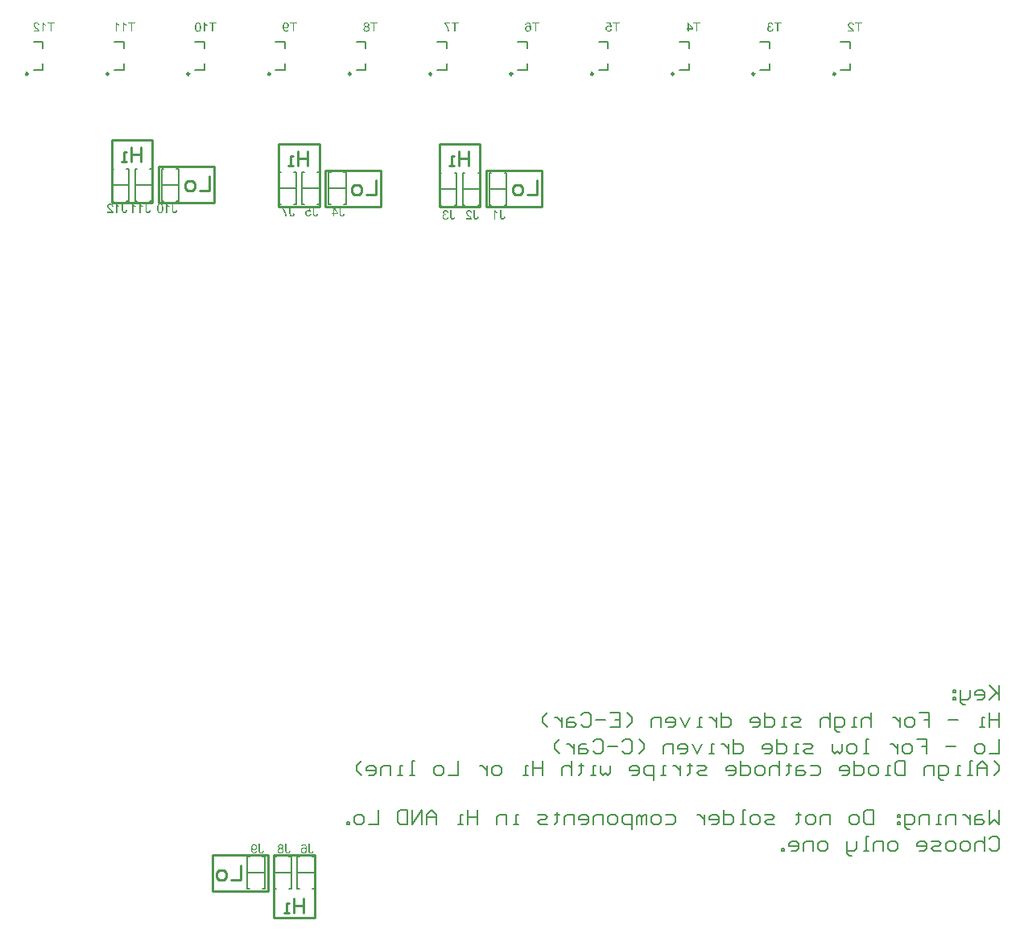
<source format=gbr>
%TF.GenerationSoftware,Altium Limited,Altium Designer,19.0.10 (269)*%
G04 Layer_Color=56026*
%FSLAX26Y26*%
%MOIN*%
%TF.FileFunction,Legend,Bot*%
%TF.Part,Single*%
G01*
G75*
%TA.AperFunction,NonConductor*%
%ADD32C,0.009842*%
%ADD33C,0.010000*%
%ADD34C,0.005906*%
%ADD35C,0.007874*%
%ADD36C,0.008000*%
G36*
X3299435Y3994182D02*
X3295006Y3993616D01*
X3294573Y3994215D01*
X3294107Y3994715D01*
X3293640Y3995181D01*
X3293174Y3995547D01*
X3292775Y3995880D01*
X3292442Y3996080D01*
X3292308Y3996180D01*
X3292209Y3996246D01*
X3292175Y3996280D01*
X3292142D01*
X3291443Y3996613D01*
X3290743Y3996879D01*
X3290044Y3997046D01*
X3289411Y3997179D01*
X3288845Y3997245D01*
X3288612Y3997279D01*
X3288412Y3997312D01*
X3288046D01*
X3287380Y3997279D01*
X3286714Y3997212D01*
X3286115Y3997079D01*
X3285548Y3996946D01*
X3285016Y3996779D01*
X3284550Y3996579D01*
X3284083Y3996346D01*
X3283684Y3996146D01*
X3283317Y3995913D01*
X3282984Y3995680D01*
X3282718Y3995481D01*
X3282485Y3995314D01*
X3282318Y3995181D01*
X3282185Y3995048D01*
X3282119Y3994981D01*
X3282085Y3994948D01*
X3281686Y3994481D01*
X3281353Y3994015D01*
X3281020Y3993483D01*
X3280787Y3992983D01*
X3280553Y3992450D01*
X3280387Y3991917D01*
X3280087Y3990885D01*
X3280021Y3990419D01*
X3279954Y3989986D01*
X3279887Y3989586D01*
X3279854Y3989253D01*
X3279821Y3988987D01*
Y3988754D01*
Y3988621D01*
Y3988587D01*
X3279854Y3987822D01*
X3279921Y3987089D01*
X3280054Y3986390D01*
X3280187Y3985757D01*
X3280354Y3985124D01*
X3280553Y3984591D01*
X3280787Y3984059D01*
X3280986Y3983592D01*
X3281220Y3983193D01*
X3281453Y3982827D01*
X3281652Y3982527D01*
X3281819Y3982260D01*
X3281952Y3982061D01*
X3282085Y3981927D01*
X3282152Y3981827D01*
X3282185Y3981794D01*
X3282618Y3981328D01*
X3283084Y3980962D01*
X3283584Y3980595D01*
X3284083Y3980329D01*
X3284550Y3980063D01*
X3285016Y3979863D01*
X3285482Y3979696D01*
X3285948Y3979563D01*
X3286348Y3979430D01*
X3286747Y3979363D01*
X3287080Y3979297D01*
X3287380Y3979263D01*
X3287613D01*
X3287780Y3979230D01*
X3287946D01*
X3288479Y3979263D01*
X3288978Y3979297D01*
X3289878Y3979497D01*
X3290710Y3979796D01*
X3291409Y3980129D01*
X3291709Y3980296D01*
X3292009Y3980462D01*
X3292209Y3980629D01*
X3292408Y3980762D01*
X3292575Y3980862D01*
X3292675Y3980962D01*
X3292741Y3980995D01*
X3292775Y3981028D01*
X3293141Y3981395D01*
X3293441Y3981794D01*
X3294007Y3982660D01*
X3294440Y3983559D01*
X3294773Y3984458D01*
X3294906Y3984891D01*
X3295039Y3985257D01*
X3295106Y3985624D01*
X3295206Y3985923D01*
X3295239Y3986190D01*
X3295272Y3986356D01*
X3295305Y3986490D01*
Y3986523D01*
X3300267Y3986090D01*
X3300134Y3985191D01*
X3299967Y3984358D01*
X3299734Y3983559D01*
X3299468Y3982827D01*
X3299202Y3982127D01*
X3298869Y3981494D01*
X3298535Y3980895D01*
X3298202Y3980362D01*
X3297869Y3979896D01*
X3297570Y3979497D01*
X3297270Y3979130D01*
X3297037Y3978831D01*
X3296804Y3978597D01*
X3296637Y3978431D01*
X3296537Y3978331D01*
X3296504Y3978298D01*
X3295872Y3977798D01*
X3295172Y3977332D01*
X3294473Y3976932D01*
X3293774Y3976599D01*
X3293041Y3976333D01*
X3292342Y3976100D01*
X3291642Y3975900D01*
X3290976Y3975734D01*
X3290344Y3975600D01*
X3289778Y3975534D01*
X3289245Y3975467D01*
X3288812Y3975401D01*
X3288446D01*
X3288179Y3975367D01*
X3287946D01*
X3286781Y3975434D01*
X3285682Y3975567D01*
X3284649Y3975800D01*
X3283684Y3976100D01*
X3282785Y3976433D01*
X3281952Y3976832D01*
X3281186Y3977265D01*
X3280520Y3977698D01*
X3279921Y3978098D01*
X3279388Y3978531D01*
X3278922Y3978930D01*
X3278555Y3979263D01*
X3278256Y3979563D01*
X3278056Y3979796D01*
X3277923Y3979929D01*
X3277890Y3979996D01*
X3277357Y3980729D01*
X3276890Y3981494D01*
X3276458Y3982260D01*
X3276125Y3983026D01*
X3275825Y3983792D01*
X3275559Y3984525D01*
X3275359Y3985257D01*
X3275192Y3985957D01*
X3275092Y3986589D01*
X3274992Y3987189D01*
X3274926Y3987688D01*
X3274859Y3988155D01*
Y3988521D01*
X3274826Y3988787D01*
Y3988954D01*
Y3989020D01*
X3274859Y3990019D01*
X3274959Y3990985D01*
X3275159Y3991884D01*
X3275359Y3992717D01*
X3275625Y3993516D01*
X3275925Y3994248D01*
X3276224Y3994948D01*
X3276557Y3995547D01*
X3276890Y3996113D01*
X3277190Y3996579D01*
X3277490Y3997012D01*
X3277756Y3997345D01*
X3277956Y3997612D01*
X3278123Y3997811D01*
X3278256Y3997945D01*
X3278289Y3997978D01*
X3278955Y3998611D01*
X3279654Y3999144D01*
X3280354Y3999610D01*
X3281086Y4000009D01*
X3281786Y4000342D01*
X3282485Y4000609D01*
X3283184Y4000842D01*
X3283817Y4001042D01*
X3284450Y4001175D01*
X3285016Y4001275D01*
X3285515Y4001375D01*
X3285948Y4001408D01*
X3286281Y4001441D01*
X3286548Y4001474D01*
X3286781D01*
X3287480Y4001441D01*
X3288179Y4001375D01*
X3288845Y4001241D01*
X3289511Y4001108D01*
X3290144Y4000908D01*
X3290743Y4000709D01*
X3291309Y4000476D01*
X3291842Y4000276D01*
X3292308Y4000043D01*
X3292741Y3999809D01*
X3293108Y3999610D01*
X3293441Y3999410D01*
X3293707Y3999277D01*
X3293874Y3999144D01*
X3294007Y3999077D01*
X3294040Y3999044D01*
X3291975Y4009400D01*
X3276624D01*
Y4013895D01*
X3295705D01*
X3299435Y3994182D01*
D02*
G37*
G36*
X3334000Y4009866D02*
X3321346D01*
Y3976000D01*
X3316251D01*
Y4009866D01*
X3303530D01*
Y4014395D01*
X3334000D01*
Y4009866D01*
D02*
G37*
G36*
X3668000D02*
X3655346D01*
Y3976000D01*
X3650251D01*
Y4009866D01*
X3637530D01*
Y4014395D01*
X3668000D01*
Y4009866D01*
D02*
G37*
G36*
X3635832Y3989520D02*
Y3985191D01*
X3619182D01*
Y3976000D01*
X3614454D01*
Y3985191D01*
X3609259D01*
Y3989520D01*
X3614454D01*
Y4014395D01*
X3618316D01*
X3635832Y3989520D01*
D02*
G37*
G36*
X3958078Y4014495D02*
X3958878Y4014428D01*
X3959643Y4014295D01*
X3960376Y4014128D01*
X3961042Y4013929D01*
X3961675Y4013696D01*
X3962241Y4013463D01*
X3962774Y4013229D01*
X3963240Y4012963D01*
X3963673Y4012730D01*
X3964006Y4012497D01*
X3964305Y4012297D01*
X3964572Y4012131D01*
X3964738Y4011997D01*
X3964838Y4011931D01*
X3964872Y4011897D01*
X3965404Y4011398D01*
X3965904Y4010832D01*
X3966370Y4010266D01*
X3966770Y4009666D01*
X3967136Y4009034D01*
X3967436Y4008434D01*
X3967735Y4007835D01*
X3967968Y4007269D01*
X3968168Y4006703D01*
X3968335Y4006203D01*
X3968468Y4005737D01*
X3968601Y4005337D01*
X3968668Y4005038D01*
X3968734Y4004771D01*
X3968768Y4004638D01*
Y4004571D01*
X3964039Y4003739D01*
X3963939Y4004372D01*
X3963806Y4004971D01*
X3963639Y4005504D01*
X3963473Y4006003D01*
X3963273Y4006470D01*
X3963073Y4006902D01*
X3962874Y4007302D01*
X3962674Y4007635D01*
X3962507Y4007935D01*
X3962307Y4008201D01*
X3962141Y4008434D01*
X3962008Y4008601D01*
X3961874Y4008767D01*
X3961775Y4008867D01*
X3961741Y4008900D01*
X3961708Y4008934D01*
X3961342Y4009233D01*
X3960975Y4009500D01*
X3960609Y4009733D01*
X3960209Y4009933D01*
X3959444Y4010232D01*
X3958744Y4010465D01*
X3958112Y4010565D01*
X3957845Y4010599D01*
X3957612Y4010632D01*
X3957412Y4010665D01*
X3957146D01*
X3956646Y4010632D01*
X3956147Y4010599D01*
X3955281Y4010399D01*
X3954482Y4010133D01*
X3953849Y4009800D01*
X3953550Y4009633D01*
X3953316Y4009466D01*
X3953117Y4009333D01*
X3952950Y4009200D01*
X3952784Y4009100D01*
X3952684Y4009000D01*
X3952650Y4008967D01*
X3952617Y4008934D01*
X3952317Y4008601D01*
X3952018Y4008268D01*
X3951785Y4007901D01*
X3951585Y4007568D01*
X3951285Y4006836D01*
X3951085Y4006170D01*
X3950952Y4005570D01*
X3950919Y4005304D01*
X3950885Y4005104D01*
X3950852Y4004904D01*
Y4004771D01*
Y4004705D01*
Y4004671D01*
X3950885Y4004072D01*
X3950952Y4003506D01*
X3951085Y4003006D01*
X3951218Y4002507D01*
X3951418Y4002074D01*
X3951618Y4001674D01*
X3951818Y4001341D01*
X3952051Y4001008D01*
X3952284Y4000709D01*
X3952484Y4000476D01*
X3952684Y4000276D01*
X3952883Y4000109D01*
X3953017Y3999976D01*
X3953150Y3999876D01*
X3953216Y3999843D01*
X3953250Y3999809D01*
X3953716Y3999543D01*
X3954182Y3999310D01*
X3955115Y3998910D01*
X3956014Y3998644D01*
X3956846Y3998444D01*
X3957213Y3998378D01*
X3957579Y3998344D01*
X3957878Y3998278D01*
X3958145D01*
X3958345Y3998244D01*
X3958878D01*
X3959144Y3998278D01*
X3959344Y3998311D01*
X3959410D01*
X3959943Y3994182D01*
X3959211Y3994348D01*
X3958578Y3994481D01*
X3958012Y3994548D01*
X3957512Y3994615D01*
X3957146Y3994648D01*
X3956846Y3994681D01*
X3956613D01*
X3956014Y3994648D01*
X3955448Y3994581D01*
X3954915Y3994481D01*
X3954382Y3994348D01*
X3953916Y3994182D01*
X3953483Y3994015D01*
X3953050Y3993816D01*
X3952684Y3993649D01*
X3952351Y3993449D01*
X3952051Y3993249D01*
X3951818Y3993083D01*
X3951585Y3992916D01*
X3951452Y3992783D01*
X3951318Y3992683D01*
X3951252Y3992617D01*
X3951218Y3992583D01*
X3950852Y3992184D01*
X3950519Y3991751D01*
X3950220Y3991318D01*
X3949986Y3990852D01*
X3949787Y3990419D01*
X3949620Y3989953D01*
X3949354Y3989120D01*
X3949254Y3988721D01*
X3949187Y3988354D01*
X3949154Y3988055D01*
X3949121Y3987755D01*
X3949087Y3987522D01*
Y3987355D01*
Y3987255D01*
Y3987222D01*
X3949121Y3986589D01*
X3949187Y3985990D01*
X3949287Y3985424D01*
X3949454Y3984891D01*
X3949620Y3984392D01*
X3949820Y3983925D01*
X3950020Y3983492D01*
X3950220Y3983093D01*
X3950453Y3982760D01*
X3950652Y3982427D01*
X3950852Y3982160D01*
X3951019Y3981927D01*
X3951185Y3981761D01*
X3951285Y3981628D01*
X3951352Y3981561D01*
X3951385Y3981528D01*
X3951818Y3981128D01*
X3952284Y3980762D01*
X3952750Y3980462D01*
X3953216Y3980196D01*
X3953716Y3979963D01*
X3954182Y3979796D01*
X3954615Y3979630D01*
X3955048Y3979530D01*
X3955481Y3979430D01*
X3955847Y3979363D01*
X3956180Y3979297D01*
X3956447Y3979263D01*
X3956680Y3979230D01*
X3957013D01*
X3957512Y3979263D01*
X3958012Y3979297D01*
X3958944Y3979497D01*
X3959743Y3979796D01*
X3960443Y3980129D01*
X3960742Y3980262D01*
X3961009Y3980429D01*
X3961242Y3980595D01*
X3961408Y3980729D01*
X3961575Y3980829D01*
X3961675Y3980928D01*
X3961741Y3980962D01*
X3961775Y3980995D01*
X3962108Y3981361D01*
X3962441Y3981761D01*
X3962740Y3982194D01*
X3963007Y3982660D01*
X3963473Y3983592D01*
X3963872Y3984558D01*
X3964006Y3984991D01*
X3964139Y3985424D01*
X3964272Y3985790D01*
X3964339Y3986123D01*
X3964405Y3986423D01*
X3964472Y3986623D01*
X3964505Y3986756D01*
Y3986789D01*
X3969234Y3986157D01*
X3969101Y3985291D01*
X3968934Y3984458D01*
X3968701Y3983659D01*
X3968435Y3982926D01*
X3968135Y3982227D01*
X3967835Y3981561D01*
X3967502Y3980995D01*
X3967169Y3980462D01*
X3966836Y3979963D01*
X3966503Y3979530D01*
X3966237Y3979197D01*
X3965970Y3978897D01*
X3965737Y3978631D01*
X3965571Y3978464D01*
X3965471Y3978364D01*
X3965438Y3978331D01*
X3964805Y3977798D01*
X3964106Y3977332D01*
X3963440Y3976932D01*
X3962707Y3976599D01*
X3962008Y3976300D01*
X3961308Y3976067D01*
X3960642Y3975867D01*
X3959976Y3975700D01*
X3959377Y3975600D01*
X3958811Y3975501D01*
X3958311Y3975434D01*
X3957878Y3975367D01*
X3957546D01*
X3957279Y3975334D01*
X3957046D01*
X3956014Y3975367D01*
X3955048Y3975501D01*
X3954116Y3975667D01*
X3953250Y3975867D01*
X3952417Y3976133D01*
X3951651Y3976433D01*
X3950952Y3976733D01*
X3950319Y3977066D01*
X3949753Y3977399D01*
X3949254Y3977698D01*
X3948821Y3977998D01*
X3948455Y3978264D01*
X3948155Y3978464D01*
X3947955Y3978664D01*
X3947822Y3978764D01*
X3947789Y3978797D01*
X3947123Y3979463D01*
X3946557Y3980162D01*
X3946090Y3980895D01*
X3945657Y3981594D01*
X3945291Y3982327D01*
X3944991Y3983026D01*
X3944758Y3983726D01*
X3944559Y3984358D01*
X3944392Y3984991D01*
X3944292Y3985557D01*
X3944192Y3986057D01*
X3944159Y3986490D01*
X3944126Y3986823D01*
X3944092Y3987089D01*
Y3987255D01*
Y3987322D01*
X3944126Y3988021D01*
X3944159Y3988654D01*
X3944259Y3989287D01*
X3944392Y3989853D01*
X3944525Y3990419D01*
X3944692Y3990918D01*
X3944858Y3991385D01*
X3945025Y3991818D01*
X3945224Y3992217D01*
X3945391Y3992550D01*
X3945557Y3992816D01*
X3945691Y3993083D01*
X3945824Y3993249D01*
X3945924Y3993416D01*
X3945957Y3993483D01*
X3945990Y3993516D01*
X3946357Y3993949D01*
X3946756Y3994348D01*
X3947189Y3994748D01*
X3947622Y3995081D01*
X3948055Y3995381D01*
X3948488Y3995647D01*
X3949354Y3996080D01*
X3949753Y3996246D01*
X3950120Y3996413D01*
X3950453Y3996513D01*
X3950719Y3996613D01*
X3950952Y3996679D01*
X3951119Y3996746D01*
X3951252Y3996779D01*
X3951285D01*
X3950386Y3997279D01*
X3949587Y3997778D01*
X3948887Y3998344D01*
X3948355Y3998844D01*
X3947922Y3999310D01*
X3947589Y3999676D01*
X3947489Y3999809D01*
X3947422Y3999909D01*
X3947356Y3999976D01*
Y4000009D01*
X3946890Y4000809D01*
X3946557Y4001574D01*
X3946323Y4002340D01*
X3946157Y4003040D01*
X3946057Y4003639D01*
X3946024Y4003905D01*
Y4004139D01*
X3945990Y4004305D01*
Y4004438D01*
Y4004505D01*
Y4004538D01*
Y4005038D01*
X3946057Y4005504D01*
X3946224Y4006436D01*
X3946457Y4007269D01*
X3946690Y4008001D01*
X3946823Y4008334D01*
X3946956Y4008634D01*
X3947089Y4008867D01*
X3947189Y4009100D01*
X3947289Y4009267D01*
X3947356Y4009400D01*
X3947389Y4009466D01*
X3947422Y4009500D01*
X3947988Y4010332D01*
X3948654Y4011065D01*
X3949320Y4011698D01*
X3949953Y4012197D01*
X3950552Y4012630D01*
X3950786Y4012796D01*
X3951019Y4012930D01*
X3951185Y4013030D01*
X3951318Y4013096D01*
X3951418Y4013163D01*
X3951452D01*
X3952451Y4013629D01*
X3953450Y4013962D01*
X3954449Y4014195D01*
X3955348Y4014362D01*
X3955747Y4014428D01*
X3956114Y4014461D01*
X3956447Y4014495D01*
X3956713D01*
X3956946Y4014528D01*
X3957246D01*
X3958078Y4014495D01*
D02*
G37*
G36*
X4003000Y4009866D02*
X3990346D01*
Y3976000D01*
X3985251D01*
Y4009866D01*
X3972530D01*
Y4014395D01*
X4003000D01*
Y4009866D01*
D02*
G37*
G36*
X4291546Y4014495D02*
X4292478Y4014395D01*
X4293377Y4014262D01*
X4294209Y4014095D01*
X4294975Y4013862D01*
X4295708Y4013629D01*
X4296374Y4013363D01*
X4296940Y4013096D01*
X4297473Y4012830D01*
X4297939Y4012563D01*
X4298339Y4012330D01*
X4298672Y4012097D01*
X4298938Y4011931D01*
X4299105Y4011798D01*
X4299238Y4011698D01*
X4299271Y4011664D01*
X4299837Y4011098D01*
X4300370Y4010499D01*
X4300803Y4009866D01*
X4301203Y4009167D01*
X4301569Y4008501D01*
X4301868Y4007802D01*
X4302102Y4007135D01*
X4302335Y4006470D01*
X4302501Y4005837D01*
X4302634Y4005271D01*
X4302768Y4004738D01*
X4302834Y4004305D01*
X4302901Y4003939D01*
X4302934Y4003639D01*
X4302967Y4003472D01*
Y4003406D01*
X4298106Y4002906D01*
X4298072Y4003572D01*
X4298006Y4004172D01*
X4297906Y4004771D01*
X4297773Y4005304D01*
X4297639Y4005803D01*
X4297473Y4006270D01*
X4297273Y4006703D01*
X4297073Y4007102D01*
X4296907Y4007435D01*
X4296707Y4007735D01*
X4296541Y4007968D01*
X4296374Y4008201D01*
X4296274Y4008368D01*
X4296174Y4008468D01*
X4296108Y4008534D01*
X4296074Y4008567D01*
X4295675Y4008934D01*
X4295242Y4009233D01*
X4294809Y4009533D01*
X4294376Y4009766D01*
X4293910Y4009966D01*
X4293477Y4010133D01*
X4292611Y4010366D01*
X4292212Y4010465D01*
X4291812Y4010532D01*
X4291479Y4010565D01*
X4291212Y4010599D01*
X4290979Y4010632D01*
X4290646D01*
X4290047Y4010599D01*
X4289481Y4010565D01*
X4288948Y4010465D01*
X4288482Y4010332D01*
X4288016Y4010199D01*
X4287583Y4010033D01*
X4287183Y4009833D01*
X4286817Y4009666D01*
X4286484Y4009500D01*
X4286217Y4009300D01*
X4285984Y4009133D01*
X4285785Y4009000D01*
X4285618Y4008867D01*
X4285518Y4008800D01*
X4285452Y4008734D01*
X4285418Y4008701D01*
X4285052Y4008334D01*
X4284752Y4007935D01*
X4284486Y4007535D01*
X4284253Y4007135D01*
X4284053Y4006736D01*
X4283920Y4006370D01*
X4283653Y4005604D01*
X4283587Y4005271D01*
X4283520Y4004971D01*
X4283487Y4004671D01*
X4283454Y4004438D01*
X4283420Y4004238D01*
Y4004105D01*
Y4004005D01*
Y4003972D01*
X4283454Y4003472D01*
X4283520Y4002973D01*
X4283620Y4002474D01*
X4283753Y4001974D01*
X4284120Y4001008D01*
X4284519Y4000142D01*
X4284719Y3999743D01*
X4284919Y3999410D01*
X4285119Y3999077D01*
X4285285Y3998811D01*
X4285418Y3998611D01*
X4285518Y3998444D01*
X4285585Y3998344D01*
X4285618Y3998311D01*
X4286084Y3997712D01*
X4286617Y3997112D01*
X4287217Y3996446D01*
X4287849Y3995780D01*
X4288548Y3995081D01*
X4289248Y3994415D01*
X4289980Y3993749D01*
X4290680Y3993116D01*
X4291346Y3992517D01*
X4291978Y3991951D01*
X4292544Y3991451D01*
X4293077Y3991018D01*
X4293477Y3990652D01*
X4293810Y3990386D01*
X4294010Y3990219D01*
X4294043Y3990153D01*
X4294076D01*
X4294809Y3989553D01*
X4295508Y3988954D01*
X4296141Y3988388D01*
X4296740Y3987855D01*
X4297273Y3987355D01*
X4297806Y3986856D01*
X4298239Y3986423D01*
X4298672Y3986023D01*
X4299038Y3985657D01*
X4299338Y3985324D01*
X4299604Y3985024D01*
X4299837Y3984791D01*
X4300004Y3984625D01*
X4300137Y3984458D01*
X4300203Y3984392D01*
X4300237Y3984358D01*
X4300969Y3983426D01*
X4301602Y3982494D01*
X4302168Y3981661D01*
X4302568Y3980862D01*
X4302768Y3980529D01*
X4302901Y3980229D01*
X4303034Y3979929D01*
X4303134Y3979696D01*
X4303234Y3979530D01*
X4303300Y3979397D01*
X4303334Y3979297D01*
Y3979263D01*
X4303533Y3978664D01*
X4303667Y3978098D01*
X4303767Y3977532D01*
X4303833Y3977032D01*
X4303867Y3976633D01*
Y3976300D01*
Y3976166D01*
Y3976067D01*
Y3976033D01*
Y3976000D01*
X4278492D01*
Y3980529D01*
X4297306D01*
X4297007Y3980995D01*
X4296674Y3981461D01*
X4296341Y3981894D01*
X4296041Y3982260D01*
X4295775Y3982593D01*
X4295542Y3982860D01*
X4295408Y3982993D01*
X4295342Y3983060D01*
X4295075Y3983326D01*
X4294776Y3983626D01*
X4294376Y3983992D01*
X4293976Y3984358D01*
X4293077Y3985157D01*
X4292145Y3985957D01*
X4291712Y3986323D01*
X4291279Y3986689D01*
X4290913Y3987022D01*
X4290580Y3987322D01*
X4290280Y3987555D01*
X4290080Y3987722D01*
X4289914Y3987855D01*
X4289881Y3987888D01*
X4288948Y3988687D01*
X4288116Y3989420D01*
X4287316Y3990119D01*
X4286617Y3990752D01*
X4285951Y3991351D01*
X4285385Y3991917D01*
X4284852Y3992417D01*
X4284353Y3992883D01*
X4283953Y3993283D01*
X4283620Y3993649D01*
X4283320Y3993949D01*
X4283054Y3994182D01*
X4282887Y3994382D01*
X4282754Y3994548D01*
X4282688Y3994615D01*
X4282654Y3994648D01*
X4281889Y3995547D01*
X4281222Y3996413D01*
X4280690Y3997212D01*
X4280257Y3997911D01*
X4280090Y3998211D01*
X4279924Y3998477D01*
X4279791Y3998711D01*
X4279691Y3998944D01*
X4279624Y3999077D01*
X4279557Y3999210D01*
X4279524Y3999277D01*
Y3999310D01*
X4279191Y4000142D01*
X4278958Y4000975D01*
X4278792Y4001741D01*
X4278692Y4002440D01*
X4278592Y4003006D01*
Y4003273D01*
X4278559Y4003472D01*
Y4003639D01*
Y4003772D01*
Y4003839D01*
Y4003872D01*
X4278592Y4004705D01*
X4278692Y4005504D01*
X4278858Y4006270D01*
X4279058Y4006969D01*
X4279291Y4007635D01*
X4279591Y4008268D01*
X4279857Y4008834D01*
X4280157Y4009367D01*
X4280490Y4009833D01*
X4280756Y4010266D01*
X4281023Y4010632D01*
X4281289Y4010932D01*
X4281489Y4011165D01*
X4281655Y4011331D01*
X4281755Y4011431D01*
X4281789Y4011465D01*
X4282421Y4011997D01*
X4283087Y4012463D01*
X4283787Y4012896D01*
X4284519Y4013229D01*
X4285252Y4013529D01*
X4285984Y4013796D01*
X4286684Y4013995D01*
X4287383Y4014162D01*
X4288016Y4014262D01*
X4288615Y4014362D01*
X4289181Y4014428D01*
X4289647Y4014495D01*
X4290014D01*
X4290313Y4014528D01*
X4290547D01*
X4291546Y4014495D01*
D02*
G37*
G36*
X4337000Y4009866D02*
X4324346D01*
Y3976000D01*
X4319251D01*
Y4009866D01*
X4306530D01*
Y4014395D01*
X4337000D01*
Y4009866D01*
D02*
G37*
G36*
X1952178Y4014495D02*
X1953077Y4014362D01*
X1953943Y4014195D01*
X1954742Y4013962D01*
X1955508Y4013696D01*
X1956207Y4013396D01*
X1956873Y4013096D01*
X1957473Y4012763D01*
X1958006Y4012430D01*
X1958472Y4012097D01*
X1958871Y4011798D01*
X1959205Y4011531D01*
X1959471Y4011298D01*
X1959671Y4011131D01*
X1959804Y4010998D01*
X1959837Y4010965D01*
X1960437Y4010266D01*
X1960969Y4009533D01*
X1961436Y4008767D01*
X1961835Y4008001D01*
X1962135Y4007202D01*
X1962435Y4006436D01*
X1962668Y4005670D01*
X1962834Y4004938D01*
X1962967Y4004238D01*
X1963101Y4003606D01*
X1963167Y4003040D01*
X1963200Y4002540D01*
X1963234Y4002140D01*
X1963267Y4001841D01*
Y4001641D01*
Y4001608D01*
Y4001574D01*
X1963234Y4000542D01*
X1963134Y3999543D01*
X1962967Y3998644D01*
X1962734Y3997778D01*
X1962501Y3996946D01*
X1962235Y3996213D01*
X1961935Y3995514D01*
X1961602Y3994881D01*
X1961302Y3994348D01*
X1961003Y3993849D01*
X1960736Y3993416D01*
X1960470Y3993083D01*
X1960270Y3992816D01*
X1960104Y3992617D01*
X1960004Y3992483D01*
X1959970Y3992450D01*
X1959338Y3991851D01*
X1958672Y3991318D01*
X1958006Y3990852D01*
X1957306Y3990452D01*
X1956640Y3990153D01*
X1955974Y3989853D01*
X1955308Y3989620D01*
X1954709Y3989453D01*
X1954110Y3989320D01*
X1953577Y3989187D01*
X1953111Y3989120D01*
X1952711Y3989087D01*
X1952378Y3989054D01*
X1952112Y3989020D01*
X1951912D01*
X1950880Y3989087D01*
X1949880Y3989253D01*
X1949015Y3989453D01*
X1948216Y3989720D01*
X1947882Y3989853D01*
X1947583Y3989986D01*
X1947283Y3990086D01*
X1947083Y3990186D01*
X1946883Y3990286D01*
X1946750Y3990352D01*
X1946684Y3990419D01*
X1946650D01*
X1945785Y3990985D01*
X1944985Y3991584D01*
X1944319Y3992184D01*
X1943787Y3992750D01*
X1943320Y3993283D01*
X1943154Y3993483D01*
X1943021Y3993682D01*
X1942888Y3993849D01*
X1942821Y3993949D01*
X1942754Y3994015D01*
Y3993649D01*
Y3993349D01*
Y3993183D01*
Y3993116D01*
X1942788Y3992017D01*
X1942854Y3990985D01*
X1942987Y3990019D01*
X1943054Y3989553D01*
X1943087Y3989153D01*
X1943154Y3988754D01*
X1943220Y3988421D01*
X1943287Y3988088D01*
X1943354Y3987855D01*
X1943387Y3987622D01*
X1943420Y3987488D01*
X1943454Y3987389D01*
Y3987355D01*
X1943720Y3986356D01*
X1944020Y3985457D01*
X1944319Y3984691D01*
X1944586Y3984059D01*
X1944719Y3983759D01*
X1944852Y3983526D01*
X1944952Y3983326D01*
X1945052Y3983160D01*
X1945119Y3983026D01*
X1945185Y3982926D01*
X1945218Y3982893D01*
Y3982860D01*
X1945618Y3982260D01*
X1946084Y3981728D01*
X1946517Y3981295D01*
X1946950Y3980895D01*
X1947316Y3980595D01*
X1947616Y3980396D01*
X1947816Y3980229D01*
X1947849Y3980196D01*
X1947882D01*
X1948515Y3979863D01*
X1949181Y3979630D01*
X1949814Y3979463D01*
X1950413Y3979363D01*
X1950946Y3979297D01*
X1951146Y3979263D01*
X1951346Y3979230D01*
X1951712D01*
X1952178Y3979263D01*
X1952611Y3979297D01*
X1953444Y3979463D01*
X1954143Y3979696D01*
X1954742Y3979963D01*
X1955208Y3980196D01*
X1955408Y3980329D01*
X1955575Y3980429D01*
X1955708Y3980529D01*
X1955808Y3980595D01*
X1955841Y3980662D01*
X1955874D01*
X1956174Y3980962D01*
X1956441Y3981261D01*
X1956873Y3981994D01*
X1957273Y3982760D01*
X1957540Y3983526D01*
X1957773Y3984225D01*
X1957872Y3984525D01*
X1957939Y3984791D01*
X1957972Y3985024D01*
X1958006Y3985191D01*
X1958039Y3985291D01*
Y3985324D01*
X1962568Y3984891D01*
X1962435Y3984059D01*
X1962268Y3983293D01*
X1962035Y3982560D01*
X1961802Y3981894D01*
X1961535Y3981261D01*
X1961236Y3980695D01*
X1960936Y3980162D01*
X1960670Y3979696D01*
X1960370Y3979263D01*
X1960104Y3978897D01*
X1959837Y3978597D01*
X1959637Y3978331D01*
X1959438Y3978131D01*
X1959304Y3977998D01*
X1959205Y3977898D01*
X1959171Y3977865D01*
X1958605Y3977432D01*
X1958039Y3977032D01*
X1957440Y3976699D01*
X1956807Y3976433D01*
X1956174Y3976166D01*
X1955575Y3975967D01*
X1954975Y3975800D01*
X1954409Y3975667D01*
X1953843Y3975567D01*
X1953377Y3975501D01*
X1952911Y3975434D01*
X1952544Y3975401D01*
X1952211D01*
X1951978Y3975367D01*
X1951779D01*
X1951013Y3975401D01*
X1950247Y3975467D01*
X1949514Y3975567D01*
X1948848Y3975734D01*
X1948182Y3975900D01*
X1947583Y3976100D01*
X1947017Y3976300D01*
X1946484Y3976499D01*
X1946018Y3976699D01*
X1945618Y3976932D01*
X1945252Y3977099D01*
X1944952Y3977265D01*
X1944719Y3977432D01*
X1944519Y3977532D01*
X1944419Y3977598D01*
X1944386Y3977632D01*
X1943820Y3978065D01*
X1943287Y3978564D01*
X1942754Y3979097D01*
X1942321Y3979630D01*
X1941889Y3980162D01*
X1941489Y3980729D01*
X1941123Y3981261D01*
X1940823Y3981794D01*
X1940523Y3982294D01*
X1940290Y3982760D01*
X1940090Y3983193D01*
X1939924Y3983559D01*
X1939791Y3983825D01*
X1939691Y3984059D01*
X1939657Y3984225D01*
X1939624Y3984258D01*
X1939358Y3985124D01*
X1939091Y3986023D01*
X1938891Y3986956D01*
X1938692Y3987921D01*
X1938425Y3989886D01*
X1938325Y3990852D01*
X1938226Y3991751D01*
X1938159Y3992617D01*
X1938092Y3993416D01*
X1938059Y3994148D01*
Y3994748D01*
X1938026Y3995281D01*
Y3995481D01*
Y3995647D01*
Y3995780D01*
Y3995913D01*
Y3995947D01*
Y3995980D01*
X1938059Y3997279D01*
X1938092Y3998477D01*
X1938159Y3999610D01*
X1938292Y4000642D01*
X1938392Y4001608D01*
X1938525Y4002507D01*
X1938692Y4003306D01*
X1938825Y4004039D01*
X1938991Y4004671D01*
X1939125Y4005204D01*
X1939291Y4005704D01*
X1939391Y4006070D01*
X1939491Y4006370D01*
X1939591Y4006603D01*
X1939624Y4006736D01*
X1939657Y4006769D01*
X1939957Y4007435D01*
X1940323Y4008101D01*
X1940690Y4008667D01*
X1941056Y4009233D01*
X1941456Y4009766D01*
X1941855Y4010232D01*
X1942255Y4010665D01*
X1942621Y4011032D01*
X1942987Y4011365D01*
X1943320Y4011664D01*
X1943620Y4011931D01*
X1943887Y4012131D01*
X1944086Y4012297D01*
X1944253Y4012397D01*
X1944353Y4012463D01*
X1944386Y4012497D01*
X1944985Y4012863D01*
X1945552Y4013163D01*
X1946151Y4013429D01*
X1946750Y4013662D01*
X1947350Y4013862D01*
X1947916Y4014029D01*
X1948449Y4014162D01*
X1948948Y4014262D01*
X1949448Y4014362D01*
X1949880Y4014428D01*
X1950247Y4014461D01*
X1950580Y4014495D01*
X1950846Y4014528D01*
X1951213D01*
X1952178Y4014495D01*
D02*
G37*
G36*
X1997000Y4009866D02*
X1984346D01*
Y3976000D01*
X1979251D01*
Y4009866D01*
X1966531D01*
Y4014395D01*
X1997000D01*
Y4009866D01*
D02*
G37*
G36*
X2331000D02*
X2318346D01*
Y3976000D01*
X2313251D01*
Y4009866D01*
X2300530D01*
Y4014395D01*
X2331000D01*
Y4009866D01*
D02*
G37*
G36*
X2285679Y4014495D02*
X2286544Y4014395D01*
X2287377Y4014262D01*
X2288143Y4014095D01*
X2288842Y4013862D01*
X2289508Y4013629D01*
X2290108Y4013363D01*
X2290674Y4013096D01*
X2291140Y4012830D01*
X2291573Y4012563D01*
X2291939Y4012330D01*
X2292239Y4012097D01*
X2292505Y4011931D01*
X2292672Y4011798D01*
X2292772Y4011698D01*
X2292805Y4011664D01*
X2293338Y4011098D01*
X2293804Y4010532D01*
X2294204Y4009966D01*
X2294537Y4009367D01*
X2294836Y4008767D01*
X2295069Y4008168D01*
X2295269Y4007602D01*
X2295436Y4007069D01*
X2295535Y4006569D01*
X2295635Y4006103D01*
X2295702Y4005704D01*
X2295769Y4005337D01*
Y4005038D01*
X2295802Y4004838D01*
Y4004671D01*
Y4004638D01*
X2295735Y4003639D01*
X2295569Y4002740D01*
X2295369Y4001907D01*
X2295103Y4001208D01*
X2294969Y4000908D01*
X2294836Y4000642D01*
X2294736Y4000409D01*
X2294636Y4000242D01*
X2294537Y4000076D01*
X2294470Y3999976D01*
X2294403Y3999909D01*
Y3999876D01*
X2294104Y3999510D01*
X2293804Y3999177D01*
X2293105Y3998544D01*
X2292372Y3998045D01*
X2291673Y3997612D01*
X2291007Y3997245D01*
X2290740Y3997112D01*
X2290507Y3997012D01*
X2290274Y3996912D01*
X2290141Y3996879D01*
X2290041Y3996812D01*
X2290008D01*
X2290640Y3996613D01*
X2291240Y3996413D01*
X2291806Y3996146D01*
X2292339Y3995913D01*
X2292838Y3995614D01*
X2293271Y3995347D01*
X2293671Y3995048D01*
X2294037Y3994748D01*
X2294370Y3994481D01*
X2294636Y3994248D01*
X2294903Y3993982D01*
X2295069Y3993782D01*
X2295236Y3993616D01*
X2295336Y3993483D01*
X2295402Y3993416D01*
X2295436Y3993383D01*
X2295769Y3992883D01*
X2296068Y3992384D01*
X2296301Y3991851D01*
X2296535Y3991318D01*
X2296701Y3990818D01*
X2296867Y3990286D01*
X2297101Y3989287D01*
X2297167Y3988820D01*
X2297234Y3988421D01*
X2297267Y3988055D01*
X2297300Y3987722D01*
X2297334Y3987455D01*
Y3987255D01*
Y3987122D01*
Y3987089D01*
X2297300Y3986157D01*
X2297167Y3985291D01*
X2297001Y3984458D01*
X2296801Y3983692D01*
X2296535Y3982926D01*
X2296235Y3982260D01*
X2295935Y3981628D01*
X2295602Y3981028D01*
X2295269Y3980529D01*
X2294969Y3980063D01*
X2294670Y3979663D01*
X2294403Y3979330D01*
X2294204Y3979064D01*
X2294004Y3978897D01*
X2293904Y3978764D01*
X2293870Y3978731D01*
X2293204Y3978131D01*
X2292472Y3977632D01*
X2291739Y3977166D01*
X2290973Y3976799D01*
X2290174Y3976466D01*
X2289408Y3976200D01*
X2288676Y3975967D01*
X2287976Y3975800D01*
X2287277Y3975634D01*
X2286678Y3975534D01*
X2286112Y3975467D01*
X2285612Y3975434D01*
X2285213Y3975401D01*
X2284946Y3975367D01*
X2284680D01*
X2283647Y3975401D01*
X2282648Y3975501D01*
X2281716Y3975667D01*
X2280850Y3975900D01*
X2280051Y3976133D01*
X2279285Y3976433D01*
X2278619Y3976733D01*
X2277986Y3977032D01*
X2277420Y3977332D01*
X2276921Y3977632D01*
X2276521Y3977931D01*
X2276155Y3978164D01*
X2275889Y3978398D01*
X2275689Y3978564D01*
X2275555Y3978664D01*
X2275522Y3978697D01*
X2274890Y3979330D01*
X2274357Y3980029D01*
X2273890Y3980729D01*
X2273491Y3981428D01*
X2273158Y3982127D01*
X2272892Y3982793D01*
X2272658Y3983459D01*
X2272459Y3984092D01*
X2272325Y3984691D01*
X2272226Y3985257D01*
X2272126Y3985757D01*
X2272092Y3986157D01*
X2272059Y3986523D01*
X2272026Y3986756D01*
Y3986922D01*
Y3986989D01*
X2272059Y3987655D01*
X2272092Y3988254D01*
X2272325Y3989420D01*
X2272459Y3989953D01*
X2272625Y3990485D01*
X2272792Y3990918D01*
X2272958Y3991351D01*
X2273125Y3991751D01*
X2273291Y3992084D01*
X2273458Y3992384D01*
X2273591Y3992617D01*
X2273724Y3992816D01*
X2273824Y3992983D01*
X2273857Y3993050D01*
X2273890Y3993083D01*
X2274257Y3993549D01*
X2274656Y3993982D01*
X2275522Y3994748D01*
X2276421Y3995381D01*
X2277287Y3995913D01*
X2277687Y3996113D01*
X2278053Y3996313D01*
X2278419Y3996479D01*
X2278719Y3996579D01*
X2278952Y3996679D01*
X2279119Y3996746D01*
X2279252Y3996812D01*
X2279285D01*
X2278752Y3997012D01*
X2278286Y3997245D01*
X2277820Y3997479D01*
X2277420Y3997745D01*
X2277021Y3997978D01*
X2276688Y3998244D01*
X2276355Y3998477D01*
X2276088Y3998744D01*
X2275822Y3998944D01*
X2275622Y3999177D01*
X2275422Y3999343D01*
X2275289Y3999510D01*
X2275156Y3999643D01*
X2275089Y3999743D01*
X2275023Y3999809D01*
Y3999843D01*
X2274756Y4000209D01*
X2274557Y4000609D01*
X2274190Y4001408D01*
X2273924Y4002207D01*
X2273757Y4002940D01*
X2273657Y4003572D01*
X2273624Y4003839D01*
Y4004072D01*
X2273591Y4004238D01*
Y4004372D01*
Y4004472D01*
Y4004505D01*
X2273624Y4005271D01*
X2273724Y4006003D01*
X2273890Y4006703D01*
X2274057Y4007369D01*
X2274323Y4008001D01*
X2274557Y4008567D01*
X2274856Y4009133D01*
X2275123Y4009600D01*
X2275422Y4010066D01*
X2275722Y4010465D01*
X2275955Y4010798D01*
X2276188Y4011065D01*
X2276388Y4011298D01*
X2276555Y4011465D01*
X2276654Y4011564D01*
X2276688Y4011598D01*
X2277287Y4012131D01*
X2277920Y4012563D01*
X2278586Y4012963D01*
X2279252Y4013296D01*
X2279918Y4013562D01*
X2280584Y4013829D01*
X2281250Y4013995D01*
X2281883Y4014162D01*
X2282482Y4014295D01*
X2283015Y4014362D01*
X2283514Y4014428D01*
X2283947Y4014495D01*
X2284280D01*
X2284546Y4014528D01*
X2284780D01*
X2285679Y4014495D01*
D02*
G37*
G36*
X2666000Y4009866D02*
X2653346D01*
Y3976000D01*
X2648251D01*
Y4009866D01*
X2635530D01*
Y4014395D01*
X2666000D01*
Y4009866D01*
D02*
G37*
G36*
X2631967Y4009367D02*
X2613153D01*
X2613819Y4008567D01*
X2614485Y4007768D01*
X2615717Y4006070D01*
X2616316Y4005204D01*
X2616883Y4004372D01*
X2617415Y4003572D01*
X2617881Y4002807D01*
X2618348Y4002074D01*
X2618747Y4001408D01*
X2619080Y4000809D01*
X2619380Y4000309D01*
X2619613Y3999876D01*
X2619813Y3999576D01*
X2619913Y3999377D01*
X2619946Y3999343D01*
Y3999310D01*
X2620512Y3998178D01*
X2621078Y3997079D01*
X2621578Y3995947D01*
X2622044Y3994848D01*
X2622510Y3993782D01*
X2622910Y3992783D01*
X2623276Y3991784D01*
X2623576Y3990885D01*
X2623876Y3990053D01*
X2624142Y3989287D01*
X2624342Y3988587D01*
X2624508Y3988021D01*
X2624675Y3987555D01*
X2624775Y3987222D01*
X2624808Y3987089D01*
Y3986989D01*
X2624841Y3986956D01*
Y3986922D01*
X2625141Y3985757D01*
X2625407Y3984625D01*
X2625640Y3983526D01*
X2625840Y3982527D01*
X2626007Y3981561D01*
X2626140Y3980662D01*
X2626273Y3979829D01*
X2626373Y3979064D01*
X2626440Y3978364D01*
X2626506Y3977765D01*
X2626539Y3977232D01*
X2626573Y3976799D01*
Y3976466D01*
X2626606Y3976200D01*
Y3976067D01*
Y3976000D01*
X2621744D01*
X2621544Y3978098D01*
X2621445Y3979097D01*
X2621311Y3980063D01*
X2621178Y3980995D01*
X2621012Y3981861D01*
X2620845Y3982660D01*
X2620712Y3983426D01*
X2620546Y3984092D01*
X2620412Y3984691D01*
X2620279Y3985224D01*
X2620179Y3985690D01*
X2620079Y3986057D01*
X2620013Y3986323D01*
X2619946Y3986456D01*
Y3986523D01*
X2619546Y3987788D01*
X2619147Y3989054D01*
X2618714Y3990286D01*
X2618248Y3991485D01*
X2617782Y3992650D01*
X2617315Y3993749D01*
X2616883Y3994781D01*
X2616416Y3995747D01*
X2616017Y3996646D01*
X2615617Y3997445D01*
X2615284Y3998144D01*
X2614984Y3998744D01*
X2614718Y3999210D01*
X2614618Y3999410D01*
X2614552Y3999543D01*
X2614485Y3999676D01*
X2614418Y3999776D01*
X2614385Y3999809D01*
Y3999843D01*
X2613719Y4001008D01*
X2613053Y4002140D01*
X2612387Y4003206D01*
X2611721Y4004172D01*
X2611088Y4005104D01*
X2610489Y4005970D01*
X2609923Y4006736D01*
X2609390Y4007435D01*
X2608890Y4008068D01*
X2608458Y4008634D01*
X2608058Y4009100D01*
X2607725Y4009500D01*
X2607459Y4009800D01*
X2607259Y4010033D01*
X2607126Y4010166D01*
X2607092Y4010199D01*
Y4013895D01*
X2631967D01*
Y4009367D01*
D02*
G37*
G36*
X2953780Y4014495D02*
X2954845Y4014328D01*
X2955844Y4014128D01*
X2956777Y4013829D01*
X2957642Y4013496D01*
X2958408Y4013130D01*
X2959141Y4012730D01*
X2959807Y4012330D01*
X2960406Y4011931D01*
X2960906Y4011531D01*
X2961339Y4011165D01*
X2961705Y4010832D01*
X2962005Y4010532D01*
X2962204Y4010332D01*
X2962338Y4010199D01*
X2962371Y4010133D01*
X2962737Y4009633D01*
X2963104Y4009133D01*
X2963736Y4008001D01*
X2964269Y4006769D01*
X2964735Y4005470D01*
X2965135Y4004139D01*
X2965468Y4002773D01*
X2965734Y4001441D01*
X2965967Y4000142D01*
X2966134Y3998910D01*
X2966234Y3997745D01*
X2966300Y3997179D01*
X2966334Y3996679D01*
X2966367Y3996213D01*
X2966400Y3995780D01*
X2966434Y3995381D01*
Y3995014D01*
Y3994715D01*
X2966467Y3994448D01*
Y3994215D01*
Y3994082D01*
Y3993982D01*
Y3993949D01*
X2966434Y3992151D01*
X2966300Y3990485D01*
X2966134Y3988954D01*
X2965901Y3987522D01*
X2965601Y3986256D01*
X2965301Y3985091D01*
X2964968Y3984025D01*
X2964602Y3983093D01*
X2964269Y3982294D01*
X2963936Y3981594D01*
X2963636Y3980995D01*
X2963337Y3980529D01*
X2963104Y3980162D01*
X2962937Y3979896D01*
X2962804Y3979763D01*
X2962771Y3979696D01*
X2962038Y3978930D01*
X2961272Y3978264D01*
X2960506Y3977698D01*
X2959707Y3977199D01*
X2958874Y3976766D01*
X2958075Y3976433D01*
X2957309Y3976133D01*
X2956544Y3975900D01*
X2955844Y3975734D01*
X2955211Y3975600D01*
X2954612Y3975501D01*
X2954113Y3975434D01*
X2953713Y3975401D01*
X2953413Y3975367D01*
X2953147D01*
X2952514Y3975401D01*
X2951881Y3975434D01*
X2950716Y3975634D01*
X2950183Y3975734D01*
X2949650Y3975900D01*
X2949184Y3976033D01*
X2948751Y3976200D01*
X2948352Y3976333D01*
X2947985Y3976499D01*
X2947686Y3976633D01*
X2947419Y3976733D01*
X2947220Y3976866D01*
X2947086Y3976932D01*
X2946986Y3976966D01*
X2946953Y3976999D01*
X2946454Y3977332D01*
X2945987Y3977698D01*
X2945122Y3978431D01*
X2944389Y3979230D01*
X2943790Y3979996D01*
X2943290Y3980695D01*
X2943090Y3980995D01*
X2942957Y3981261D01*
X2942824Y3981461D01*
X2942724Y3981628D01*
X2942691Y3981728D01*
X2942657Y3981761D01*
X2942391Y3982360D01*
X2942125Y3982926D01*
X2941758Y3984125D01*
X2941459Y3985224D01*
X2941359Y3985757D01*
X2941292Y3986256D01*
X2941226Y3986723D01*
X2941159Y3987155D01*
X2941126Y3987522D01*
Y3987855D01*
X2941092Y3988088D01*
Y3988288D01*
Y3988421D01*
Y3988454D01*
X2941126Y3989453D01*
X2941226Y3990419D01*
X2941392Y3991318D01*
X2941625Y3992184D01*
X2941858Y3992983D01*
X2942158Y3993716D01*
X2942458Y3994382D01*
X2942757Y3994981D01*
X2943057Y3995547D01*
X2943357Y3996013D01*
X2943656Y3996446D01*
X2943890Y3996779D01*
X2944123Y3997046D01*
X2944289Y3997245D01*
X2944389Y3997379D01*
X2944422Y3997412D01*
X2945055Y3998045D01*
X2945721Y3998577D01*
X2946387Y3999044D01*
X2947086Y3999443D01*
X2947752Y3999776D01*
X2948418Y4000043D01*
X2949084Y4000276D01*
X2949684Y4000476D01*
X2950250Y4000609D01*
X2950783Y4000709D01*
X2951249Y4000809D01*
X2951648Y4000842D01*
X2951981Y4000875D01*
X2952248Y4000908D01*
X2952448D01*
X2953447Y4000842D01*
X2954379Y4000709D01*
X2955278Y4000509D01*
X2956044Y4000276D01*
X2956377Y4000142D01*
X2956677Y4000043D01*
X2956943Y3999943D01*
X2957176Y3999843D01*
X2957376Y3999776D01*
X2957509Y3999710D01*
X2957576Y3999643D01*
X2957609D01*
X2958508Y3999110D01*
X2959307Y3998511D01*
X2960007Y3997878D01*
X2960606Y3997245D01*
X2961106Y3996679D01*
X2961305Y3996413D01*
X2961472Y3996213D01*
X2961605Y3996013D01*
X2961705Y3995880D01*
X2961738Y3995814D01*
X2961772Y3995780D01*
X2961738Y3996846D01*
X2961705Y3997811D01*
X2961638Y3998744D01*
X2961539Y3999610D01*
X2961439Y4000376D01*
X2961339Y4001108D01*
X2961239Y4001774D01*
X2961106Y4002374D01*
X2961006Y4002906D01*
X2960872Y4003339D01*
X2960773Y4003739D01*
X2960673Y4004072D01*
X2960573Y4004305D01*
X2960539Y4004505D01*
X2960473Y4004605D01*
Y4004638D01*
X2960206Y4005204D01*
X2959940Y4005737D01*
X2959674Y4006236D01*
X2959374Y4006703D01*
X2959074Y4007135D01*
X2958775Y4007535D01*
X2958508Y4007868D01*
X2958209Y4008201D01*
X2957942Y4008468D01*
X2957709Y4008734D01*
X2957509Y4008934D01*
X2957309Y4009100D01*
X2957143Y4009233D01*
X2957043Y4009333D01*
X2956976Y4009367D01*
X2956943Y4009400D01*
X2956277Y4009833D01*
X2955611Y4010133D01*
X2954945Y4010366D01*
X2954312Y4010499D01*
X2953780Y4010599D01*
X2953546Y4010632D01*
X2953347D01*
X2953213Y4010665D01*
X2952980D01*
X2952481Y4010632D01*
X2951981Y4010565D01*
X2951515Y4010465D01*
X2951049Y4010366D01*
X2950250Y4010033D01*
X2949550Y4009666D01*
X2949284Y4009466D01*
X2949018Y4009267D01*
X2948785Y4009100D01*
X2948585Y4008967D01*
X2948452Y4008834D01*
X2948352Y4008734D01*
X2948285Y4008667D01*
X2948252Y4008634D01*
X2948052Y4008368D01*
X2947852Y4008101D01*
X2947486Y4007468D01*
X2947186Y4006802D01*
X2946920Y4006137D01*
X2946720Y4005537D01*
X2946620Y4005271D01*
X2946553Y4005071D01*
X2946520Y4004871D01*
X2946487Y4004738D01*
X2946454Y4004638D01*
Y4004605D01*
X2941758Y4004971D01*
X2941892Y4005770D01*
X2942091Y4006569D01*
X2942291Y4007269D01*
X2942557Y4007935D01*
X2942824Y4008567D01*
X2943124Y4009133D01*
X2943423Y4009666D01*
X2943723Y4010133D01*
X2944023Y4010565D01*
X2944289Y4010932D01*
X2944555Y4011231D01*
X2944789Y4011498D01*
X2944988Y4011698D01*
X2945122Y4011864D01*
X2945222Y4011931D01*
X2945255Y4011964D01*
X2945821Y4012430D01*
X2946420Y4012796D01*
X2947020Y4013163D01*
X2947652Y4013463D01*
X2948252Y4013696D01*
X2948885Y4013895D01*
X2949484Y4014062D01*
X2950050Y4014195D01*
X2950583Y4014328D01*
X2951082Y4014395D01*
X2951548Y4014461D01*
X2951915Y4014495D01*
X2952248Y4014528D01*
X2952681D01*
X2953780Y4014495D01*
D02*
G37*
G36*
X3000000Y4009866D02*
X2987346D01*
Y3976000D01*
X2982251D01*
Y4009866D01*
X2969530D01*
Y4014395D01*
X3000000D01*
Y4009866D01*
D02*
G37*
G36*
X1614815Y4014062D02*
X1615115Y4013596D01*
X1615747Y4012663D01*
X1616447Y4011798D01*
X1617146Y4010998D01*
X1617479Y4010665D01*
X1617779Y4010332D01*
X1618045Y4010066D01*
X1618278Y4009833D01*
X1618511Y4009633D01*
X1618644Y4009500D01*
X1618744Y4009400D01*
X1618778Y4009367D01*
X1619910Y4008434D01*
X1621109Y4007568D01*
X1622274Y4006802D01*
X1622807Y4006436D01*
X1623340Y4006137D01*
X1623839Y4005837D01*
X1624272Y4005604D01*
X1624672Y4005371D01*
X1625005Y4005204D01*
X1625271Y4005071D01*
X1625504Y4004971D01*
X1625637Y4004904D01*
X1625671Y4004871D01*
Y4000309D01*
X1624838Y4000642D01*
X1623972Y4001042D01*
X1623140Y4001441D01*
X1622374Y4001841D01*
X1622041Y4002007D01*
X1621708Y4002207D01*
X1621442Y4002340D01*
X1621208Y4002474D01*
X1621009Y4002573D01*
X1620876Y4002673D01*
X1620776Y4002707D01*
X1620742Y4002740D01*
X1619743Y4003339D01*
X1618878Y4003939D01*
X1618112Y4004505D01*
X1617446Y4004971D01*
X1617179Y4005204D01*
X1616946Y4005404D01*
X1616746Y4005570D01*
X1616546Y4005737D01*
X1616413Y4005837D01*
X1616313Y4005937D01*
X1616280Y4005970D01*
X1616247Y4006003D01*
Y3976000D01*
X1611518D01*
Y4014528D01*
X1614582D01*
X1614815Y4014062D01*
D02*
G37*
G36*
X1663000Y4009866D02*
X1650346D01*
Y3976000D01*
X1645251D01*
Y4009866D01*
X1632531D01*
Y4014395D01*
X1663000D01*
Y4009866D01*
D02*
G37*
G36*
X1587675Y4014495D02*
X1588408Y4014428D01*
X1589107Y4014328D01*
X1589773Y4014162D01*
X1590373Y4013995D01*
X1590939Y4013829D01*
X1591472Y4013596D01*
X1591971Y4013396D01*
X1592404Y4013196D01*
X1592770Y4012996D01*
X1593103Y4012796D01*
X1593370Y4012630D01*
X1593570Y4012463D01*
X1593736Y4012364D01*
X1593836Y4012297D01*
X1593869Y4012264D01*
X1594369Y4011831D01*
X1594835Y4011365D01*
X1595701Y4010332D01*
X1596400Y4009267D01*
X1596999Y4008234D01*
X1597233Y4007735D01*
X1597432Y4007302D01*
X1597632Y4006902D01*
X1597765Y4006569D01*
X1597899Y4006270D01*
X1597965Y4006070D01*
X1597998Y4005903D01*
X1598032Y4005870D01*
X1598265Y4005071D01*
X1598498Y4004205D01*
X1598664Y4003306D01*
X1598831Y4002407D01*
X1599097Y4000575D01*
X1599164Y3999676D01*
X1599264Y3998844D01*
X1599297Y3998011D01*
X1599364Y3997279D01*
X1599397Y3996613D01*
Y3996047D01*
X1599430Y3995580D01*
Y3995214D01*
Y3995081D01*
Y3994981D01*
Y3994948D01*
Y3994914D01*
Y3993915D01*
X1599397Y3992950D01*
X1599330Y3992051D01*
X1599264Y3991151D01*
X1599164Y3990286D01*
X1599064Y3989453D01*
X1598964Y3988687D01*
X1598831Y3987921D01*
X1598564Y3986523D01*
X1598232Y3985224D01*
X1597899Y3984092D01*
X1597532Y3983060D01*
X1597166Y3982160D01*
X1596833Y3981395D01*
X1596500Y3980762D01*
X1596234Y3980229D01*
X1595967Y3979829D01*
X1595801Y3979530D01*
X1595667Y3979363D01*
X1595634Y3979297D01*
X1595001Y3978597D01*
X1594335Y3977998D01*
X1593669Y3977465D01*
X1592937Y3977032D01*
X1592204Y3976633D01*
X1591472Y3976333D01*
X1590772Y3976067D01*
X1590073Y3975867D01*
X1589440Y3975700D01*
X1588841Y3975567D01*
X1588308Y3975501D01*
X1587842Y3975434D01*
X1587442Y3975401D01*
X1587143Y3975367D01*
X1586909D01*
X1586144Y3975401D01*
X1585411Y3975467D01*
X1584712Y3975567D01*
X1584046Y3975734D01*
X1583446Y3975900D01*
X1582847Y3976067D01*
X1582347Y3976266D01*
X1581848Y3976499D01*
X1581415Y3976699D01*
X1581049Y3976899D01*
X1580716Y3977066D01*
X1580449Y3977265D01*
X1580216Y3977399D01*
X1580083Y3977499D01*
X1579983Y3977565D01*
X1579950Y3977598D01*
X1579450Y3978031D01*
X1578984Y3978531D01*
X1578118Y3979563D01*
X1577419Y3980629D01*
X1576820Y3981661D01*
X1576586Y3982127D01*
X1576387Y3982560D01*
X1576187Y3982960D01*
X1576054Y3983326D01*
X1575920Y3983592D01*
X1575854Y3983825D01*
X1575787Y3983959D01*
Y3983992D01*
X1575554Y3984791D01*
X1575321Y3985657D01*
X1575121Y3986556D01*
X1574988Y3987455D01*
X1574722Y3989287D01*
X1574622Y3990153D01*
X1574555Y3991018D01*
X1574489Y3991818D01*
X1574455Y3992550D01*
X1574422Y3993216D01*
Y3993782D01*
X1574389Y3994248D01*
Y3994615D01*
Y3994748D01*
Y3994848D01*
Y3994881D01*
Y3994914D01*
Y3995947D01*
X1574422Y3996946D01*
X1574455Y3997878D01*
X1574522Y3998744D01*
X1574589Y3999543D01*
X1574655Y4000276D01*
X1574755Y4000975D01*
X1574822Y4001574D01*
X1574888Y4002140D01*
X1574988Y4002607D01*
X1575055Y4003006D01*
X1575121Y4003373D01*
X1575188Y4003639D01*
X1575221Y4003805D01*
X1575255Y4003939D01*
Y4003972D01*
X1575621Y4005171D01*
X1575987Y4006270D01*
X1576187Y4006769D01*
X1576387Y4007269D01*
X1576586Y4007702D01*
X1576786Y4008068D01*
X1576953Y4008434D01*
X1577119Y4008767D01*
X1577286Y4009034D01*
X1577386Y4009267D01*
X1577519Y4009433D01*
X1577585Y4009566D01*
X1577619Y4009633D01*
X1577652Y4009666D01*
X1578252Y4010499D01*
X1578884Y4011231D01*
X1579517Y4011831D01*
X1580150Y4012364D01*
X1580682Y4012763D01*
X1580916Y4012896D01*
X1581115Y4013030D01*
X1581282Y4013130D01*
X1581415Y4013196D01*
X1581482Y4013263D01*
X1581515D01*
X1582414Y4013696D01*
X1583346Y4013995D01*
X1584245Y4014228D01*
X1585078Y4014362D01*
X1585478Y4014428D01*
X1585811Y4014461D01*
X1586110Y4014495D01*
X1586377D01*
X1586610Y4014528D01*
X1586909D01*
X1587675Y4014495D01*
D02*
G37*
G36*
X918709D02*
X919641Y4014395D01*
X920540Y4014262D01*
X921373Y4014095D01*
X922139Y4013862D01*
X922871Y4013629D01*
X923537Y4013363D01*
X924103Y4013096D01*
X924636Y4012830D01*
X925102Y4012563D01*
X925502Y4012330D01*
X925835Y4012097D01*
X926101Y4011931D01*
X926268Y4011798D01*
X926401Y4011698D01*
X926434Y4011664D01*
X927000Y4011098D01*
X927533Y4010499D01*
X927966Y4009866D01*
X928366Y4009167D01*
X928732Y4008501D01*
X929032Y4007802D01*
X929265Y4007135D01*
X929498Y4006470D01*
X929664Y4005837D01*
X929798Y4005271D01*
X929931Y4004738D01*
X929997Y4004305D01*
X930064Y4003939D01*
X930097Y4003639D01*
X930131Y4003472D01*
Y4003406D01*
X925269Y4002906D01*
X925236Y4003572D01*
X925169Y4004172D01*
X925069Y4004771D01*
X924936Y4005304D01*
X924803Y4005803D01*
X924636Y4006270D01*
X924436Y4006703D01*
X924236Y4007102D01*
X924070Y4007435D01*
X923870Y4007735D01*
X923704Y4007968D01*
X923537Y4008201D01*
X923437Y4008368D01*
X923337Y4008468D01*
X923271Y4008534D01*
X923237Y4008567D01*
X922838Y4008934D01*
X922405Y4009233D01*
X921972Y4009533D01*
X921539Y4009766D01*
X921073Y4009966D01*
X920640Y4010133D01*
X919774Y4010366D01*
X919375Y4010465D01*
X918975Y4010532D01*
X918642Y4010565D01*
X918376Y4010599D01*
X918143Y4010632D01*
X917810D01*
X917210Y4010599D01*
X916644Y4010565D01*
X916111Y4010465D01*
X915645Y4010332D01*
X915179Y4010199D01*
X914746Y4010033D01*
X914346Y4009833D01*
X913980Y4009666D01*
X913647Y4009500D01*
X913381Y4009300D01*
X913148Y4009133D01*
X912948Y4009000D01*
X912781Y4008867D01*
X912681Y4008800D01*
X912615Y4008734D01*
X912582Y4008701D01*
X912215Y4008334D01*
X911915Y4007935D01*
X911649Y4007535D01*
X911416Y4007135D01*
X911216Y4006736D01*
X911083Y4006370D01*
X910817Y4005604D01*
X910750Y4005271D01*
X910683Y4004971D01*
X910650Y4004671D01*
X910617Y4004438D01*
X910583Y4004238D01*
Y4004105D01*
Y4004005D01*
Y4003972D01*
X910617Y4003472D01*
X910683Y4002973D01*
X910783Y4002474D01*
X910917Y4001974D01*
X911283Y4001008D01*
X911682Y4000142D01*
X911882Y3999743D01*
X912082Y3999410D01*
X912282Y3999077D01*
X912448Y3998811D01*
X912582Y3998611D01*
X912681Y3998444D01*
X912748Y3998344D01*
X912781Y3998311D01*
X913247Y3997712D01*
X913780Y3997112D01*
X914380Y3996446D01*
X915012Y3995780D01*
X915712Y3995081D01*
X916411Y3994415D01*
X917144Y3993749D01*
X917843Y3993116D01*
X918509Y3992517D01*
X919142Y3991951D01*
X919708Y3991451D01*
X920240Y3991018D01*
X920640Y3990652D01*
X920973Y3990386D01*
X921173Y3990219D01*
X921206Y3990153D01*
X921240D01*
X921972Y3989553D01*
X922671Y3988954D01*
X923304Y3988388D01*
X923904Y3987855D01*
X924436Y3987355D01*
X924969Y3986856D01*
X925402Y3986423D01*
X925835Y3986023D01*
X926201Y3985657D01*
X926501Y3985324D01*
X926767Y3985024D01*
X927000Y3984791D01*
X927167Y3984625D01*
X927300Y3984458D01*
X927367Y3984392D01*
X927400Y3984358D01*
X928133Y3983426D01*
X928765Y3982494D01*
X929331Y3981661D01*
X929731Y3980862D01*
X929931Y3980529D01*
X930064Y3980229D01*
X930197Y3979929D01*
X930297Y3979696D01*
X930397Y3979530D01*
X930464Y3979397D01*
X930497Y3979297D01*
Y3979263D01*
X930697Y3978664D01*
X930830Y3978098D01*
X930930Y3977532D01*
X930996Y3977032D01*
X931030Y3976633D01*
Y3976300D01*
Y3976166D01*
Y3976067D01*
Y3976033D01*
Y3976000D01*
X905655D01*
Y3980529D01*
X924470D01*
X924170Y3980995D01*
X923837Y3981461D01*
X923504Y3981894D01*
X923204Y3982260D01*
X922938Y3982593D01*
X922705Y3982860D01*
X922572Y3982993D01*
X922505Y3983060D01*
X922239Y3983326D01*
X921939Y3983626D01*
X921539Y3983992D01*
X921140Y3984358D01*
X920240Y3985157D01*
X919308Y3985957D01*
X918875Y3986323D01*
X918442Y3986689D01*
X918076Y3987022D01*
X917743Y3987322D01*
X917443Y3987555D01*
X917244Y3987722D01*
X917077Y3987855D01*
X917044Y3987888D01*
X916111Y3988687D01*
X915279Y3989420D01*
X914480Y3990119D01*
X913780Y3990752D01*
X913114Y3991351D01*
X912548Y3991917D01*
X912015Y3992417D01*
X911516Y3992883D01*
X911116Y3993283D01*
X910783Y3993649D01*
X910484Y3993949D01*
X910217Y3994182D01*
X910051Y3994382D01*
X909918Y3994548D01*
X909851Y3994615D01*
X909818Y3994648D01*
X909052Y3995547D01*
X908386Y3996413D01*
X907853Y3997212D01*
X907420Y3997911D01*
X907254Y3998211D01*
X907087Y3998477D01*
X906954Y3998711D01*
X906854Y3998944D01*
X906787Y3999077D01*
X906721Y3999210D01*
X906687Y3999277D01*
Y3999310D01*
X906354Y4000142D01*
X906121Y4000975D01*
X905955Y4001741D01*
X905855Y4002440D01*
X905755Y4003006D01*
Y4003273D01*
X905722Y4003472D01*
Y4003639D01*
Y4003772D01*
Y4003839D01*
Y4003872D01*
X905755Y4004705D01*
X905855Y4005504D01*
X906021Y4006270D01*
X906221Y4006969D01*
X906454Y4007635D01*
X906754Y4008268D01*
X907020Y4008834D01*
X907320Y4009367D01*
X907653Y4009833D01*
X907919Y4010266D01*
X908186Y4010632D01*
X908452Y4010932D01*
X908652Y4011165D01*
X908819Y4011331D01*
X908918Y4011431D01*
X908952Y4011465D01*
X909585Y4011997D01*
X910250Y4012463D01*
X910950Y4012896D01*
X911682Y4013229D01*
X912415Y4013529D01*
X913148Y4013796D01*
X913847Y4013995D01*
X914546Y4014162D01*
X915179Y4014262D01*
X915778Y4014362D01*
X916344Y4014428D01*
X916811Y4014495D01*
X917177D01*
X917477Y4014528D01*
X917710D01*
X918709Y4014495D01*
D02*
G37*
G36*
X945815Y4014062D02*
X946115Y4013596D01*
X946747Y4012663D01*
X947447Y4011798D01*
X948146Y4010998D01*
X948479Y4010665D01*
X948779Y4010332D01*
X949045Y4010066D01*
X949278Y4009833D01*
X949511Y4009633D01*
X949644Y4009500D01*
X949744Y4009400D01*
X949778Y4009367D01*
X950910Y4008434D01*
X952109Y4007568D01*
X953274Y4006802D01*
X953807Y4006436D01*
X954340Y4006137D01*
X954839Y4005837D01*
X955272Y4005604D01*
X955672Y4005371D01*
X956005Y4005204D01*
X956271Y4005071D01*
X956504Y4004971D01*
X956637Y4004904D01*
X956671Y4004871D01*
Y4000309D01*
X955838Y4000642D01*
X954972Y4001042D01*
X954140Y4001441D01*
X953374Y4001841D01*
X953041Y4002007D01*
X952708Y4002207D01*
X952442Y4002340D01*
X952208Y4002474D01*
X952009Y4002573D01*
X951875Y4002673D01*
X951776Y4002707D01*
X951742Y4002740D01*
X950743Y4003339D01*
X949878Y4003939D01*
X949112Y4004505D01*
X948446Y4004971D01*
X948179Y4005204D01*
X947946Y4005404D01*
X947746Y4005570D01*
X947547Y4005737D01*
X947413Y4005837D01*
X947313Y4005937D01*
X947280Y4005970D01*
X947247Y4006003D01*
Y3976000D01*
X942518D01*
Y4014528D01*
X945582D01*
X945815Y4014062D01*
D02*
G37*
G36*
X994000Y4009866D02*
X981346D01*
Y3976000D01*
X976251D01*
Y4009866D01*
X963530D01*
Y4014395D01*
X994000D01*
Y4009866D01*
D02*
G37*
G36*
X1279815Y4014062D02*
X1280115Y4013596D01*
X1280747Y4012663D01*
X1281447Y4011798D01*
X1282146Y4010998D01*
X1282479Y4010665D01*
X1282779Y4010332D01*
X1283045Y4010066D01*
X1283278Y4009833D01*
X1283511Y4009633D01*
X1283644Y4009500D01*
X1283744Y4009400D01*
X1283778Y4009367D01*
X1284910Y4008434D01*
X1286109Y4007568D01*
X1287274Y4006802D01*
X1287807Y4006436D01*
X1288340Y4006137D01*
X1288839Y4005837D01*
X1289272Y4005604D01*
X1289672Y4005371D01*
X1290005Y4005204D01*
X1290271Y4005071D01*
X1290504Y4004971D01*
X1290637Y4004904D01*
X1290671Y4004871D01*
Y4000309D01*
X1289838Y4000642D01*
X1288972Y4001042D01*
X1288140Y4001441D01*
X1287374Y4001841D01*
X1287041Y4002007D01*
X1286708Y4002207D01*
X1286442Y4002340D01*
X1286208Y4002474D01*
X1286009Y4002573D01*
X1285876Y4002673D01*
X1285776Y4002707D01*
X1285742Y4002740D01*
X1284743Y4003339D01*
X1283878Y4003939D01*
X1283112Y4004505D01*
X1282446Y4004971D01*
X1282179Y4005204D01*
X1281946Y4005404D01*
X1281746Y4005570D01*
X1281546Y4005737D01*
X1281413Y4005837D01*
X1281313Y4005937D01*
X1281280Y4005970D01*
X1281247Y4006003D01*
Y3976000D01*
X1276518D01*
Y4014528D01*
X1279582D01*
X1279815Y4014062D01*
D02*
G37*
G36*
X1249978D02*
X1250278Y4013596D01*
X1250910Y4012663D01*
X1251610Y4011798D01*
X1252309Y4010998D01*
X1252642Y4010665D01*
X1252942Y4010332D01*
X1253208Y4010066D01*
X1253441Y4009833D01*
X1253674Y4009633D01*
X1253808Y4009500D01*
X1253908Y4009400D01*
X1253941Y4009367D01*
X1255073Y4008434D01*
X1256272Y4007568D01*
X1257437Y4006802D01*
X1257970Y4006436D01*
X1258503Y4006137D01*
X1259002Y4005837D01*
X1259435Y4005604D01*
X1259835Y4005371D01*
X1260168Y4005204D01*
X1260434Y4005071D01*
X1260667Y4004971D01*
X1260801Y4004904D01*
X1260834Y4004871D01*
Y4000309D01*
X1260001Y4000642D01*
X1259136Y4001042D01*
X1258303Y4001441D01*
X1257537Y4001841D01*
X1257204Y4002007D01*
X1256871Y4002207D01*
X1256605Y4002340D01*
X1256372Y4002474D01*
X1256172Y4002573D01*
X1256039Y4002673D01*
X1255939Y4002707D01*
X1255906Y4002740D01*
X1254907Y4003339D01*
X1254041Y4003939D01*
X1253275Y4004505D01*
X1252609Y4004971D01*
X1252342Y4005204D01*
X1252109Y4005404D01*
X1251909Y4005570D01*
X1251710Y4005737D01*
X1251576Y4005837D01*
X1251477Y4005937D01*
X1251443Y4005970D01*
X1251410Y4006003D01*
Y3976000D01*
X1246681D01*
Y4014528D01*
X1249745D01*
X1249978Y4014062D01*
D02*
G37*
G36*
X1328000Y4009866D02*
X1315346D01*
Y3976000D01*
X1310251D01*
Y4009866D01*
X1297531D01*
Y4014395D01*
X1328000D01*
Y4009866D01*
D02*
G37*
G36*
X2613408Y3236183D02*
X2614207Y3236116D01*
X2614973Y3235983D01*
X2615706Y3235816D01*
X2616372Y3235617D01*
X2617004Y3235384D01*
X2617570Y3235151D01*
X2618103Y3234917D01*
X2618569Y3234651D01*
X2619002Y3234418D01*
X2619335Y3234185D01*
X2619635Y3233985D01*
X2619901Y3233818D01*
X2620068Y3233685D01*
X2620168Y3233619D01*
X2620201Y3233585D01*
X2620734Y3233086D01*
X2621233Y3232520D01*
X2621700Y3231954D01*
X2622099Y3231354D01*
X2622465Y3230722D01*
X2622765Y3230122D01*
X2623065Y3229523D01*
X2623298Y3228957D01*
X2623498Y3228391D01*
X2623664Y3227891D01*
X2623797Y3227425D01*
X2623931Y3227025D01*
X2623997Y3226726D01*
X2624064Y3226459D01*
X2624097Y3226326D01*
Y3226259D01*
X2619369Y3225427D01*
X2619269Y3226060D01*
X2619135Y3226659D01*
X2618969Y3227192D01*
X2618802Y3227691D01*
X2618603Y3228157D01*
X2618403Y3228590D01*
X2618203Y3228990D01*
X2618003Y3229323D01*
X2617837Y3229623D01*
X2617637Y3229889D01*
X2617470Y3230122D01*
X2617337Y3230289D01*
X2617204Y3230455D01*
X2617104Y3230555D01*
X2617071Y3230588D01*
X2617037Y3230622D01*
X2616671Y3230921D01*
X2616305Y3231188D01*
X2615939Y3231421D01*
X2615539Y3231621D01*
X2614773Y3231920D01*
X2614074Y3232153D01*
X2613441Y3232253D01*
X2613175Y3232287D01*
X2612942Y3232320D01*
X2612742Y3232353D01*
X2612475D01*
X2611976Y3232320D01*
X2611476Y3232287D01*
X2610611Y3232087D01*
X2609811Y3231820D01*
X2609179Y3231488D01*
X2608879Y3231321D01*
X2608646Y3231155D01*
X2608446Y3231021D01*
X2608280Y3230888D01*
X2608113Y3230788D01*
X2608013Y3230688D01*
X2607980Y3230655D01*
X2607947Y3230622D01*
X2607647Y3230289D01*
X2607347Y3229956D01*
X2607114Y3229589D01*
X2606914Y3229256D01*
X2606615Y3228524D01*
X2606415Y3227858D01*
X2606282Y3227258D01*
X2606248Y3226992D01*
X2606215Y3226792D01*
X2606182Y3226592D01*
Y3226459D01*
Y3226393D01*
Y3226359D01*
X2606215Y3225760D01*
X2606282Y3225194D01*
X2606415Y3224694D01*
X2606548Y3224195D01*
X2606748Y3223762D01*
X2606948Y3223362D01*
X2607147Y3223029D01*
X2607381Y3222696D01*
X2607614Y3222397D01*
X2607813Y3222164D01*
X2608013Y3221964D01*
X2608213Y3221797D01*
X2608346Y3221664D01*
X2608479Y3221564D01*
X2608546Y3221531D01*
X2608579Y3221497D01*
X2609046Y3221231D01*
X2609512Y3220998D01*
X2610444Y3220598D01*
X2611343Y3220332D01*
X2612176Y3220132D01*
X2612542Y3220066D01*
X2612908Y3220032D01*
X2613208Y3219966D01*
X2613474D01*
X2613674Y3219932D01*
X2614207D01*
X2614473Y3219966D01*
X2614673Y3219999D01*
X2614740D01*
X2615273Y3215870D01*
X2614540Y3216036D01*
X2613907Y3216169D01*
X2613341Y3216236D01*
X2612842Y3216303D01*
X2612475Y3216336D01*
X2612176Y3216369D01*
X2611943D01*
X2611343Y3216336D01*
X2610777Y3216269D01*
X2610244Y3216169D01*
X2609711Y3216036D01*
X2609245Y3215870D01*
X2608812Y3215703D01*
X2608380Y3215503D01*
X2608013Y3215337D01*
X2607680Y3215137D01*
X2607381Y3214937D01*
X2607147Y3214771D01*
X2606914Y3214604D01*
X2606781Y3214471D01*
X2606648Y3214371D01*
X2606581Y3214305D01*
X2606548Y3214271D01*
X2606182Y3213872D01*
X2605849Y3213439D01*
X2605549Y3213006D01*
X2605316Y3212540D01*
X2605116Y3212107D01*
X2604950Y3211641D01*
X2604683Y3210808D01*
X2604583Y3210409D01*
X2604517Y3210042D01*
X2604483Y3209743D01*
X2604450Y3209443D01*
X2604417Y3209210D01*
Y3209043D01*
Y3208943D01*
Y3208910D01*
X2604450Y3208277D01*
X2604517Y3207678D01*
X2604617Y3207112D01*
X2604783Y3206579D01*
X2604950Y3206080D01*
X2605149Y3205613D01*
X2605349Y3205180D01*
X2605549Y3204781D01*
X2605782Y3204448D01*
X2605982Y3204115D01*
X2606182Y3203849D01*
X2606348Y3203615D01*
X2606515Y3203449D01*
X2606615Y3203316D01*
X2606681Y3203249D01*
X2606715Y3203216D01*
X2607147Y3202816D01*
X2607614Y3202450D01*
X2608080Y3202150D01*
X2608546Y3201884D01*
X2609046Y3201651D01*
X2609512Y3201484D01*
X2609945Y3201318D01*
X2610378Y3201218D01*
X2610810Y3201118D01*
X2611177Y3201051D01*
X2611510Y3200985D01*
X2611776Y3200951D01*
X2612009Y3200918D01*
X2612342D01*
X2612842Y3200951D01*
X2613341Y3200985D01*
X2614274Y3201184D01*
X2615073Y3201484D01*
X2615772Y3201817D01*
X2616072Y3201950D01*
X2616338Y3202117D01*
X2616571Y3202283D01*
X2616738Y3202417D01*
X2616904Y3202517D01*
X2617004Y3202616D01*
X2617071Y3202650D01*
X2617104Y3202683D01*
X2617437Y3203049D01*
X2617770Y3203449D01*
X2618070Y3203882D01*
X2618336Y3204348D01*
X2618802Y3205280D01*
X2619202Y3206246D01*
X2619335Y3206679D01*
X2619468Y3207112D01*
X2619602Y3207478D01*
X2619668Y3207811D01*
X2619735Y3208111D01*
X2619801Y3208311D01*
X2619835Y3208444D01*
Y3208477D01*
X2624563Y3207845D01*
X2624430Y3206979D01*
X2624264Y3206146D01*
X2624030Y3205347D01*
X2623764Y3204614D01*
X2623464Y3203915D01*
X2623165Y3203249D01*
X2622832Y3202683D01*
X2622499Y3202150D01*
X2622166Y3201651D01*
X2621833Y3201218D01*
X2621566Y3200885D01*
X2621300Y3200585D01*
X2621067Y3200319D01*
X2620900Y3200152D01*
X2620800Y3200052D01*
X2620767Y3200019D01*
X2620134Y3199486D01*
X2619435Y3199020D01*
X2618769Y3198620D01*
X2618037Y3198287D01*
X2617337Y3197988D01*
X2616638Y3197755D01*
X2615972Y3197555D01*
X2615306Y3197388D01*
X2614706Y3197288D01*
X2614140Y3197189D01*
X2613641Y3197122D01*
X2613208Y3197055D01*
X2612875D01*
X2612609Y3197022D01*
X2612376D01*
X2611343Y3197055D01*
X2610378Y3197189D01*
X2609445Y3197355D01*
X2608579Y3197555D01*
X2607747Y3197821D01*
X2606981Y3198121D01*
X2606282Y3198421D01*
X2605649Y3198754D01*
X2605083Y3199087D01*
X2604583Y3199386D01*
X2604150Y3199686D01*
X2603784Y3199952D01*
X2603484Y3200152D01*
X2603285Y3200352D01*
X2603151Y3200452D01*
X2603118Y3200485D01*
X2602452Y3201151D01*
X2601886Y3201851D01*
X2601420Y3202583D01*
X2600987Y3203282D01*
X2600621Y3204015D01*
X2600321Y3204714D01*
X2600088Y3205414D01*
X2599888Y3206046D01*
X2599722Y3206679D01*
X2599622Y3207245D01*
X2599522Y3207745D01*
X2599488Y3208177D01*
X2599455Y3208510D01*
X2599422Y3208777D01*
Y3208943D01*
Y3209010D01*
X2599455Y3209709D01*
X2599488Y3210342D01*
X2599588Y3210975D01*
X2599722Y3211541D01*
X2599855Y3212107D01*
X2600021Y3212606D01*
X2600188Y3213073D01*
X2600354Y3213506D01*
X2600554Y3213905D01*
X2600720Y3214238D01*
X2600887Y3214505D01*
X2601020Y3214771D01*
X2601153Y3214937D01*
X2601253Y3215104D01*
X2601287Y3215171D01*
X2601320Y3215204D01*
X2601686Y3215637D01*
X2602086Y3216036D01*
X2602519Y3216436D01*
X2602952Y3216769D01*
X2603385Y3217069D01*
X2603817Y3217335D01*
X2604683Y3217768D01*
X2605083Y3217934D01*
X2605449Y3218101D01*
X2605782Y3218201D01*
X2606048Y3218301D01*
X2606282Y3218367D01*
X2606448Y3218434D01*
X2606581Y3218467D01*
X2606615D01*
X2605715Y3218967D01*
X2604916Y3219466D01*
X2604217Y3220032D01*
X2603684Y3220532D01*
X2603251Y3220998D01*
X2602918Y3221364D01*
X2602818Y3221497D01*
X2602752Y3221597D01*
X2602685Y3221664D01*
Y3221697D01*
X2602219Y3222497D01*
X2601886Y3223262D01*
X2601653Y3224028D01*
X2601486Y3224728D01*
X2601387Y3225327D01*
X2601353Y3225593D01*
Y3225827D01*
X2601320Y3225993D01*
Y3226126D01*
Y3226193D01*
Y3226226D01*
Y3226726D01*
X2601387Y3227192D01*
X2601553Y3228124D01*
X2601786Y3228957D01*
X2602019Y3229689D01*
X2602152Y3230022D01*
X2602286Y3230322D01*
X2602419Y3230555D01*
X2602519Y3230788D01*
X2602619Y3230955D01*
X2602685Y3231088D01*
X2602718Y3231155D01*
X2602752Y3231188D01*
X2603318Y3232020D01*
X2603984Y3232753D01*
X2604650Y3233386D01*
X2605283Y3233885D01*
X2605882Y3234318D01*
X2606115Y3234485D01*
X2606348Y3234618D01*
X2606515Y3234718D01*
X2606648Y3234784D01*
X2606748Y3234851D01*
X2606781D01*
X2607780Y3235317D01*
X2608779Y3235650D01*
X2609778Y3235883D01*
X2610677Y3236050D01*
X2611077Y3236116D01*
X2611443Y3236149D01*
X2611776Y3236183D01*
X2612043D01*
X2612276Y3236216D01*
X2612575D01*
X2613408Y3236183D01*
D02*
G37*
G36*
X2636085Y3209643D02*
Y3209043D01*
X2636118Y3208477D01*
Y3207978D01*
X2636152Y3207512D01*
X2636218Y3207079D01*
X2636252Y3206679D01*
X2636285Y3206313D01*
X2636352Y3205980D01*
X2636385Y3205713D01*
X2636451Y3205480D01*
X2636485Y3205280D01*
X2636518Y3205114D01*
X2636551Y3204981D01*
X2636585Y3204881D01*
X2636618Y3204847D01*
Y3204814D01*
X2636851Y3204281D01*
X2637151Y3203815D01*
X2637450Y3203416D01*
X2637783Y3203083D01*
X2638083Y3202816D01*
X2638316Y3202616D01*
X2638483Y3202483D01*
X2638549Y3202450D01*
X2639082Y3202150D01*
X2639648Y3201950D01*
X2640181Y3201784D01*
X2640714Y3201684D01*
X2641147Y3201617D01*
X2641513Y3201584D01*
X2641846D01*
X2642312Y3201617D01*
X2642778Y3201651D01*
X2643578Y3201851D01*
X2644277Y3202084D01*
X2644843Y3202383D01*
X2645309Y3202683D01*
X2645642Y3202949D01*
X2645742Y3203049D01*
X2645842Y3203116D01*
X2645875Y3203149D01*
X2645909Y3203182D01*
X2646175Y3203515D01*
X2646408Y3203915D01*
X2646608Y3204348D01*
X2646774Y3204814D01*
X2647074Y3205813D01*
X2647274Y3206812D01*
X2647340Y3207278D01*
X2647407Y3207745D01*
X2647440Y3208144D01*
X2647474Y3208510D01*
X2647507Y3208810D01*
X2647540Y3209010D01*
Y3209177D01*
Y3209210D01*
X2652136Y3208577D01*
Y3207545D01*
X2652069Y3206579D01*
X2651936Y3205647D01*
X2651803Y3204814D01*
X2651603Y3204048D01*
X2651370Y3203316D01*
X2651137Y3202683D01*
X2650904Y3202117D01*
X2650671Y3201617D01*
X2650404Y3201184D01*
X2650204Y3200785D01*
X2650005Y3200485D01*
X2649805Y3200252D01*
X2649671Y3200086D01*
X2649605Y3199986D01*
X2649572Y3199952D01*
X2649039Y3199453D01*
X2648473Y3198987D01*
X2647840Y3198620D01*
X2647207Y3198287D01*
X2646575Y3197988D01*
X2645942Y3197755D01*
X2645309Y3197588D01*
X2644677Y3197422D01*
X2644110Y3197288D01*
X2643544Y3197222D01*
X2643078Y3197155D01*
X2642645Y3197089D01*
X2642312D01*
X2642046Y3197055D01*
X2641813D01*
X2640581Y3197122D01*
X2639448Y3197255D01*
X2638916Y3197388D01*
X2638449Y3197488D01*
X2637983Y3197621D01*
X2637584Y3197755D01*
X2637184Y3197854D01*
X2636851Y3197988D01*
X2636585Y3198121D01*
X2636318Y3198221D01*
X2636152Y3198287D01*
X2635985Y3198354D01*
X2635919Y3198421D01*
X2635885D01*
X2634986Y3198987D01*
X2634254Y3199653D01*
X2633588Y3200319D01*
X2633088Y3200951D01*
X2632689Y3201551D01*
X2632522Y3201784D01*
X2632422Y3202017D01*
X2632322Y3202184D01*
X2632256Y3202350D01*
X2632189Y3202417D01*
Y3202450D01*
X2631989Y3202983D01*
X2631789Y3203549D01*
X2631490Y3204748D01*
X2631290Y3205980D01*
X2631123Y3207178D01*
X2631090Y3207745D01*
X2631057Y3208244D01*
X2631023Y3208710D01*
Y3209110D01*
X2630990Y3209443D01*
Y3209709D01*
Y3209843D01*
Y3209909D01*
Y3236083D01*
X2636085D01*
Y3209643D01*
D02*
G37*
G36*
X1958808Y3243992D02*
X1939994D01*
X1940660Y3243193D01*
X1941326Y3242394D01*
X1942558Y3240695D01*
X1943157Y3239830D01*
X1943723Y3238997D01*
X1944256Y3238198D01*
X1944722Y3237432D01*
X1945189Y3236700D01*
X1945588Y3236034D01*
X1945921Y3235434D01*
X1946221Y3234935D01*
X1946454Y3234502D01*
X1946654Y3234202D01*
X1946754Y3234002D01*
X1946787Y3233969D01*
Y3233936D01*
X1947353Y3232803D01*
X1947919Y3231704D01*
X1948419Y3230572D01*
X1948885Y3229473D01*
X1949351Y3228408D01*
X1949751Y3227409D01*
X1950117Y3226410D01*
X1950417Y3225511D01*
X1950716Y3224678D01*
X1950983Y3223912D01*
X1951183Y3223213D01*
X1951349Y3222647D01*
X1951516Y3222181D01*
X1951616Y3221848D01*
X1951649Y3221715D01*
Y3221615D01*
X1951682Y3221581D01*
Y3221548D01*
X1951982Y3220383D01*
X1952248Y3219250D01*
X1952481Y3218151D01*
X1952681Y3217152D01*
X1952848Y3216187D01*
X1952981Y3215288D01*
X1953114Y3214455D01*
X1953214Y3213689D01*
X1953281Y3212990D01*
X1953347Y3212390D01*
X1953380Y3211858D01*
X1953414Y3211425D01*
Y3211092D01*
X1953447Y3210825D01*
Y3210692D01*
Y3210626D01*
X1948585D01*
X1948385Y3212724D01*
X1948285Y3213722D01*
X1948152Y3214688D01*
X1948019Y3215621D01*
X1947853Y3216486D01*
X1947686Y3217286D01*
X1947553Y3218052D01*
X1947386Y3218718D01*
X1947253Y3219317D01*
X1947120Y3219850D01*
X1947020Y3220316D01*
X1946920Y3220682D01*
X1946854Y3220949D01*
X1946787Y3221082D01*
Y3221148D01*
X1946387Y3222414D01*
X1945988Y3223679D01*
X1945555Y3224911D01*
X1945089Y3226110D01*
X1944622Y3227276D01*
X1944156Y3228374D01*
X1943723Y3229407D01*
X1943257Y3230372D01*
X1942858Y3231272D01*
X1942458Y3232071D01*
X1942125Y3232770D01*
X1941825Y3233369D01*
X1941559Y3233836D01*
X1941459Y3234035D01*
X1941392Y3234169D01*
X1941326Y3234302D01*
X1941259Y3234402D01*
X1941226Y3234435D01*
Y3234468D01*
X1940560Y3235634D01*
X1939894Y3236766D01*
X1939228Y3237832D01*
X1938562Y3238797D01*
X1937929Y3239730D01*
X1937330Y3240596D01*
X1936764Y3241361D01*
X1936231Y3242061D01*
X1935731Y3242693D01*
X1935299Y3243260D01*
X1934899Y3243726D01*
X1934566Y3244125D01*
X1934300Y3244425D01*
X1934100Y3244658D01*
X1933966Y3244791D01*
X1933933Y3244825D01*
Y3248521D01*
X1958808D01*
Y3243992D01*
D02*
G37*
G36*
X1970597Y3222580D02*
Y3221981D01*
X1970630Y3221415D01*
Y3220915D01*
X1970663Y3220449D01*
X1970730Y3220016D01*
X1970763Y3219617D01*
X1970796Y3219250D01*
X1970863Y3218917D01*
X1970896Y3218651D01*
X1970963Y3218418D01*
X1970996Y3218218D01*
X1971029Y3218052D01*
X1971063Y3217918D01*
X1971096Y3217818D01*
X1971129Y3217785D01*
Y3217752D01*
X1971362Y3217219D01*
X1971662Y3216753D01*
X1971962Y3216353D01*
X1972295Y3216020D01*
X1972594Y3215754D01*
X1972828Y3215554D01*
X1972994Y3215421D01*
X1973061Y3215387D01*
X1973593Y3215088D01*
X1974160Y3214888D01*
X1974692Y3214722D01*
X1975225Y3214622D01*
X1975658Y3214555D01*
X1976024Y3214522D01*
X1976357D01*
X1976824Y3214555D01*
X1977290Y3214588D01*
X1978089Y3214788D01*
X1978788Y3215021D01*
X1979354Y3215321D01*
X1979821Y3215621D01*
X1980154Y3215887D01*
X1980254Y3215987D01*
X1980353Y3216053D01*
X1980387Y3216087D01*
X1980420Y3216120D01*
X1980686Y3216453D01*
X1980919Y3216853D01*
X1981119Y3217286D01*
X1981286Y3217752D01*
X1981585Y3218751D01*
X1981785Y3219750D01*
X1981852Y3220216D01*
X1981918Y3220682D01*
X1981952Y3221082D01*
X1981985Y3221448D01*
X1982018Y3221748D01*
X1982052Y3221948D01*
Y3222114D01*
Y3222147D01*
X1986647Y3221515D01*
Y3220482D01*
X1986581Y3219517D01*
X1986447Y3218584D01*
X1986314Y3217752D01*
X1986114Y3216986D01*
X1985881Y3216253D01*
X1985648Y3215621D01*
X1985415Y3215055D01*
X1985182Y3214555D01*
X1984916Y3214122D01*
X1984716Y3213722D01*
X1984516Y3213423D01*
X1984316Y3213190D01*
X1984183Y3213023D01*
X1984116Y3212923D01*
X1984083Y3212890D01*
X1983550Y3212390D01*
X1982984Y3211924D01*
X1982351Y3211558D01*
X1981719Y3211225D01*
X1981086Y3210925D01*
X1980453Y3210692D01*
X1979821Y3210526D01*
X1979188Y3210359D01*
X1978622Y3210226D01*
X1978056Y3210159D01*
X1977590Y3210093D01*
X1977157Y3210026D01*
X1976824D01*
X1976557Y3209993D01*
X1976324D01*
X1975092Y3210059D01*
X1973960Y3210193D01*
X1973427Y3210326D01*
X1972961Y3210426D01*
X1972495Y3210559D01*
X1972095Y3210692D01*
X1971695Y3210792D01*
X1971362Y3210925D01*
X1971096Y3211059D01*
X1970830Y3211158D01*
X1970663Y3211225D01*
X1970497Y3211292D01*
X1970430Y3211358D01*
X1970397D01*
X1969498Y3211924D01*
X1968765Y3212590D01*
X1968099Y3213256D01*
X1967600Y3213889D01*
X1967200Y3214488D01*
X1967033Y3214722D01*
X1966934Y3214955D01*
X1966834Y3215121D01*
X1966767Y3215288D01*
X1966700Y3215354D01*
Y3215387D01*
X1966501Y3215920D01*
X1966301Y3216486D01*
X1966001Y3217685D01*
X1965801Y3218917D01*
X1965635Y3220116D01*
X1965601Y3220682D01*
X1965568Y3221182D01*
X1965535Y3221648D01*
Y3222048D01*
X1965502Y3222381D01*
Y3222647D01*
Y3222780D01*
Y3222847D01*
Y3249021D01*
X1970597D01*
Y3222580D01*
D02*
G37*
G36*
X1224150Y3263120D02*
X1225082Y3263020D01*
X1225981Y3262887D01*
X1226814Y3262720D01*
X1227580Y3262487D01*
X1228312Y3262254D01*
X1228978Y3261988D01*
X1229544Y3261721D01*
X1230077Y3261455D01*
X1230543Y3261188D01*
X1230943Y3260955D01*
X1231276Y3260722D01*
X1231542Y3260556D01*
X1231709Y3260423D01*
X1231842Y3260323D01*
X1231875Y3260289D01*
X1232441Y3259723D01*
X1232974Y3259124D01*
X1233407Y3258491D01*
X1233807Y3257792D01*
X1234173Y3257126D01*
X1234473Y3256427D01*
X1234706Y3255760D01*
X1234939Y3255095D01*
X1235105Y3254462D01*
X1235239Y3253896D01*
X1235372Y3253363D01*
X1235438Y3252930D01*
X1235505Y3252564D01*
X1235538Y3252264D01*
X1235572Y3252097D01*
Y3252031D01*
X1230710Y3251531D01*
X1230677Y3252197D01*
X1230610Y3252797D01*
X1230510Y3253396D01*
X1230377Y3253929D01*
X1230244Y3254428D01*
X1230077Y3254895D01*
X1229877Y3255328D01*
X1229678Y3255727D01*
X1229511Y3256060D01*
X1229311Y3256360D01*
X1229145Y3256593D01*
X1228978Y3256826D01*
X1228878Y3256993D01*
X1228778Y3257093D01*
X1228712Y3257159D01*
X1228678Y3257192D01*
X1228279Y3257559D01*
X1227846Y3257858D01*
X1227413Y3258158D01*
X1226980Y3258391D01*
X1226514Y3258591D01*
X1226081Y3258758D01*
X1225215Y3258991D01*
X1224816Y3259090D01*
X1224416Y3259157D01*
X1224083Y3259190D01*
X1223817Y3259224D01*
X1223584Y3259257D01*
X1223251D01*
X1222651Y3259224D01*
X1222085Y3259190D01*
X1221552Y3259090D01*
X1221086Y3258957D01*
X1220620Y3258824D01*
X1220187Y3258658D01*
X1219787Y3258458D01*
X1219421Y3258291D01*
X1219088Y3258125D01*
X1218822Y3257925D01*
X1218589Y3257758D01*
X1218389Y3257625D01*
X1218222Y3257492D01*
X1218122Y3257425D01*
X1218056Y3257359D01*
X1218023Y3257326D01*
X1217656Y3256959D01*
X1217357Y3256560D01*
X1217090Y3256160D01*
X1216857Y3255760D01*
X1216657Y3255361D01*
X1216524Y3254995D01*
X1216258Y3254229D01*
X1216191Y3253896D01*
X1216124Y3253596D01*
X1216091Y3253296D01*
X1216058Y3253063D01*
X1216024Y3252863D01*
Y3252730D01*
Y3252630D01*
Y3252597D01*
X1216058Y3252097D01*
X1216124Y3251598D01*
X1216224Y3251099D01*
X1216358Y3250599D01*
X1216724Y3249633D01*
X1217123Y3248767D01*
X1217323Y3248368D01*
X1217523Y3248035D01*
X1217723Y3247702D01*
X1217889Y3247436D01*
X1218023Y3247236D01*
X1218122Y3247069D01*
X1218189Y3246969D01*
X1218222Y3246936D01*
X1218688Y3246337D01*
X1219221Y3245737D01*
X1219821Y3245071D01*
X1220453Y3244405D01*
X1221153Y3243706D01*
X1221852Y3243040D01*
X1222585Y3242374D01*
X1223284Y3241741D01*
X1223950Y3241142D01*
X1224583Y3240576D01*
X1225149Y3240076D01*
X1225681Y3239643D01*
X1226081Y3239277D01*
X1226414Y3239011D01*
X1226614Y3238844D01*
X1226647Y3238778D01*
X1226680D01*
X1227413Y3238178D01*
X1228112Y3237579D01*
X1228745Y3237013D01*
X1229344Y3236480D01*
X1229877Y3235980D01*
X1230410Y3235481D01*
X1230843Y3235048D01*
X1231276Y3234648D01*
X1231642Y3234282D01*
X1231942Y3233949D01*
X1232208Y3233649D01*
X1232441Y3233416D01*
X1232608Y3233250D01*
X1232741Y3233083D01*
X1232808Y3233017D01*
X1232841Y3232983D01*
X1233574Y3232051D01*
X1234206Y3231119D01*
X1234772Y3230286D01*
X1235172Y3229487D01*
X1235372Y3229154D01*
X1235505Y3228854D01*
X1235638Y3228554D01*
X1235738Y3228321D01*
X1235838Y3228155D01*
X1235905Y3228022D01*
X1235938Y3227922D01*
Y3227888D01*
X1236138Y3227289D01*
X1236271Y3226723D01*
X1236371Y3226157D01*
X1236437Y3225657D01*
X1236471Y3225258D01*
Y3224925D01*
Y3224791D01*
Y3224692D01*
Y3224658D01*
Y3224625D01*
X1211096D01*
Y3229154D01*
X1229911D01*
X1229611Y3229620D01*
X1229278Y3230086D01*
X1228945Y3230519D01*
X1228645Y3230885D01*
X1228379Y3231218D01*
X1228146Y3231485D01*
X1228013Y3231618D01*
X1227946Y3231685D01*
X1227679Y3231951D01*
X1227380Y3232251D01*
X1226980Y3232617D01*
X1226581Y3232983D01*
X1225681Y3233782D01*
X1224749Y3234582D01*
X1224316Y3234948D01*
X1223883Y3235314D01*
X1223517Y3235647D01*
X1223184Y3235947D01*
X1222884Y3236180D01*
X1222685Y3236347D01*
X1222518Y3236480D01*
X1222485Y3236513D01*
X1221552Y3237312D01*
X1220720Y3238045D01*
X1219921Y3238744D01*
X1219221Y3239377D01*
X1218555Y3239976D01*
X1217989Y3240542D01*
X1217456Y3241042D01*
X1216957Y3241508D01*
X1216557Y3241908D01*
X1216224Y3242274D01*
X1215925Y3242574D01*
X1215658Y3242807D01*
X1215492Y3243007D01*
X1215359Y3243173D01*
X1215292Y3243240D01*
X1215259Y3243273D01*
X1214493Y3244172D01*
X1213827Y3245038D01*
X1213294Y3245837D01*
X1212861Y3246536D01*
X1212695Y3246836D01*
X1212528Y3247102D01*
X1212395Y3247336D01*
X1212295Y3247569D01*
X1212228Y3247702D01*
X1212162Y3247835D01*
X1212128Y3247902D01*
Y3247935D01*
X1211795Y3248767D01*
X1211562Y3249600D01*
X1211396Y3250366D01*
X1211296Y3251065D01*
X1211196Y3251631D01*
Y3251898D01*
X1211163Y3252097D01*
Y3252264D01*
Y3252397D01*
Y3252464D01*
Y3252497D01*
X1211196Y3253330D01*
X1211296Y3254129D01*
X1211462Y3254895D01*
X1211662Y3255594D01*
X1211895Y3256260D01*
X1212195Y3256893D01*
X1212461Y3257459D01*
X1212761Y3257992D01*
X1213094Y3258458D01*
X1213361Y3258891D01*
X1213627Y3259257D01*
X1213893Y3259557D01*
X1214093Y3259790D01*
X1214260Y3259956D01*
X1214360Y3260056D01*
X1214393Y3260090D01*
X1215025Y3260622D01*
X1215691Y3261088D01*
X1216391Y3261521D01*
X1217123Y3261854D01*
X1217856Y3262154D01*
X1218589Y3262421D01*
X1219288Y3262620D01*
X1219987Y3262787D01*
X1220620Y3262887D01*
X1221219Y3262987D01*
X1221785Y3263053D01*
X1222252Y3263120D01*
X1222618D01*
X1222918Y3263153D01*
X1223151D01*
X1224150Y3263120D01*
D02*
G37*
G36*
X1251256Y3262687D02*
X1251556Y3262221D01*
X1252188Y3261288D01*
X1252888Y3260423D01*
X1253587Y3259623D01*
X1253920Y3259290D01*
X1254220Y3258957D01*
X1254486Y3258691D01*
X1254719Y3258458D01*
X1254952Y3258258D01*
X1255085Y3258125D01*
X1255185Y3258025D01*
X1255219Y3257992D01*
X1256351Y3257059D01*
X1257550Y3256193D01*
X1258715Y3255427D01*
X1259248Y3255061D01*
X1259781Y3254762D01*
X1260280Y3254462D01*
X1260713Y3254229D01*
X1261113Y3253996D01*
X1261446Y3253829D01*
X1261712Y3253696D01*
X1261945Y3253596D01*
X1262078Y3253529D01*
X1262112Y3253496D01*
Y3248934D01*
X1261279Y3249267D01*
X1260413Y3249667D01*
X1259581Y3250066D01*
X1258815Y3250466D01*
X1258482Y3250632D01*
X1258149Y3250832D01*
X1257883Y3250965D01*
X1257649Y3251099D01*
X1257450Y3251198D01*
X1257316Y3251298D01*
X1257217Y3251332D01*
X1257183Y3251365D01*
X1256184Y3251964D01*
X1255319Y3252564D01*
X1254553Y3253130D01*
X1253887Y3253596D01*
X1253620Y3253829D01*
X1253387Y3254029D01*
X1253187Y3254195D01*
X1252987Y3254362D01*
X1252854Y3254462D01*
X1252754Y3254562D01*
X1252721Y3254595D01*
X1252688Y3254628D01*
Y3224625D01*
X1247959D01*
Y3263153D01*
X1251023D01*
X1251256Y3262687D01*
D02*
G37*
G36*
X1277197Y3236580D02*
Y3235980D01*
X1277230Y3235414D01*
Y3234915D01*
X1277263Y3234448D01*
X1277330Y3234016D01*
X1277363Y3233616D01*
X1277396Y3233250D01*
X1277463Y3232917D01*
X1277496Y3232650D01*
X1277563Y3232417D01*
X1277596Y3232217D01*
X1277630Y3232051D01*
X1277663Y3231918D01*
X1277696Y3231818D01*
X1277729Y3231785D01*
Y3231751D01*
X1277963Y3231218D01*
X1278262Y3230752D01*
X1278562Y3230353D01*
X1278895Y3230020D01*
X1279195Y3229753D01*
X1279428Y3229553D01*
X1279594Y3229420D01*
X1279661Y3229387D01*
X1280194Y3229087D01*
X1280760Y3228887D01*
X1281293Y3228721D01*
X1281825Y3228621D01*
X1282258Y3228554D01*
X1282624Y3228521D01*
X1282957D01*
X1283424Y3228554D01*
X1283890Y3228588D01*
X1284689Y3228787D01*
X1285388Y3229021D01*
X1285955Y3229320D01*
X1286421Y3229620D01*
X1286754Y3229886D01*
X1286854Y3229986D01*
X1286954Y3230053D01*
X1286987Y3230086D01*
X1287020Y3230119D01*
X1287286Y3230452D01*
X1287520Y3230852D01*
X1287719Y3231285D01*
X1287886Y3231751D01*
X1288186Y3232750D01*
X1288385Y3233749D01*
X1288452Y3234215D01*
X1288519Y3234682D01*
X1288552Y3235081D01*
X1288585Y3235448D01*
X1288619Y3235747D01*
X1288652Y3235947D01*
Y3236113D01*
Y3236147D01*
X1293247Y3235514D01*
Y3234482D01*
X1293181Y3233516D01*
X1293047Y3232584D01*
X1292914Y3231751D01*
X1292714Y3230985D01*
X1292481Y3230253D01*
X1292248Y3229620D01*
X1292015Y3229054D01*
X1291782Y3228554D01*
X1291516Y3228122D01*
X1291316Y3227722D01*
X1291116Y3227422D01*
X1290916Y3227189D01*
X1290783Y3227023D01*
X1290716Y3226923D01*
X1290683Y3226889D01*
X1290150Y3226390D01*
X1289584Y3225924D01*
X1288951Y3225557D01*
X1288319Y3225224D01*
X1287686Y3224925D01*
X1287053Y3224692D01*
X1286421Y3224525D01*
X1285788Y3224359D01*
X1285222Y3224225D01*
X1284656Y3224159D01*
X1284190Y3224092D01*
X1283757Y3224026D01*
X1283424D01*
X1283157Y3223992D01*
X1282924D01*
X1281692Y3224059D01*
X1280560Y3224192D01*
X1280027Y3224325D01*
X1279561Y3224425D01*
X1279095Y3224558D01*
X1278695Y3224692D01*
X1278295Y3224791D01*
X1277963Y3224925D01*
X1277696Y3225058D01*
X1277430Y3225158D01*
X1277263Y3225224D01*
X1277097Y3225291D01*
X1277030Y3225358D01*
X1276997D01*
X1276098Y3225924D01*
X1275365Y3226590D01*
X1274699Y3227256D01*
X1274200Y3227888D01*
X1273800Y3228488D01*
X1273633Y3228721D01*
X1273534Y3228954D01*
X1273434Y3229120D01*
X1273367Y3229287D01*
X1273301Y3229354D01*
Y3229387D01*
X1273101Y3229920D01*
X1272901Y3230486D01*
X1272601Y3231685D01*
X1272401Y3232917D01*
X1272235Y3234115D01*
X1272202Y3234682D01*
X1272168Y3235181D01*
X1272135Y3235647D01*
Y3236047D01*
X1272102Y3236380D01*
Y3236646D01*
Y3236780D01*
Y3236846D01*
Y3263020D01*
X1277197D01*
Y3236580D01*
D02*
G37*
G36*
X2025455Y608940D02*
X2026521Y608773D01*
X2027520Y608573D01*
X2028452Y608274D01*
X2029318Y607941D01*
X2030084Y607574D01*
X2030817Y607175D01*
X2031483Y606775D01*
X2032082Y606375D01*
X2032582Y605976D01*
X2033014Y605610D01*
X2033381Y605277D01*
X2033680Y604977D01*
X2033880Y604777D01*
X2034014Y604644D01*
X2034047Y604577D01*
X2034413Y604078D01*
X2034779Y603578D01*
X2035412Y602446D01*
X2035945Y601214D01*
X2036411Y599915D01*
X2036811Y598583D01*
X2037144Y597218D01*
X2037410Y595886D01*
X2037643Y594587D01*
X2037810Y593355D01*
X2037910Y592190D01*
X2037976Y591624D01*
X2038009Y591124D01*
X2038043Y590658D01*
X2038076Y590225D01*
X2038109Y589825D01*
Y589459D01*
Y589159D01*
X2038143Y588893D01*
Y588660D01*
Y588527D01*
Y588427D01*
Y588394D01*
X2038109Y586595D01*
X2037976Y584930D01*
X2037810Y583399D01*
X2037577Y581967D01*
X2037277Y580701D01*
X2036977Y579536D01*
X2036644Y578470D01*
X2036278Y577538D01*
X2035945Y576739D01*
X2035612Y576039D01*
X2035312Y575440D01*
X2035013Y574974D01*
X2034779Y574607D01*
X2034613Y574341D01*
X2034480Y574208D01*
X2034446Y574141D01*
X2033714Y573375D01*
X2032948Y572709D01*
X2032182Y572143D01*
X2031383Y571644D01*
X2030550Y571211D01*
X2029751Y570878D01*
X2028985Y570578D01*
X2028219Y570345D01*
X2027520Y570178D01*
X2026887Y570045D01*
X2026288Y569945D01*
X2025788Y569879D01*
X2025389Y569845D01*
X2025089Y569812D01*
X2024823D01*
X2024190Y569845D01*
X2023557Y569879D01*
X2022392Y570078D01*
X2021859Y570178D01*
X2021326Y570345D01*
X2020860Y570478D01*
X2020427Y570645D01*
X2020027Y570778D01*
X2019661Y570944D01*
X2019361Y571077D01*
X2019095Y571177D01*
X2018895Y571311D01*
X2018762Y571377D01*
X2018662Y571410D01*
X2018629Y571444D01*
X2018129Y571777D01*
X2017663Y572143D01*
X2016797Y572876D01*
X2016065Y573675D01*
X2015465Y574441D01*
X2014966Y575140D01*
X2014766Y575440D01*
X2014633Y575706D01*
X2014500Y575906D01*
X2014400Y576072D01*
X2014367Y576172D01*
X2014333Y576206D01*
X2014067Y576805D01*
X2013800Y577371D01*
X2013434Y578570D01*
X2013134Y579669D01*
X2013034Y580202D01*
X2012968Y580701D01*
X2012901Y581167D01*
X2012835Y581600D01*
X2012801Y581967D01*
Y582300D01*
X2012768Y582533D01*
Y582732D01*
Y582866D01*
Y582899D01*
X2012801Y583898D01*
X2012901Y584864D01*
X2013068Y585763D01*
X2013301Y586629D01*
X2013534Y587428D01*
X2013834Y588160D01*
X2014133Y588826D01*
X2014433Y589426D01*
X2014733Y589992D01*
X2015033Y590458D01*
X2015332Y590891D01*
X2015565Y591224D01*
X2015798Y591490D01*
X2015965Y591690D01*
X2016065Y591823D01*
X2016098Y591857D01*
X2016731Y592489D01*
X2017397Y593022D01*
X2018063Y593488D01*
X2018762Y593888D01*
X2019428Y594221D01*
X2020094Y594487D01*
X2020760Y594721D01*
X2021360Y594920D01*
X2021926Y595053D01*
X2022458Y595153D01*
X2022925Y595253D01*
X2023324Y595287D01*
X2023657Y595320D01*
X2023924Y595353D01*
X2024123D01*
X2025122Y595287D01*
X2026055Y595153D01*
X2026954Y594954D01*
X2027720Y594721D01*
X2028053Y594587D01*
X2028352Y594487D01*
X2028619Y594388D01*
X2028852Y594288D01*
X2029052Y594221D01*
X2029185Y594154D01*
X2029252Y594088D01*
X2029285D01*
X2030184Y593555D01*
X2030983Y592956D01*
X2031682Y592323D01*
X2032282Y591690D01*
X2032781Y591124D01*
X2032981Y590858D01*
X2033148Y590658D01*
X2033281Y590458D01*
X2033381Y590325D01*
X2033414Y590258D01*
X2033447Y590225D01*
X2033414Y591291D01*
X2033381Y592256D01*
X2033314Y593189D01*
X2033214Y594054D01*
X2033114Y594820D01*
X2033014Y595553D01*
X2032915Y596219D01*
X2032781Y596818D01*
X2032681Y597351D01*
X2032548Y597784D01*
X2032448Y598184D01*
X2032349Y598517D01*
X2032249Y598750D01*
X2032215Y598950D01*
X2032149Y599049D01*
Y599083D01*
X2031882Y599649D01*
X2031616Y600182D01*
X2031350Y600681D01*
X2031050Y601147D01*
X2030750Y601580D01*
X2030450Y601980D01*
X2030184Y602313D01*
X2029884Y602646D01*
X2029618Y602912D01*
X2029385Y603179D01*
X2029185Y603379D01*
X2028985Y603545D01*
X2028819Y603678D01*
X2028719Y603778D01*
X2028652Y603811D01*
X2028619Y603845D01*
X2027953Y604278D01*
X2027287Y604577D01*
X2026621Y604810D01*
X2025988Y604944D01*
X2025455Y605043D01*
X2025222Y605077D01*
X2025023D01*
X2024889Y605110D01*
X2024656D01*
X2024157Y605077D01*
X2023657Y605010D01*
X2023191Y604910D01*
X2022725Y604810D01*
X2021926Y604477D01*
X2021226Y604111D01*
X2020960Y603911D01*
X2020694Y603712D01*
X2020460Y603545D01*
X2020261Y603412D01*
X2020127Y603279D01*
X2020027Y603179D01*
X2019961Y603112D01*
X2019928Y603079D01*
X2019728Y602812D01*
X2019528Y602546D01*
X2019162Y601913D01*
X2018862Y601247D01*
X2018596Y600581D01*
X2018396Y599982D01*
X2018296Y599716D01*
X2018229Y599516D01*
X2018196Y599316D01*
X2018163Y599183D01*
X2018129Y599083D01*
Y599049D01*
X2013434Y599416D01*
X2013567Y600215D01*
X2013767Y601014D01*
X2013967Y601713D01*
X2014233Y602380D01*
X2014500Y603012D01*
X2014799Y603578D01*
X2015099Y604111D01*
X2015399Y604577D01*
X2015698Y605010D01*
X2015965Y605376D01*
X2016231Y605676D01*
X2016464Y605943D01*
X2016664Y606142D01*
X2016797Y606309D01*
X2016897Y606375D01*
X2016931Y606409D01*
X2017497Y606875D01*
X2018096Y607241D01*
X2018696Y607608D01*
X2019328Y607907D01*
X2019928Y608140D01*
X2020560Y608340D01*
X2021160Y608507D01*
X2021726Y608640D01*
X2022259Y608773D01*
X2022758Y608840D01*
X2023224Y608906D01*
X2023591Y608940D01*
X2023924Y608973D01*
X2024357D01*
X2025455Y608940D01*
D02*
G37*
G36*
X2049431Y582399D02*
Y581800D01*
X2049465Y581234D01*
Y580735D01*
X2049498Y580268D01*
X2049565Y579835D01*
X2049598Y579436D01*
X2049631Y579069D01*
X2049698Y578736D01*
X2049731Y578470D01*
X2049798Y578237D01*
X2049831Y578037D01*
X2049864Y577871D01*
X2049898Y577737D01*
X2049931Y577638D01*
X2049964Y577604D01*
Y577571D01*
X2050197Y577038D01*
X2050497Y576572D01*
X2050797Y576172D01*
X2051130Y575839D01*
X2051429Y575573D01*
X2051662Y575373D01*
X2051829Y575240D01*
X2051896Y575207D01*
X2052428Y574907D01*
X2052994Y574707D01*
X2053527Y574541D01*
X2054060Y574441D01*
X2054493Y574374D01*
X2054859Y574341D01*
X2055192D01*
X2055659Y574374D01*
X2056125Y574408D01*
X2056924Y574607D01*
X2057623Y574840D01*
X2058189Y575140D01*
X2058655Y575440D01*
X2058988Y575706D01*
X2059088Y575806D01*
X2059188Y575873D01*
X2059222Y575906D01*
X2059255Y575939D01*
X2059521Y576272D01*
X2059754Y576672D01*
X2059954Y577105D01*
X2060121Y577571D01*
X2060420Y578570D01*
X2060620Y579569D01*
X2060687Y580035D01*
X2060753Y580501D01*
X2060787Y580901D01*
X2060820Y581267D01*
X2060853Y581567D01*
X2060887Y581767D01*
Y581933D01*
Y581967D01*
X2065482Y581334D01*
Y580302D01*
X2065415Y579336D01*
X2065282Y578404D01*
X2065149Y577571D01*
X2064949Y576805D01*
X2064716Y576072D01*
X2064483Y575440D01*
X2064250Y574874D01*
X2064017Y574374D01*
X2063750Y573941D01*
X2063551Y573542D01*
X2063351Y573242D01*
X2063151Y573009D01*
X2063018Y572842D01*
X2062951Y572742D01*
X2062918Y572709D01*
X2062385Y572210D01*
X2061819Y571744D01*
X2061186Y571377D01*
X2060554Y571044D01*
X2059921Y570745D01*
X2059288Y570511D01*
X2058655Y570345D01*
X2058023Y570178D01*
X2057457Y570045D01*
X2056891Y569979D01*
X2056424Y569912D01*
X2055992Y569845D01*
X2055659D01*
X2055392Y569812D01*
X2055159D01*
X2053927Y569879D01*
X2052795Y570012D01*
X2052262Y570145D01*
X2051796Y570245D01*
X2051329Y570378D01*
X2050930Y570511D01*
X2050530Y570611D01*
X2050197Y570745D01*
X2049931Y570878D01*
X2049664Y570978D01*
X2049498Y571044D01*
X2049331Y571111D01*
X2049265Y571177D01*
X2049232D01*
X2048332Y571744D01*
X2047600Y572409D01*
X2046934Y573076D01*
X2046434Y573708D01*
X2046035Y574308D01*
X2045868Y574541D01*
X2045768Y574774D01*
X2045668Y574940D01*
X2045602Y575107D01*
X2045535Y575173D01*
Y575207D01*
X2045335Y575740D01*
X2045136Y576306D01*
X2044836Y577504D01*
X2044636Y578736D01*
X2044470Y579935D01*
X2044436Y580501D01*
X2044403Y581001D01*
X2044370Y581467D01*
Y581867D01*
X2044336Y582200D01*
Y582466D01*
Y582599D01*
Y582666D01*
Y608840D01*
X2049431D01*
Y582399D01*
D02*
G37*
G36*
X2817144Y3235750D02*
X2817444Y3235284D01*
X2818077Y3234351D01*
X2818776Y3233485D01*
X2819475Y3232686D01*
X2819808Y3232353D01*
X2820108Y3232020D01*
X2820374Y3231754D01*
X2820608Y3231521D01*
X2820841Y3231321D01*
X2820974Y3231188D01*
X2821074Y3231088D01*
X2821107Y3231055D01*
X2822239Y3230122D01*
X2823438Y3229256D01*
X2824604Y3228490D01*
X2825136Y3228124D01*
X2825669Y3227825D01*
X2826169Y3227525D01*
X2826602Y3227292D01*
X2827001Y3227059D01*
X2827334Y3226892D01*
X2827601Y3226759D01*
X2827834Y3226659D01*
X2827967Y3226592D01*
X2828000Y3226559D01*
Y3221997D01*
X2827168Y3222330D01*
X2826302Y3222730D01*
X2825469Y3223129D01*
X2824704Y3223529D01*
X2824370Y3223695D01*
X2824037Y3223895D01*
X2823771Y3224028D01*
X2823538Y3224162D01*
X2823338Y3224261D01*
X2823205Y3224361D01*
X2823105Y3224395D01*
X2823072Y3224428D01*
X2822073Y3225027D01*
X2821207Y3225627D01*
X2820441Y3226193D01*
X2819775Y3226659D01*
X2819509Y3226892D01*
X2819276Y3227092D01*
X2819076Y3227258D01*
X2818876Y3227425D01*
X2818743Y3227525D01*
X2818643Y3227625D01*
X2818610Y3227658D01*
X2818576Y3227691D01*
Y3197688D01*
X2813848D01*
Y3236216D01*
X2816911D01*
X2817144Y3235750D01*
D02*
G37*
G36*
X2843085Y3209643D02*
Y3209043D01*
X2843118Y3208477D01*
Y3207978D01*
X2843152Y3207512D01*
X2843218Y3207079D01*
X2843252Y3206679D01*
X2843285Y3206313D01*
X2843352Y3205980D01*
X2843385Y3205713D01*
X2843451Y3205480D01*
X2843485Y3205280D01*
X2843518Y3205114D01*
X2843551Y3204981D01*
X2843585Y3204881D01*
X2843618Y3204847D01*
Y3204814D01*
X2843851Y3204281D01*
X2844151Y3203815D01*
X2844450Y3203416D01*
X2844783Y3203083D01*
X2845083Y3202816D01*
X2845316Y3202616D01*
X2845483Y3202483D01*
X2845549Y3202450D01*
X2846082Y3202150D01*
X2846648Y3201950D01*
X2847181Y3201784D01*
X2847714Y3201684D01*
X2848147Y3201617D01*
X2848513Y3201584D01*
X2848846D01*
X2849312Y3201617D01*
X2849778Y3201651D01*
X2850578Y3201851D01*
X2851277Y3202084D01*
X2851843Y3202383D01*
X2852309Y3202683D01*
X2852642Y3202949D01*
X2852742Y3203049D01*
X2852842Y3203116D01*
X2852875Y3203149D01*
X2852909Y3203182D01*
X2853175Y3203515D01*
X2853408Y3203915D01*
X2853608Y3204348D01*
X2853774Y3204814D01*
X2854074Y3205813D01*
X2854274Y3206812D01*
X2854340Y3207278D01*
X2854407Y3207745D01*
X2854440Y3208144D01*
X2854474Y3208510D01*
X2854507Y3208810D01*
X2854540Y3209010D01*
Y3209177D01*
Y3209210D01*
X2859136Y3208577D01*
Y3207545D01*
X2859069Y3206579D01*
X2858936Y3205647D01*
X2858803Y3204814D01*
X2858603Y3204048D01*
X2858370Y3203316D01*
X2858137Y3202683D01*
X2857904Y3202117D01*
X2857671Y3201617D01*
X2857404Y3201184D01*
X2857204Y3200785D01*
X2857005Y3200485D01*
X2856805Y3200252D01*
X2856671Y3200086D01*
X2856605Y3199986D01*
X2856572Y3199952D01*
X2856039Y3199453D01*
X2855473Y3198987D01*
X2854840Y3198620D01*
X2854207Y3198287D01*
X2853575Y3197988D01*
X2852942Y3197755D01*
X2852309Y3197588D01*
X2851677Y3197422D01*
X2851110Y3197288D01*
X2850544Y3197222D01*
X2850078Y3197155D01*
X2849645Y3197089D01*
X2849312D01*
X2849046Y3197055D01*
X2848813D01*
X2847581Y3197122D01*
X2846448Y3197255D01*
X2845916Y3197388D01*
X2845449Y3197488D01*
X2844983Y3197621D01*
X2844584Y3197755D01*
X2844184Y3197854D01*
X2843851Y3197988D01*
X2843585Y3198121D01*
X2843318Y3198221D01*
X2843152Y3198287D01*
X2842985Y3198354D01*
X2842919Y3198421D01*
X2842885D01*
X2841986Y3198987D01*
X2841254Y3199653D01*
X2840588Y3200319D01*
X2840088Y3200951D01*
X2839689Y3201551D01*
X2839522Y3201784D01*
X2839422Y3202017D01*
X2839322Y3202184D01*
X2839256Y3202350D01*
X2839189Y3202417D01*
Y3202450D01*
X2838989Y3202983D01*
X2838789Y3203549D01*
X2838490Y3204748D01*
X2838290Y3205980D01*
X2838123Y3207178D01*
X2838090Y3207745D01*
X2838057Y3208244D01*
X2838023Y3208710D01*
Y3209110D01*
X2837990Y3209443D01*
Y3209709D01*
Y3209843D01*
Y3209909D01*
Y3236083D01*
X2843085D01*
Y3209643D01*
D02*
G37*
G36*
X2167673Y3224145D02*
Y3219816D01*
X2151023D01*
Y3210626D01*
X2146294D01*
Y3219816D01*
X2141100D01*
Y3224145D01*
X2146294D01*
Y3249021D01*
X2150157D01*
X2167673Y3224145D01*
D02*
G37*
G36*
X2177597Y3222580D02*
Y3221981D01*
X2177630Y3221415D01*
Y3220915D01*
X2177663Y3220449D01*
X2177730Y3220016D01*
X2177763Y3219617D01*
X2177796Y3219250D01*
X2177863Y3218917D01*
X2177896Y3218651D01*
X2177963Y3218418D01*
X2177996Y3218218D01*
X2178029Y3218052D01*
X2178063Y3217918D01*
X2178096Y3217818D01*
X2178129Y3217785D01*
Y3217752D01*
X2178362Y3217219D01*
X2178662Y3216753D01*
X2178962Y3216353D01*
X2179295Y3216020D01*
X2179595Y3215754D01*
X2179828Y3215554D01*
X2179994Y3215421D01*
X2180061Y3215387D01*
X2180593Y3215088D01*
X2181160Y3214888D01*
X2181692Y3214722D01*
X2182225Y3214622D01*
X2182658Y3214555D01*
X2183024Y3214522D01*
X2183357D01*
X2183824Y3214555D01*
X2184290Y3214588D01*
X2185089Y3214788D01*
X2185788Y3215021D01*
X2186354Y3215321D01*
X2186821Y3215621D01*
X2187154Y3215887D01*
X2187253Y3215987D01*
X2187353Y3216053D01*
X2187387Y3216087D01*
X2187420Y3216120D01*
X2187686Y3216453D01*
X2187919Y3216853D01*
X2188119Y3217286D01*
X2188286Y3217752D01*
X2188586Y3218751D01*
X2188785Y3219750D01*
X2188852Y3220216D01*
X2188919Y3220682D01*
X2188952Y3221082D01*
X2188985Y3221448D01*
X2189018Y3221748D01*
X2189052Y3221948D01*
Y3222114D01*
Y3222147D01*
X2193647Y3221515D01*
Y3220482D01*
X2193581Y3219517D01*
X2193447Y3218584D01*
X2193314Y3217752D01*
X2193114Y3216986D01*
X2192881Y3216253D01*
X2192648Y3215621D01*
X2192415Y3215055D01*
X2192182Y3214555D01*
X2191916Y3214122D01*
X2191716Y3213722D01*
X2191516Y3213423D01*
X2191316Y3213190D01*
X2191183Y3213023D01*
X2191116Y3212923D01*
X2191083Y3212890D01*
X2190550Y3212390D01*
X2189984Y3211924D01*
X2189351Y3211558D01*
X2188719Y3211225D01*
X2188086Y3210925D01*
X2187453Y3210692D01*
X2186821Y3210526D01*
X2186188Y3210359D01*
X2185622Y3210226D01*
X2185056Y3210159D01*
X2184590Y3210093D01*
X2184157Y3210026D01*
X2183824D01*
X2183557Y3209993D01*
X2183324D01*
X2182092Y3210059D01*
X2180960Y3210193D01*
X2180427Y3210326D01*
X2179961Y3210426D01*
X2179495Y3210559D01*
X2179095Y3210692D01*
X2178695Y3210792D01*
X2178362Y3210925D01*
X2178096Y3211059D01*
X2177830Y3211158D01*
X2177663Y3211225D01*
X2177497Y3211292D01*
X2177430Y3211358D01*
X2177397D01*
X2176498Y3211924D01*
X2175765Y3212590D01*
X2175099Y3213256D01*
X2174599Y3213889D01*
X2174200Y3214488D01*
X2174033Y3214722D01*
X2173934Y3214955D01*
X2173834Y3215121D01*
X2173767Y3215288D01*
X2173700Y3215354D01*
Y3215387D01*
X2173501Y3215920D01*
X2173301Y3216486D01*
X2173001Y3217685D01*
X2172801Y3218917D01*
X2172635Y3220116D01*
X2172602Y3220682D01*
X2172568Y3221182D01*
X2172535Y3221648D01*
Y3222048D01*
X2172502Y3222381D01*
Y3222647D01*
Y3222780D01*
Y3222847D01*
Y3249021D01*
X2177597D01*
Y3222580D01*
D02*
G37*
G36*
X1458256Y3262687D02*
X1458556Y3262221D01*
X1459188Y3261288D01*
X1459888Y3260423D01*
X1460587Y3259623D01*
X1460920Y3259290D01*
X1461220Y3258957D01*
X1461486Y3258691D01*
X1461719Y3258458D01*
X1461952Y3258258D01*
X1462085Y3258125D01*
X1462185Y3258025D01*
X1462219Y3257992D01*
X1463351Y3257059D01*
X1464550Y3256193D01*
X1465715Y3255427D01*
X1466248Y3255061D01*
X1466781Y3254762D01*
X1467280Y3254462D01*
X1467713Y3254229D01*
X1468113Y3253996D01*
X1468446Y3253829D01*
X1468712Y3253696D01*
X1468945Y3253596D01*
X1469078Y3253529D01*
X1469112Y3253496D01*
Y3248934D01*
X1468279Y3249267D01*
X1467413Y3249667D01*
X1466581Y3250066D01*
X1465815Y3250466D01*
X1465482Y3250632D01*
X1465149Y3250832D01*
X1464883Y3250965D01*
X1464649Y3251099D01*
X1464450Y3251198D01*
X1464316Y3251298D01*
X1464217Y3251332D01*
X1464183Y3251365D01*
X1463184Y3251964D01*
X1462319Y3252564D01*
X1461553Y3253130D01*
X1460887Y3253596D01*
X1460620Y3253829D01*
X1460387Y3254029D01*
X1460187Y3254195D01*
X1459987Y3254362D01*
X1459854Y3254462D01*
X1459754Y3254562D01*
X1459721Y3254595D01*
X1459688Y3254628D01*
Y3224625D01*
X1454959D01*
Y3263153D01*
X1458023D01*
X1458256Y3262687D01*
D02*
G37*
G36*
X1484197Y3236580D02*
Y3235980D01*
X1484230Y3235414D01*
Y3234915D01*
X1484263Y3234448D01*
X1484330Y3234016D01*
X1484363Y3233616D01*
X1484396Y3233250D01*
X1484463Y3232917D01*
X1484496Y3232650D01*
X1484563Y3232417D01*
X1484596Y3232217D01*
X1484630Y3232051D01*
X1484663Y3231918D01*
X1484696Y3231818D01*
X1484729Y3231785D01*
Y3231751D01*
X1484963Y3231218D01*
X1485262Y3230752D01*
X1485562Y3230353D01*
X1485895Y3230020D01*
X1486195Y3229753D01*
X1486428Y3229553D01*
X1486594Y3229420D01*
X1486661Y3229387D01*
X1487194Y3229087D01*
X1487760Y3228887D01*
X1488293Y3228721D01*
X1488825Y3228621D01*
X1489258Y3228554D01*
X1489624Y3228521D01*
X1489957D01*
X1490424Y3228554D01*
X1490890Y3228588D01*
X1491689Y3228787D01*
X1492388Y3229021D01*
X1492955Y3229320D01*
X1493421Y3229620D01*
X1493754Y3229886D01*
X1493854Y3229986D01*
X1493954Y3230053D01*
X1493987Y3230086D01*
X1494020Y3230119D01*
X1494286Y3230452D01*
X1494520Y3230852D01*
X1494719Y3231285D01*
X1494886Y3231751D01*
X1495186Y3232750D01*
X1495385Y3233749D01*
X1495452Y3234215D01*
X1495519Y3234682D01*
X1495552Y3235081D01*
X1495585Y3235448D01*
X1495619Y3235747D01*
X1495652Y3235947D01*
Y3236113D01*
Y3236147D01*
X1500247Y3235514D01*
Y3234482D01*
X1500181Y3233516D01*
X1500047Y3232584D01*
X1499914Y3231751D01*
X1499714Y3230985D01*
X1499481Y3230253D01*
X1499248Y3229620D01*
X1499015Y3229054D01*
X1498782Y3228554D01*
X1498516Y3228122D01*
X1498316Y3227722D01*
X1498116Y3227422D01*
X1497916Y3227189D01*
X1497783Y3227023D01*
X1497716Y3226923D01*
X1497683Y3226889D01*
X1497150Y3226390D01*
X1496584Y3225924D01*
X1495951Y3225557D01*
X1495319Y3225224D01*
X1494686Y3224925D01*
X1494053Y3224692D01*
X1493421Y3224525D01*
X1492788Y3224359D01*
X1492222Y3224225D01*
X1491656Y3224159D01*
X1491190Y3224092D01*
X1490757Y3224026D01*
X1490424D01*
X1490157Y3223992D01*
X1489924D01*
X1488692Y3224059D01*
X1487560Y3224192D01*
X1487027Y3224325D01*
X1486561Y3224425D01*
X1486095Y3224558D01*
X1485695Y3224692D01*
X1485295Y3224791D01*
X1484963Y3224925D01*
X1484696Y3225058D01*
X1484430Y3225158D01*
X1484263Y3225224D01*
X1484097Y3225291D01*
X1484030Y3225358D01*
X1483997D01*
X1483098Y3225924D01*
X1482365Y3226590D01*
X1481699Y3227256D01*
X1481200Y3227888D01*
X1480800Y3228488D01*
X1480633Y3228721D01*
X1480534Y3228954D01*
X1480434Y3229120D01*
X1480367Y3229287D01*
X1480301Y3229354D01*
Y3229387D01*
X1480101Y3229920D01*
X1479901Y3230486D01*
X1479601Y3231685D01*
X1479401Y3232917D01*
X1479235Y3234115D01*
X1479202Y3234682D01*
X1479168Y3235181D01*
X1479135Y3235647D01*
Y3236047D01*
X1479102Y3236380D01*
Y3236646D01*
Y3236780D01*
Y3236846D01*
Y3263020D01*
X1484197D01*
Y3236580D01*
D02*
G37*
G36*
X1431116Y3263120D02*
X1431849Y3263053D01*
X1432548Y3262953D01*
X1433214Y3262787D01*
X1433814Y3262620D01*
X1434380Y3262454D01*
X1434913Y3262221D01*
X1435412Y3262021D01*
X1435845Y3261821D01*
X1436211Y3261621D01*
X1436544Y3261421D01*
X1436811Y3261255D01*
X1437011Y3261088D01*
X1437177Y3260989D01*
X1437277Y3260922D01*
X1437310Y3260889D01*
X1437810Y3260456D01*
X1438276Y3259990D01*
X1439142Y3258957D01*
X1439841Y3257892D01*
X1440440Y3256859D01*
X1440674Y3256360D01*
X1440873Y3255927D01*
X1441073Y3255527D01*
X1441206Y3255194D01*
X1441340Y3254895D01*
X1441406Y3254695D01*
X1441439Y3254528D01*
X1441473Y3254495D01*
X1441706Y3253696D01*
X1441939Y3252830D01*
X1442105Y3251931D01*
X1442272Y3251032D01*
X1442538Y3249200D01*
X1442605Y3248301D01*
X1442705Y3247469D01*
X1442738Y3246636D01*
X1442805Y3245904D01*
X1442838Y3245238D01*
Y3244672D01*
X1442871Y3244205D01*
Y3243839D01*
Y3243706D01*
Y3243606D01*
Y3243573D01*
Y3243539D01*
Y3242540D01*
X1442838Y3241575D01*
X1442771Y3240676D01*
X1442705Y3239776D01*
X1442605Y3238911D01*
X1442505Y3238078D01*
X1442405Y3237312D01*
X1442272Y3236546D01*
X1442005Y3235148D01*
X1441672Y3233849D01*
X1441340Y3232717D01*
X1440973Y3231685D01*
X1440607Y3230785D01*
X1440274Y3230020D01*
X1439941Y3229387D01*
X1439675Y3228854D01*
X1439408Y3228454D01*
X1439242Y3228155D01*
X1439108Y3227988D01*
X1439075Y3227922D01*
X1438442Y3227222D01*
X1437776Y3226623D01*
X1437110Y3226090D01*
X1436378Y3225657D01*
X1435645Y3225258D01*
X1434913Y3224958D01*
X1434213Y3224692D01*
X1433514Y3224492D01*
X1432881Y3224325D01*
X1432282Y3224192D01*
X1431749Y3224126D01*
X1431283Y3224059D01*
X1430883Y3224026D01*
X1430584Y3223992D01*
X1430351D01*
X1429585Y3224026D01*
X1428852Y3224092D01*
X1428153Y3224192D01*
X1427487Y3224359D01*
X1426887Y3224525D01*
X1426288Y3224692D01*
X1425788Y3224891D01*
X1425289Y3225124D01*
X1424856Y3225324D01*
X1424490Y3225524D01*
X1424157Y3225691D01*
X1423890Y3225890D01*
X1423657Y3226024D01*
X1423524Y3226124D01*
X1423424Y3226190D01*
X1423391Y3226223D01*
X1422891Y3226656D01*
X1422425Y3227156D01*
X1421559Y3228188D01*
X1420860Y3229254D01*
X1420261Y3230286D01*
X1420027Y3230752D01*
X1419828Y3231185D01*
X1419628Y3231585D01*
X1419495Y3231951D01*
X1419361Y3232217D01*
X1419295Y3232450D01*
X1419228Y3232584D01*
Y3232617D01*
X1418995Y3233416D01*
X1418762Y3234282D01*
X1418562Y3235181D01*
X1418429Y3236080D01*
X1418163Y3237912D01*
X1418063Y3238778D01*
X1417996Y3239643D01*
X1417930Y3240443D01*
X1417896Y3241175D01*
X1417863Y3241841D01*
Y3242407D01*
X1417830Y3242873D01*
Y3243240D01*
Y3243373D01*
Y3243473D01*
Y3243506D01*
Y3243539D01*
Y3244572D01*
X1417863Y3245571D01*
X1417896Y3246503D01*
X1417963Y3247369D01*
X1418030Y3248168D01*
X1418096Y3248901D01*
X1418196Y3249600D01*
X1418263Y3250199D01*
X1418329Y3250765D01*
X1418429Y3251232D01*
X1418496Y3251631D01*
X1418562Y3251998D01*
X1418629Y3252264D01*
X1418662Y3252430D01*
X1418696Y3252564D01*
Y3252597D01*
X1419062Y3253796D01*
X1419428Y3254895D01*
X1419628Y3255394D01*
X1419828Y3255894D01*
X1420027Y3256327D01*
X1420227Y3256693D01*
X1420394Y3257059D01*
X1420560Y3257392D01*
X1420727Y3257659D01*
X1420827Y3257892D01*
X1420960Y3258058D01*
X1421026Y3258191D01*
X1421060Y3258258D01*
X1421093Y3258291D01*
X1421693Y3259124D01*
X1422325Y3259856D01*
X1422958Y3260456D01*
X1423591Y3260989D01*
X1424123Y3261388D01*
X1424357Y3261521D01*
X1424556Y3261655D01*
X1424723Y3261755D01*
X1424856Y3261821D01*
X1424923Y3261888D01*
X1424956D01*
X1425855Y3262321D01*
X1426787Y3262620D01*
X1427687Y3262853D01*
X1428519Y3262987D01*
X1428919Y3263053D01*
X1429252Y3263086D01*
X1429551Y3263120D01*
X1429818D01*
X1430051Y3263153D01*
X1430351D01*
X1431116Y3263120D01*
D02*
G37*
G36*
X1820854Y608940D02*
X1821753Y608806D01*
X1822619Y608640D01*
X1823418Y608407D01*
X1824184Y608140D01*
X1824883Y607841D01*
X1825549Y607541D01*
X1826149Y607208D01*
X1826681Y606875D01*
X1827148Y606542D01*
X1827547Y606242D01*
X1827880Y605976D01*
X1828147Y605743D01*
X1828347Y605576D01*
X1828480Y605443D01*
X1828513Y605410D01*
X1829112Y604711D01*
X1829645Y603978D01*
X1830111Y603212D01*
X1830511Y602446D01*
X1830811Y601647D01*
X1831110Y600881D01*
X1831343Y600115D01*
X1831510Y599383D01*
X1831643Y598683D01*
X1831776Y598051D01*
X1831843Y597484D01*
X1831876Y596985D01*
X1831910Y596585D01*
X1831943Y596286D01*
Y596086D01*
Y596053D01*
Y596019D01*
X1831910Y594987D01*
X1831810Y593988D01*
X1831643Y593089D01*
X1831410Y592223D01*
X1831177Y591390D01*
X1830911Y590658D01*
X1830611Y589959D01*
X1830278Y589326D01*
X1829978Y588793D01*
X1829678Y588294D01*
X1829412Y587861D01*
X1829146Y587528D01*
X1828946Y587261D01*
X1828779Y587062D01*
X1828679Y586928D01*
X1828646Y586895D01*
X1828014Y586296D01*
X1827348Y585763D01*
X1826681Y585297D01*
X1825982Y584897D01*
X1825316Y584597D01*
X1824650Y584298D01*
X1823984Y584064D01*
X1823385Y583898D01*
X1822785Y583765D01*
X1822253Y583632D01*
X1821786Y583565D01*
X1821387Y583532D01*
X1821054Y583498D01*
X1820787Y583465D01*
X1820588D01*
X1819555Y583532D01*
X1818556Y583698D01*
X1817690Y583898D01*
X1816891Y584164D01*
X1816558Y584298D01*
X1816259Y584431D01*
X1815959Y584531D01*
X1815759Y584631D01*
X1815559Y584731D01*
X1815426Y584797D01*
X1815360Y584864D01*
X1815326D01*
X1814460Y585430D01*
X1813661Y586029D01*
X1812995Y586629D01*
X1812462Y587195D01*
X1811996Y587727D01*
X1811830Y587927D01*
X1811697Y588127D01*
X1811563Y588294D01*
X1811497Y588394D01*
X1811430Y588460D01*
Y588094D01*
Y587794D01*
Y587628D01*
Y587561D01*
X1811463Y586462D01*
X1811530Y585430D01*
X1811663Y584464D01*
X1811730Y583998D01*
X1811763Y583598D01*
X1811830Y583199D01*
X1811896Y582866D01*
X1811963Y582533D01*
X1812030Y582300D01*
X1812063Y582067D01*
X1812096Y581933D01*
X1812129Y581833D01*
Y581800D01*
X1812396Y580801D01*
X1812696Y579902D01*
X1812995Y579136D01*
X1813262Y578503D01*
X1813395Y578204D01*
X1813528Y577971D01*
X1813628Y577771D01*
X1813728Y577604D01*
X1813794Y577471D01*
X1813861Y577371D01*
X1813894Y577338D01*
Y577305D01*
X1814294Y576705D01*
X1814760Y576172D01*
X1815193Y575740D01*
X1815626Y575340D01*
X1815992Y575040D01*
X1816292Y574840D01*
X1816492Y574674D01*
X1816525Y574641D01*
X1816558D01*
X1817191Y574308D01*
X1817857Y574074D01*
X1818490Y573908D01*
X1819089Y573808D01*
X1819622Y573741D01*
X1819822Y573708D01*
X1820022Y573675D01*
X1820388D01*
X1820854Y573708D01*
X1821287Y573741D01*
X1822119Y573908D01*
X1822819Y574141D01*
X1823418Y574408D01*
X1823884Y574641D01*
X1824084Y574774D01*
X1824251Y574874D01*
X1824384Y574974D01*
X1824484Y575040D01*
X1824517Y575107D01*
X1824550D01*
X1824850Y575407D01*
X1825116Y575706D01*
X1825549Y576439D01*
X1825949Y577205D01*
X1826215Y577971D01*
X1826448Y578670D01*
X1826548Y578970D01*
X1826615Y579236D01*
X1826648Y579469D01*
X1826681Y579636D01*
X1826715Y579736D01*
Y579769D01*
X1831244Y579336D01*
X1831110Y578503D01*
X1830944Y577737D01*
X1830711Y577005D01*
X1830478Y576339D01*
X1830211Y575706D01*
X1829912Y575140D01*
X1829612Y574607D01*
X1829345Y574141D01*
X1829046Y573708D01*
X1828779Y573342D01*
X1828513Y573042D01*
X1828313Y572776D01*
X1828113Y572576D01*
X1827980Y572443D01*
X1827880Y572343D01*
X1827847Y572310D01*
X1827281Y571877D01*
X1826715Y571477D01*
X1826115Y571144D01*
X1825483Y570878D01*
X1824850Y570611D01*
X1824251Y570412D01*
X1823651Y570245D01*
X1823085Y570112D01*
X1822519Y570012D01*
X1822053Y569945D01*
X1821587Y569879D01*
X1821220Y569845D01*
X1820887D01*
X1820654Y569812D01*
X1820454D01*
X1819688Y569845D01*
X1818923Y569912D01*
X1818190Y570012D01*
X1817524Y570178D01*
X1816858Y570345D01*
X1816259Y570545D01*
X1815693Y570745D01*
X1815160Y570944D01*
X1814694Y571144D01*
X1814294Y571377D01*
X1813928Y571544D01*
X1813628Y571710D01*
X1813395Y571877D01*
X1813195Y571977D01*
X1813095Y572043D01*
X1813062Y572077D01*
X1812496Y572509D01*
X1811963Y573009D01*
X1811430Y573542D01*
X1810997Y574074D01*
X1810564Y574607D01*
X1810165Y575173D01*
X1809798Y575706D01*
X1809499Y576239D01*
X1809199Y576739D01*
X1808966Y577205D01*
X1808766Y577638D01*
X1808600Y578004D01*
X1808466Y578270D01*
X1808367Y578503D01*
X1808333Y578670D01*
X1808300Y578703D01*
X1808034Y579569D01*
X1807767Y580468D01*
X1807567Y581400D01*
X1807368Y582366D01*
X1807101Y584331D01*
X1807001Y585297D01*
X1806901Y586196D01*
X1806835Y587062D01*
X1806768Y587861D01*
X1806735Y588593D01*
Y589193D01*
X1806701Y589726D01*
Y589925D01*
Y590092D01*
Y590225D01*
Y590358D01*
Y590391D01*
Y590425D01*
X1806735Y591723D01*
X1806768Y592922D01*
X1806835Y594054D01*
X1806968Y595087D01*
X1807068Y596053D01*
X1807201Y596952D01*
X1807368Y597751D01*
X1807501Y598483D01*
X1807667Y599116D01*
X1807800Y599649D01*
X1807967Y600148D01*
X1808067Y600515D01*
X1808167Y600814D01*
X1808267Y601048D01*
X1808300Y601181D01*
X1808333Y601214D01*
X1808633Y601880D01*
X1808999Y602546D01*
X1809366Y603112D01*
X1809732Y603678D01*
X1810131Y604211D01*
X1810531Y604677D01*
X1810931Y605110D01*
X1811297Y605476D01*
X1811663Y605809D01*
X1811996Y606109D01*
X1812296Y606375D01*
X1812562Y606575D01*
X1812762Y606742D01*
X1812929Y606842D01*
X1813028Y606908D01*
X1813062Y606942D01*
X1813661Y607308D01*
X1814227Y607608D01*
X1814827Y607874D01*
X1815426Y608107D01*
X1816025Y608307D01*
X1816592Y608473D01*
X1817124Y608607D01*
X1817624Y608707D01*
X1818123Y608806D01*
X1818556Y608873D01*
X1818923Y608906D01*
X1819256Y608940D01*
X1819522Y608973D01*
X1819888D01*
X1820854Y608940D01*
D02*
G37*
G36*
X1843431Y582399D02*
Y581800D01*
X1843465Y581234D01*
Y580735D01*
X1843498Y580268D01*
X1843565Y579835D01*
X1843598Y579436D01*
X1843631Y579069D01*
X1843698Y578736D01*
X1843731Y578470D01*
X1843798Y578237D01*
X1843831Y578037D01*
X1843864Y577871D01*
X1843898Y577737D01*
X1843931Y577638D01*
X1843964Y577604D01*
Y577571D01*
X1844197Y577038D01*
X1844497Y576572D01*
X1844797Y576172D01*
X1845130Y575839D01*
X1845429Y575573D01*
X1845662Y575373D01*
X1845829Y575240D01*
X1845896Y575207D01*
X1846428Y574907D01*
X1846995Y574707D01*
X1847527Y574541D01*
X1848060Y574441D01*
X1848493Y574374D01*
X1848859Y574341D01*
X1849192D01*
X1849659Y574374D01*
X1850125Y574408D01*
X1850924Y574607D01*
X1851623Y574840D01*
X1852189Y575140D01*
X1852656Y575440D01*
X1852988Y575706D01*
X1853088Y575806D01*
X1853188Y575873D01*
X1853222Y575906D01*
X1853255Y575939D01*
X1853521Y576272D01*
X1853754Y576672D01*
X1853954Y577105D01*
X1854121Y577571D01*
X1854420Y578570D01*
X1854620Y579569D01*
X1854687Y580035D01*
X1854753Y580501D01*
X1854787Y580901D01*
X1854820Y581267D01*
X1854853Y581567D01*
X1854887Y581767D01*
Y581933D01*
Y581967D01*
X1859482Y581334D01*
Y580302D01*
X1859415Y579336D01*
X1859282Y578404D01*
X1859149Y577571D01*
X1858949Y576805D01*
X1858716Y576072D01*
X1858483Y575440D01*
X1858250Y574874D01*
X1858017Y574374D01*
X1857750Y573941D01*
X1857551Y573542D01*
X1857351Y573242D01*
X1857151Y573009D01*
X1857018Y572842D01*
X1856951Y572742D01*
X1856918Y572709D01*
X1856385Y572210D01*
X1855819Y571744D01*
X1855186Y571377D01*
X1854554Y571044D01*
X1853921Y570745D01*
X1853288Y570511D01*
X1852656Y570345D01*
X1852023Y570178D01*
X1851457Y570045D01*
X1850891Y569979D01*
X1850424Y569912D01*
X1849992Y569845D01*
X1849659D01*
X1849392Y569812D01*
X1849159D01*
X1847927Y569879D01*
X1846795Y570012D01*
X1846262Y570145D01*
X1845796Y570245D01*
X1845330Y570378D01*
X1844930Y570511D01*
X1844530Y570611D01*
X1844197Y570745D01*
X1843931Y570878D01*
X1843665Y570978D01*
X1843498Y571044D01*
X1843332Y571111D01*
X1843265Y571177D01*
X1843232D01*
X1842332Y571744D01*
X1841600Y572409D01*
X1840934Y573076D01*
X1840434Y573708D01*
X1840035Y574308D01*
X1839868Y574541D01*
X1839768Y574774D01*
X1839668Y574940D01*
X1839602Y575107D01*
X1839535Y575173D01*
Y575207D01*
X1839335Y575740D01*
X1839136Y576306D01*
X1838836Y577504D01*
X1838636Y578736D01*
X1838470Y579935D01*
X1838436Y580501D01*
X1838403Y581001D01*
X1838370Y581467D01*
Y581867D01*
X1838336Y582200D01*
Y582466D01*
Y582599D01*
Y582666D01*
Y608840D01*
X1843431D01*
Y582399D01*
D02*
G37*
G36*
X2709875Y3236183D02*
X2710807Y3236083D01*
X2711706Y3235950D01*
X2712539Y3235783D01*
X2713305Y3235550D01*
X2714037Y3235317D01*
X2714704Y3235051D01*
X2715270Y3234784D01*
X2715802Y3234518D01*
X2716269Y3234251D01*
X2716668Y3234018D01*
X2717001Y3233785D01*
X2717268Y3233619D01*
X2717434Y3233485D01*
X2717567Y3233386D01*
X2717601Y3233352D01*
X2718167Y3232786D01*
X2718700Y3232187D01*
X2719132Y3231554D01*
X2719532Y3230855D01*
X2719898Y3230189D01*
X2720198Y3229490D01*
X2720431Y3228823D01*
X2720664Y3228157D01*
X2720831Y3227525D01*
X2720964Y3226959D01*
X2721097Y3226426D01*
X2721164Y3225993D01*
X2721230Y3225627D01*
X2721264Y3225327D01*
X2721297Y3225160D01*
Y3225094D01*
X2716435Y3224594D01*
X2716402Y3225260D01*
X2716335Y3225860D01*
X2716235Y3226459D01*
X2716102Y3226992D01*
X2715969Y3227492D01*
X2715802Y3227958D01*
X2715603Y3228391D01*
X2715403Y3228790D01*
X2715236Y3229123D01*
X2715037Y3229423D01*
X2714870Y3229656D01*
X2714704Y3229889D01*
X2714604Y3230056D01*
X2714504Y3230155D01*
X2714437Y3230222D01*
X2714404Y3230255D01*
X2714004Y3230622D01*
X2713571Y3230921D01*
X2713138Y3231221D01*
X2712706Y3231454D01*
X2712239Y3231654D01*
X2711806Y3231820D01*
X2710941Y3232054D01*
X2710541Y3232153D01*
X2710141Y3232220D01*
X2709808Y3232253D01*
X2709542Y3232287D01*
X2709309Y3232320D01*
X2708976D01*
X2708376Y3232287D01*
X2707810Y3232253D01*
X2707278Y3232153D01*
X2706811Y3232020D01*
X2706345Y3231887D01*
X2705912Y3231721D01*
X2705513Y3231521D01*
X2705146Y3231354D01*
X2704813Y3231188D01*
X2704547Y3230988D01*
X2704314Y3230822D01*
X2704114Y3230688D01*
X2703948Y3230555D01*
X2703848Y3230488D01*
X2703781Y3230422D01*
X2703748Y3230389D01*
X2703381Y3230022D01*
X2703082Y3229623D01*
X2702815Y3229223D01*
X2702582Y3228823D01*
X2702383Y3228424D01*
X2702249Y3228058D01*
X2701983Y3227292D01*
X2701916Y3226959D01*
X2701850Y3226659D01*
X2701816Y3226359D01*
X2701783Y3226126D01*
X2701750Y3225926D01*
Y3225793D01*
Y3225693D01*
Y3225660D01*
X2701783Y3225160D01*
X2701850Y3224661D01*
X2701950Y3224162D01*
X2702083Y3223662D01*
X2702449Y3222696D01*
X2702849Y3221831D01*
X2703048Y3221431D01*
X2703248Y3221098D01*
X2703448Y3220765D01*
X2703615Y3220499D01*
X2703748Y3220299D01*
X2703848Y3220132D01*
X2703914Y3220032D01*
X2703948Y3219999D01*
X2704414Y3219400D01*
X2704947Y3218800D01*
X2705546Y3218134D01*
X2706179Y3217468D01*
X2706878Y3216769D01*
X2707577Y3216103D01*
X2708310Y3215437D01*
X2709009Y3214804D01*
X2709675Y3214205D01*
X2710308Y3213639D01*
X2710874Y3213139D01*
X2711407Y3212706D01*
X2711806Y3212340D01*
X2712139Y3212074D01*
X2712339Y3211907D01*
X2712372Y3211840D01*
X2712406D01*
X2713138Y3211241D01*
X2713838Y3210642D01*
X2714470Y3210076D01*
X2715070Y3209543D01*
X2715603Y3209043D01*
X2716135Y3208544D01*
X2716568Y3208111D01*
X2717001Y3207711D01*
X2717367Y3207345D01*
X2717667Y3207012D01*
X2717934Y3206712D01*
X2718167Y3206479D01*
X2718333Y3206313D01*
X2718466Y3206146D01*
X2718533Y3206080D01*
X2718566Y3206046D01*
X2719299Y3205114D01*
X2719932Y3204182D01*
X2720498Y3203349D01*
X2720897Y3202550D01*
X2721097Y3202217D01*
X2721230Y3201917D01*
X2721363Y3201617D01*
X2721463Y3201384D01*
X2721563Y3201218D01*
X2721630Y3201085D01*
X2721663Y3200985D01*
Y3200951D01*
X2721863Y3200352D01*
X2721996Y3199786D01*
X2722096Y3199220D01*
X2722163Y3198720D01*
X2722196Y3198321D01*
Y3197988D01*
Y3197854D01*
Y3197755D01*
Y3197721D01*
Y3197688D01*
X2696821D01*
Y3202217D01*
X2715636D01*
X2715336Y3202683D01*
X2715003Y3203149D01*
X2714670Y3203582D01*
X2714370Y3203948D01*
X2714104Y3204281D01*
X2713871Y3204548D01*
X2713738Y3204681D01*
X2713671Y3204748D01*
X2713405Y3205014D01*
X2713105Y3205314D01*
X2712706Y3205680D01*
X2712306Y3206046D01*
X2711407Y3206845D01*
X2710474Y3207645D01*
X2710041Y3208011D01*
X2709609Y3208377D01*
X2709242Y3208710D01*
X2708909Y3209010D01*
X2708610Y3209243D01*
X2708410Y3209410D01*
X2708243Y3209543D01*
X2708210Y3209576D01*
X2707278Y3210375D01*
X2706445Y3211108D01*
X2705646Y3211807D01*
X2704947Y3212440D01*
X2704281Y3213039D01*
X2703715Y3213605D01*
X2703182Y3214105D01*
X2702682Y3214571D01*
X2702283Y3214971D01*
X2701950Y3215337D01*
X2701650Y3215637D01*
X2701383Y3215870D01*
X2701217Y3216070D01*
X2701084Y3216236D01*
X2701017Y3216303D01*
X2700984Y3216336D01*
X2700218Y3217235D01*
X2699552Y3218101D01*
X2699019Y3218900D01*
X2698586Y3219599D01*
X2698420Y3219899D01*
X2698253Y3220166D01*
X2698120Y3220399D01*
X2698020Y3220632D01*
X2697954Y3220765D01*
X2697887Y3220898D01*
X2697854Y3220965D01*
Y3220998D01*
X2697521Y3221831D01*
X2697288Y3222663D01*
X2697121Y3223429D01*
X2697021Y3224128D01*
X2696921Y3224694D01*
Y3224961D01*
X2696888Y3225160D01*
Y3225327D01*
Y3225460D01*
Y3225527D01*
Y3225560D01*
X2696921Y3226393D01*
X2697021Y3227192D01*
X2697188Y3227958D01*
X2697387Y3228657D01*
X2697621Y3229323D01*
X2697920Y3229956D01*
X2698187Y3230522D01*
X2698486Y3231055D01*
X2698819Y3231521D01*
X2699086Y3231954D01*
X2699352Y3232320D01*
X2699619Y3232620D01*
X2699818Y3232853D01*
X2699985Y3233019D01*
X2700085Y3233119D01*
X2700118Y3233153D01*
X2700751Y3233685D01*
X2701417Y3234151D01*
X2702116Y3234584D01*
X2702849Y3234917D01*
X2703581Y3235217D01*
X2704314Y3235483D01*
X2705013Y3235683D01*
X2705713Y3235850D01*
X2706345Y3235950D01*
X2706945Y3236050D01*
X2707511Y3236116D01*
X2707977Y3236183D01*
X2708343D01*
X2708643Y3236216D01*
X2708876D01*
X2709875Y3236183D01*
D02*
G37*
G36*
X2733085Y3209643D02*
Y3209043D01*
X2733118Y3208477D01*
Y3207978D01*
X2733152Y3207512D01*
X2733218Y3207079D01*
X2733252Y3206679D01*
X2733285Y3206313D01*
X2733352Y3205980D01*
X2733385Y3205713D01*
X2733451Y3205480D01*
X2733485Y3205280D01*
X2733518Y3205114D01*
X2733551Y3204981D01*
X2733585Y3204881D01*
X2733618Y3204847D01*
Y3204814D01*
X2733851Y3204281D01*
X2734151Y3203815D01*
X2734450Y3203416D01*
X2734783Y3203083D01*
X2735083Y3202816D01*
X2735316Y3202616D01*
X2735483Y3202483D01*
X2735549Y3202450D01*
X2736082Y3202150D01*
X2736648Y3201950D01*
X2737181Y3201784D01*
X2737714Y3201684D01*
X2738147Y3201617D01*
X2738513Y3201584D01*
X2738846D01*
X2739312Y3201617D01*
X2739778Y3201651D01*
X2740578Y3201851D01*
X2741277Y3202084D01*
X2741843Y3202383D01*
X2742309Y3202683D01*
X2742642Y3202949D01*
X2742742Y3203049D01*
X2742842Y3203116D01*
X2742875Y3203149D01*
X2742909Y3203182D01*
X2743175Y3203515D01*
X2743408Y3203915D01*
X2743608Y3204348D01*
X2743774Y3204814D01*
X2744074Y3205813D01*
X2744274Y3206812D01*
X2744340Y3207278D01*
X2744407Y3207745D01*
X2744440Y3208144D01*
X2744474Y3208510D01*
X2744507Y3208810D01*
X2744540Y3209010D01*
Y3209177D01*
Y3209210D01*
X2749136Y3208577D01*
Y3207545D01*
X2749069Y3206579D01*
X2748936Y3205647D01*
X2748803Y3204814D01*
X2748603Y3204048D01*
X2748370Y3203316D01*
X2748137Y3202683D01*
X2747904Y3202117D01*
X2747671Y3201617D01*
X2747404Y3201184D01*
X2747204Y3200785D01*
X2747005Y3200485D01*
X2746805Y3200252D01*
X2746671Y3200086D01*
X2746605Y3199986D01*
X2746572Y3199952D01*
X2746039Y3199453D01*
X2745473Y3198987D01*
X2744840Y3198620D01*
X2744207Y3198287D01*
X2743575Y3197988D01*
X2742942Y3197755D01*
X2742309Y3197588D01*
X2741677Y3197422D01*
X2741110Y3197288D01*
X2740544Y3197222D01*
X2740078Y3197155D01*
X2739645Y3197089D01*
X2739312D01*
X2739046Y3197055D01*
X2738813D01*
X2737581Y3197122D01*
X2736448Y3197255D01*
X2735916Y3197388D01*
X2735449Y3197488D01*
X2734983Y3197621D01*
X2734584Y3197755D01*
X2734184Y3197854D01*
X2733851Y3197988D01*
X2733585Y3198121D01*
X2733318Y3198221D01*
X2733152Y3198287D01*
X2732985Y3198354D01*
X2732919Y3198421D01*
X2732885D01*
X2731986Y3198987D01*
X2731254Y3199653D01*
X2730588Y3200319D01*
X2730088Y3200951D01*
X2729689Y3201551D01*
X2729522Y3201784D01*
X2729422Y3202017D01*
X2729322Y3202184D01*
X2729256Y3202350D01*
X2729189Y3202417D01*
Y3202450D01*
X2728989Y3202983D01*
X2728789Y3203549D01*
X2728490Y3204748D01*
X2728290Y3205980D01*
X2728123Y3207178D01*
X2728090Y3207745D01*
X2728057Y3208244D01*
X2728023Y3208710D01*
Y3209110D01*
X2727990Y3209443D01*
Y3209709D01*
Y3209843D01*
Y3209909D01*
Y3236083D01*
X2733085D01*
Y3209643D01*
D02*
G37*
G36*
X2055276Y3228807D02*
X2050847Y3228241D01*
X2050414Y3228841D01*
X2049948Y3229340D01*
X2049481Y3229806D01*
X2049015Y3230173D01*
X2048615Y3230506D01*
X2048282Y3230706D01*
X2048149Y3230805D01*
X2048049Y3230872D01*
X2048016Y3230905D01*
X2047983D01*
X2047284Y3231238D01*
X2046584Y3231505D01*
X2045885Y3231671D01*
X2045252Y3231804D01*
X2044686Y3231871D01*
X2044453Y3231904D01*
X2044253Y3231938D01*
X2043887D01*
X2043221Y3231904D01*
X2042555Y3231838D01*
X2041956Y3231704D01*
X2041389Y3231571D01*
X2040857Y3231405D01*
X2040390Y3231205D01*
X2039924Y3230972D01*
X2039525Y3230772D01*
X2039158Y3230539D01*
X2038825Y3230306D01*
X2038559Y3230106D01*
X2038326Y3229940D01*
X2038159Y3229806D01*
X2038026Y3229673D01*
X2037959Y3229607D01*
X2037926Y3229573D01*
X2037527Y3229107D01*
X2037194Y3228641D01*
X2036861Y3228108D01*
X2036628Y3227609D01*
X2036394Y3227076D01*
X2036228Y3226543D01*
X2035928Y3225511D01*
X2035862Y3225044D01*
X2035795Y3224612D01*
X2035728Y3224212D01*
X2035695Y3223879D01*
X2035662Y3223613D01*
Y3223380D01*
Y3223246D01*
Y3223213D01*
X2035695Y3222447D01*
X2035762Y3221715D01*
X2035895Y3221015D01*
X2036028Y3220383D01*
X2036195Y3219750D01*
X2036394Y3219217D01*
X2036628Y3218684D01*
X2036827Y3218218D01*
X2037060Y3217818D01*
X2037293Y3217452D01*
X2037493Y3217152D01*
X2037660Y3216886D01*
X2037793Y3216686D01*
X2037926Y3216553D01*
X2037993Y3216453D01*
X2038026Y3216420D01*
X2038459Y3215954D01*
X2038925Y3215587D01*
X2039425Y3215221D01*
X2039924Y3214955D01*
X2040390Y3214688D01*
X2040857Y3214488D01*
X2041323Y3214322D01*
X2041789Y3214189D01*
X2042189Y3214055D01*
X2042588Y3213989D01*
X2042921Y3213922D01*
X2043221Y3213889D01*
X2043454D01*
X2043620Y3213856D01*
X2043787D01*
X2044320Y3213889D01*
X2044819Y3213922D01*
X2045718Y3214122D01*
X2046551Y3214422D01*
X2047250Y3214755D01*
X2047550Y3214921D01*
X2047850Y3215088D01*
X2048049Y3215254D01*
X2048249Y3215387D01*
X2048416Y3215487D01*
X2048516Y3215587D01*
X2048582Y3215621D01*
X2048615Y3215654D01*
X2048982Y3216020D01*
X2049282Y3216420D01*
X2049848Y3217286D01*
X2050280Y3218185D01*
X2050613Y3219084D01*
X2050747Y3219517D01*
X2050880Y3219883D01*
X2050947Y3220249D01*
X2051046Y3220549D01*
X2051080Y3220815D01*
X2051113Y3220982D01*
X2051146Y3221115D01*
Y3221148D01*
X2056108Y3220715D01*
X2055975Y3219816D01*
X2055808Y3218984D01*
X2055575Y3218185D01*
X2055309Y3217452D01*
X2055042Y3216753D01*
X2054709Y3216120D01*
X2054376Y3215521D01*
X2054043Y3214988D01*
X2053710Y3214522D01*
X2053411Y3214122D01*
X2053111Y3213756D01*
X2052878Y3213456D01*
X2052645Y3213223D01*
X2052478Y3213057D01*
X2052378Y3212957D01*
X2052345Y3212923D01*
X2051712Y3212424D01*
X2051013Y3211958D01*
X2050314Y3211558D01*
X2049615Y3211225D01*
X2048882Y3210959D01*
X2048183Y3210726D01*
X2047483Y3210526D01*
X2046817Y3210359D01*
X2046185Y3210226D01*
X2045619Y3210159D01*
X2045086Y3210093D01*
X2044653Y3210026D01*
X2044286D01*
X2044020Y3209993D01*
X2043787D01*
X2042621Y3210059D01*
X2041523Y3210193D01*
X2040490Y3210426D01*
X2039525Y3210726D01*
X2038626Y3211059D01*
X2037793Y3211458D01*
X2037027Y3211891D01*
X2036361Y3212324D01*
X2035762Y3212724D01*
X2035229Y3213156D01*
X2034763Y3213556D01*
X2034396Y3213889D01*
X2034097Y3214189D01*
X2033897Y3214422D01*
X2033764Y3214555D01*
X2033730Y3214622D01*
X2033198Y3215354D01*
X2032731Y3216120D01*
X2032299Y3216886D01*
X2031966Y3217652D01*
X2031666Y3218418D01*
X2031399Y3219150D01*
X2031200Y3219883D01*
X2031033Y3220582D01*
X2030933Y3221215D01*
X2030833Y3221814D01*
X2030767Y3222314D01*
X2030700Y3222780D01*
Y3223146D01*
X2030667Y3223413D01*
Y3223579D01*
Y3223646D01*
X2030700Y3224645D01*
X2030800Y3225611D01*
X2031000Y3226510D01*
X2031200Y3227342D01*
X2031466Y3228141D01*
X2031766Y3228874D01*
X2032065Y3229573D01*
X2032398Y3230173D01*
X2032731Y3230739D01*
X2033031Y3231205D01*
X2033331Y3231638D01*
X2033597Y3231971D01*
X2033797Y3232237D01*
X2033964Y3232437D01*
X2034097Y3232570D01*
X2034130Y3232604D01*
X2034796Y3233236D01*
X2035495Y3233769D01*
X2036195Y3234235D01*
X2036927Y3234635D01*
X2037627Y3234968D01*
X2038326Y3235234D01*
X2039025Y3235467D01*
X2039658Y3235667D01*
X2040291Y3235800D01*
X2040857Y3235900D01*
X2041356Y3236000D01*
X2041789Y3236034D01*
X2042122Y3236067D01*
X2042388Y3236100D01*
X2042621D01*
X2043321Y3236067D01*
X2044020Y3236000D01*
X2044686Y3235867D01*
X2045352Y3235734D01*
X2045985Y3235534D01*
X2046584Y3235334D01*
X2047150Y3235101D01*
X2047683Y3234901D01*
X2048149Y3234668D01*
X2048582Y3234435D01*
X2048948Y3234235D01*
X2049282Y3234035D01*
X2049548Y3233902D01*
X2049714Y3233769D01*
X2049848Y3233702D01*
X2049881Y3233669D01*
X2047816Y3244026D01*
X2032465D01*
Y3248521D01*
X2051546D01*
X2055276Y3228807D01*
D02*
G37*
G36*
X2067597Y3222580D02*
Y3221981D01*
X2067630Y3221415D01*
Y3220915D01*
X2067663Y3220449D01*
X2067730Y3220016D01*
X2067763Y3219617D01*
X2067796Y3219250D01*
X2067863Y3218917D01*
X2067896Y3218651D01*
X2067963Y3218418D01*
X2067996Y3218218D01*
X2068029Y3218052D01*
X2068063Y3217918D01*
X2068096Y3217818D01*
X2068129Y3217785D01*
Y3217752D01*
X2068362Y3217219D01*
X2068662Y3216753D01*
X2068962Y3216353D01*
X2069295Y3216020D01*
X2069595Y3215754D01*
X2069828Y3215554D01*
X2069994Y3215421D01*
X2070061Y3215387D01*
X2070593Y3215088D01*
X2071160Y3214888D01*
X2071692Y3214722D01*
X2072225Y3214622D01*
X2072658Y3214555D01*
X2073024Y3214522D01*
X2073357D01*
X2073824Y3214555D01*
X2074290Y3214588D01*
X2075089Y3214788D01*
X2075788Y3215021D01*
X2076354Y3215321D01*
X2076821Y3215621D01*
X2077154Y3215887D01*
X2077253Y3215987D01*
X2077353Y3216053D01*
X2077387Y3216087D01*
X2077420Y3216120D01*
X2077686Y3216453D01*
X2077919Y3216853D01*
X2078119Y3217286D01*
X2078286Y3217752D01*
X2078586Y3218751D01*
X2078785Y3219750D01*
X2078852Y3220216D01*
X2078919Y3220682D01*
X2078952Y3221082D01*
X2078985Y3221448D01*
X2079018Y3221748D01*
X2079052Y3221948D01*
Y3222114D01*
Y3222147D01*
X2083647Y3221515D01*
Y3220482D01*
X2083581Y3219517D01*
X2083447Y3218584D01*
X2083314Y3217752D01*
X2083114Y3216986D01*
X2082881Y3216253D01*
X2082648Y3215621D01*
X2082415Y3215055D01*
X2082182Y3214555D01*
X2081916Y3214122D01*
X2081716Y3213722D01*
X2081516Y3213423D01*
X2081316Y3213190D01*
X2081183Y3213023D01*
X2081116Y3212923D01*
X2081083Y3212890D01*
X2080550Y3212390D01*
X2079984Y3211924D01*
X2079351Y3211558D01*
X2078719Y3211225D01*
X2078086Y3210925D01*
X2077453Y3210692D01*
X2076821Y3210526D01*
X2076188Y3210359D01*
X2075622Y3210226D01*
X2075056Y3210159D01*
X2074590Y3210093D01*
X2074157Y3210026D01*
X2073824D01*
X2073557Y3209993D01*
X2073324D01*
X2072092Y3210059D01*
X2070960Y3210193D01*
X2070427Y3210326D01*
X2069961Y3210426D01*
X2069495Y3210559D01*
X2069095Y3210692D01*
X2068695Y3210792D01*
X2068362Y3210925D01*
X2068096Y3211059D01*
X2067830Y3211158D01*
X2067663Y3211225D01*
X2067497Y3211292D01*
X2067430Y3211358D01*
X2067397D01*
X2066498Y3211924D01*
X2065765Y3212590D01*
X2065099Y3213256D01*
X2064599Y3213889D01*
X2064200Y3214488D01*
X2064033Y3214722D01*
X2063934Y3214955D01*
X2063834Y3215121D01*
X2063767Y3215288D01*
X2063700Y3215354D01*
Y3215387D01*
X2063501Y3215920D01*
X2063301Y3216486D01*
X2063001Y3217685D01*
X2062801Y3218917D01*
X2062635Y3220116D01*
X2062602Y3220682D01*
X2062568Y3221182D01*
X2062535Y3221648D01*
Y3222048D01*
X2062502Y3222381D01*
Y3222647D01*
Y3222780D01*
Y3222847D01*
Y3249021D01*
X2067597D01*
Y3222580D01*
D02*
G37*
G36*
X1348256Y3262687D02*
X1348556Y3262221D01*
X1349188Y3261288D01*
X1349888Y3260423D01*
X1350587Y3259623D01*
X1350920Y3259290D01*
X1351220Y3258957D01*
X1351486Y3258691D01*
X1351719Y3258458D01*
X1351952Y3258258D01*
X1352085Y3258125D01*
X1352185Y3258025D01*
X1352219Y3257992D01*
X1353351Y3257059D01*
X1354550Y3256193D01*
X1355715Y3255427D01*
X1356248Y3255061D01*
X1356781Y3254762D01*
X1357280Y3254462D01*
X1357713Y3254229D01*
X1358113Y3253996D01*
X1358446Y3253829D01*
X1358712Y3253696D01*
X1358945Y3253596D01*
X1359078Y3253529D01*
X1359112Y3253496D01*
Y3248934D01*
X1358279Y3249267D01*
X1357413Y3249667D01*
X1356581Y3250066D01*
X1355815Y3250466D01*
X1355482Y3250632D01*
X1355149Y3250832D01*
X1354883Y3250965D01*
X1354649Y3251099D01*
X1354450Y3251198D01*
X1354316Y3251298D01*
X1354217Y3251332D01*
X1354183Y3251365D01*
X1353184Y3251964D01*
X1352319Y3252564D01*
X1351553Y3253130D01*
X1350887Y3253596D01*
X1350620Y3253829D01*
X1350387Y3254029D01*
X1350187Y3254195D01*
X1349987Y3254362D01*
X1349854Y3254462D01*
X1349754Y3254562D01*
X1349721Y3254595D01*
X1349688Y3254628D01*
Y3224625D01*
X1344959D01*
Y3263153D01*
X1348023D01*
X1348256Y3262687D01*
D02*
G37*
G36*
X1318419D02*
X1318719Y3262221D01*
X1319351Y3261288D01*
X1320051Y3260423D01*
X1320750Y3259623D01*
X1321083Y3259290D01*
X1321383Y3258957D01*
X1321649Y3258691D01*
X1321882Y3258458D01*
X1322115Y3258258D01*
X1322249Y3258125D01*
X1322349Y3258025D01*
X1322382Y3257992D01*
X1323514Y3257059D01*
X1324713Y3256193D01*
X1325878Y3255427D01*
X1326411Y3255061D01*
X1326944Y3254762D01*
X1327443Y3254462D01*
X1327876Y3254229D01*
X1328276Y3253996D01*
X1328609Y3253829D01*
X1328875Y3253696D01*
X1329108Y3253596D01*
X1329242Y3253529D01*
X1329275Y3253496D01*
Y3248934D01*
X1328442Y3249267D01*
X1327577Y3249667D01*
X1326744Y3250066D01*
X1325978Y3250466D01*
X1325645Y3250632D01*
X1325312Y3250832D01*
X1325046Y3250965D01*
X1324813Y3251099D01*
X1324613Y3251198D01*
X1324480Y3251298D01*
X1324380Y3251332D01*
X1324347Y3251365D01*
X1323348Y3251964D01*
X1322482Y3252564D01*
X1321716Y3253130D01*
X1321050Y3253596D01*
X1320783Y3253829D01*
X1320550Y3254029D01*
X1320351Y3254195D01*
X1320151Y3254362D01*
X1320017Y3254462D01*
X1319918Y3254562D01*
X1319884Y3254595D01*
X1319851Y3254628D01*
Y3224625D01*
X1315122D01*
Y3263153D01*
X1318186D01*
X1318419Y3262687D01*
D02*
G37*
G36*
X1374197Y3236580D02*
Y3235980D01*
X1374230Y3235414D01*
Y3234915D01*
X1374263Y3234448D01*
X1374330Y3234016D01*
X1374363Y3233616D01*
X1374396Y3233250D01*
X1374463Y3232917D01*
X1374496Y3232650D01*
X1374563Y3232417D01*
X1374596Y3232217D01*
X1374630Y3232051D01*
X1374663Y3231918D01*
X1374696Y3231818D01*
X1374729Y3231785D01*
Y3231751D01*
X1374963Y3231218D01*
X1375262Y3230752D01*
X1375562Y3230353D01*
X1375895Y3230020D01*
X1376195Y3229753D01*
X1376428Y3229553D01*
X1376594Y3229420D01*
X1376661Y3229387D01*
X1377194Y3229087D01*
X1377760Y3228887D01*
X1378293Y3228721D01*
X1378825Y3228621D01*
X1379258Y3228554D01*
X1379624Y3228521D01*
X1379957D01*
X1380424Y3228554D01*
X1380890Y3228588D01*
X1381689Y3228787D01*
X1382388Y3229021D01*
X1382955Y3229320D01*
X1383421Y3229620D01*
X1383754Y3229886D01*
X1383854Y3229986D01*
X1383954Y3230053D01*
X1383987Y3230086D01*
X1384020Y3230119D01*
X1384286Y3230452D01*
X1384520Y3230852D01*
X1384719Y3231285D01*
X1384886Y3231751D01*
X1385186Y3232750D01*
X1385385Y3233749D01*
X1385452Y3234215D01*
X1385519Y3234682D01*
X1385552Y3235081D01*
X1385585Y3235448D01*
X1385619Y3235747D01*
X1385652Y3235947D01*
Y3236113D01*
Y3236147D01*
X1390247Y3235514D01*
Y3234482D01*
X1390181Y3233516D01*
X1390047Y3232584D01*
X1389914Y3231751D01*
X1389714Y3230985D01*
X1389481Y3230253D01*
X1389248Y3229620D01*
X1389015Y3229054D01*
X1388782Y3228554D01*
X1388516Y3228122D01*
X1388316Y3227722D01*
X1388116Y3227422D01*
X1387916Y3227189D01*
X1387783Y3227023D01*
X1387716Y3226923D01*
X1387683Y3226889D01*
X1387150Y3226390D01*
X1386584Y3225924D01*
X1385951Y3225557D01*
X1385319Y3225224D01*
X1384686Y3224925D01*
X1384053Y3224692D01*
X1383421Y3224525D01*
X1382788Y3224359D01*
X1382222Y3224225D01*
X1381656Y3224159D01*
X1381190Y3224092D01*
X1380757Y3224026D01*
X1380424D01*
X1380157Y3223992D01*
X1379924D01*
X1378692Y3224059D01*
X1377560Y3224192D01*
X1377027Y3224325D01*
X1376561Y3224425D01*
X1376095Y3224558D01*
X1375695Y3224692D01*
X1375295Y3224791D01*
X1374963Y3224925D01*
X1374696Y3225058D01*
X1374430Y3225158D01*
X1374263Y3225224D01*
X1374097Y3225291D01*
X1374030Y3225358D01*
X1373997D01*
X1373098Y3225924D01*
X1372365Y3226590D01*
X1371699Y3227256D01*
X1371200Y3227888D01*
X1370800Y3228488D01*
X1370633Y3228721D01*
X1370534Y3228954D01*
X1370434Y3229120D01*
X1370367Y3229287D01*
X1370301Y3229354D01*
Y3229387D01*
X1370101Y3229920D01*
X1369901Y3230486D01*
X1369601Y3231685D01*
X1369401Y3232917D01*
X1369235Y3234115D01*
X1369202Y3234682D01*
X1369168Y3235181D01*
X1369135Y3235647D01*
Y3236047D01*
X1369102Y3236380D01*
Y3236646D01*
Y3236780D01*
Y3236846D01*
Y3263020D01*
X1374197D01*
Y3236580D01*
D02*
G37*
G36*
X1953431Y582399D02*
Y581800D01*
X1953465Y581234D01*
Y580735D01*
X1953498Y580268D01*
X1953565Y579835D01*
X1953598Y579436D01*
X1953631Y579069D01*
X1953698Y578736D01*
X1953731Y578470D01*
X1953798Y578237D01*
X1953831Y578037D01*
X1953864Y577871D01*
X1953898Y577737D01*
X1953931Y577638D01*
X1953964Y577604D01*
Y577571D01*
X1954197Y577038D01*
X1954497Y576572D01*
X1954797Y576172D01*
X1955130Y575839D01*
X1955429Y575573D01*
X1955662Y575373D01*
X1955829Y575240D01*
X1955896Y575207D01*
X1956428Y574907D01*
X1956995Y574707D01*
X1957527Y574541D01*
X1958060Y574441D01*
X1958493Y574374D01*
X1958859Y574341D01*
X1959192D01*
X1959659Y574374D01*
X1960125Y574408D01*
X1960924Y574607D01*
X1961623Y574840D01*
X1962189Y575140D01*
X1962656Y575440D01*
X1962988Y575706D01*
X1963088Y575806D01*
X1963188Y575873D01*
X1963222Y575906D01*
X1963255Y575939D01*
X1963521Y576272D01*
X1963754Y576672D01*
X1963954Y577105D01*
X1964121Y577571D01*
X1964420Y578570D01*
X1964620Y579569D01*
X1964687Y580035D01*
X1964753Y580501D01*
X1964787Y580901D01*
X1964820Y581267D01*
X1964853Y581567D01*
X1964887Y581767D01*
Y581933D01*
Y581967D01*
X1969482Y581334D01*
Y580302D01*
X1969415Y579336D01*
X1969282Y578404D01*
X1969149Y577571D01*
X1968949Y576805D01*
X1968716Y576072D01*
X1968483Y575440D01*
X1968250Y574874D01*
X1968017Y574374D01*
X1967750Y573941D01*
X1967551Y573542D01*
X1967351Y573242D01*
X1967151Y573009D01*
X1967018Y572842D01*
X1966951Y572742D01*
X1966918Y572709D01*
X1966385Y572210D01*
X1965819Y571744D01*
X1965186Y571377D01*
X1964554Y571044D01*
X1963921Y570745D01*
X1963288Y570511D01*
X1962656Y570345D01*
X1962023Y570178D01*
X1961457Y570045D01*
X1960891Y569979D01*
X1960424Y569912D01*
X1959992Y569845D01*
X1959659D01*
X1959392Y569812D01*
X1959159D01*
X1957927Y569879D01*
X1956795Y570012D01*
X1956262Y570145D01*
X1955796Y570245D01*
X1955330Y570378D01*
X1954930Y570511D01*
X1954530Y570611D01*
X1954197Y570745D01*
X1953931Y570878D01*
X1953665Y570978D01*
X1953498Y571044D01*
X1953332Y571111D01*
X1953265Y571177D01*
X1953232D01*
X1952332Y571744D01*
X1951600Y572409D01*
X1950934Y573076D01*
X1950434Y573708D01*
X1950035Y574308D01*
X1949868Y574541D01*
X1949768Y574774D01*
X1949668Y574940D01*
X1949602Y575107D01*
X1949535Y575173D01*
Y575207D01*
X1949335Y575740D01*
X1949136Y576306D01*
X1948836Y577504D01*
X1948636Y578736D01*
X1948470Y579935D01*
X1948436Y580501D01*
X1948403Y581001D01*
X1948370Y581467D01*
Y581867D01*
X1948336Y582200D01*
Y582466D01*
Y582599D01*
Y582666D01*
Y608840D01*
X1953431D01*
Y582399D01*
D02*
G37*
G36*
X1930354Y608940D02*
X1931220Y608840D01*
X1932053Y608707D01*
X1932819Y608540D01*
X1933518Y608307D01*
X1934184Y608074D01*
X1934783Y607807D01*
X1935350Y607541D01*
X1935816Y607275D01*
X1936249Y607008D01*
X1936615Y606775D01*
X1936915Y606542D01*
X1937181Y606375D01*
X1937348Y606242D01*
X1937447Y606142D01*
X1937481Y606109D01*
X1938014Y605543D01*
X1938480Y604977D01*
X1938879Y604411D01*
X1939212Y603811D01*
X1939512Y603212D01*
X1939745Y602613D01*
X1939945Y602047D01*
X1940111Y601514D01*
X1940211Y601014D01*
X1940311Y600548D01*
X1940378Y600148D01*
X1940444Y599782D01*
Y599482D01*
X1940478Y599283D01*
Y599116D01*
Y599083D01*
X1940411Y598084D01*
X1940245Y597185D01*
X1940045Y596352D01*
X1939778Y595653D01*
X1939645Y595353D01*
X1939512Y595087D01*
X1939412Y594854D01*
X1939312Y594687D01*
X1939212Y594521D01*
X1939146Y594421D01*
X1939079Y594354D01*
Y594321D01*
X1938779Y593955D01*
X1938480Y593622D01*
X1937780Y592989D01*
X1937048Y592489D01*
X1936349Y592057D01*
X1935682Y591690D01*
X1935416Y591557D01*
X1935183Y591457D01*
X1934950Y591357D01*
X1934817Y591324D01*
X1934717Y591257D01*
X1934684D01*
X1935316Y591058D01*
X1935916Y590858D01*
X1936482Y590591D01*
X1937014Y590358D01*
X1937514Y590058D01*
X1937947Y589792D01*
X1938347Y589492D01*
X1938713Y589193D01*
X1939046Y588926D01*
X1939312Y588693D01*
X1939579Y588427D01*
X1939745Y588227D01*
X1939912Y588061D01*
X1940012Y587927D01*
X1940078Y587861D01*
X1940111Y587827D01*
X1940444Y587328D01*
X1940744Y586828D01*
X1940977Y586296D01*
X1941210Y585763D01*
X1941377Y585263D01*
X1941543Y584731D01*
X1941776Y583731D01*
X1941843Y583265D01*
X1941910Y582866D01*
X1941943Y582499D01*
X1941976Y582166D01*
X1942009Y581900D01*
Y581700D01*
Y581567D01*
Y581534D01*
X1941976Y580601D01*
X1941843Y579736D01*
X1941677Y578903D01*
X1941477Y578137D01*
X1941210Y577371D01*
X1940911Y576705D01*
X1940611Y576072D01*
X1940278Y575473D01*
X1939945Y574974D01*
X1939645Y574507D01*
X1939345Y574108D01*
X1939079Y573775D01*
X1938879Y573508D01*
X1938679Y573342D01*
X1938580Y573209D01*
X1938546Y573175D01*
X1937880Y572576D01*
X1937148Y572077D01*
X1936415Y571610D01*
X1935649Y571244D01*
X1934850Y570911D01*
X1934084Y570645D01*
X1933351Y570412D01*
X1932652Y570245D01*
X1931953Y570078D01*
X1931353Y569979D01*
X1930787Y569912D01*
X1930288Y569879D01*
X1929888Y569845D01*
X1929622Y569812D01*
X1929355D01*
X1928323Y569845D01*
X1927324Y569945D01*
X1926392Y570112D01*
X1925526Y570345D01*
X1924727Y570578D01*
X1923961Y570878D01*
X1923295Y571177D01*
X1922662Y571477D01*
X1922096Y571777D01*
X1921597Y572077D01*
X1921197Y572376D01*
X1920831Y572609D01*
X1920564Y572842D01*
X1920364Y573009D01*
X1920231Y573109D01*
X1920198Y573142D01*
X1919565Y573775D01*
X1919033Y574474D01*
X1918566Y575173D01*
X1918167Y575873D01*
X1917834Y576572D01*
X1917567Y577238D01*
X1917334Y577904D01*
X1917134Y578537D01*
X1917001Y579136D01*
X1916901Y579702D01*
X1916801Y580202D01*
X1916768Y580601D01*
X1916735Y580968D01*
X1916701Y581201D01*
Y581367D01*
Y581434D01*
X1916735Y582100D01*
X1916768Y582699D01*
X1917001Y583865D01*
X1917134Y584398D01*
X1917301Y584930D01*
X1917467Y585363D01*
X1917634Y585796D01*
X1917800Y586196D01*
X1917967Y586529D01*
X1918133Y586828D01*
X1918267Y587062D01*
X1918400Y587261D01*
X1918500Y587428D01*
X1918533Y587494D01*
X1918566Y587528D01*
X1918933Y587994D01*
X1919332Y588427D01*
X1920198Y589193D01*
X1921097Y589825D01*
X1921963Y590358D01*
X1922362Y590558D01*
X1922729Y590758D01*
X1923095Y590924D01*
X1923395Y591024D01*
X1923628Y591124D01*
X1923794Y591191D01*
X1923928Y591257D01*
X1923961D01*
X1923428Y591457D01*
X1922962Y591690D01*
X1922496Y591923D01*
X1922096Y592190D01*
X1921697Y592423D01*
X1921363Y592689D01*
X1921031Y592922D01*
X1920764Y593189D01*
X1920498Y593389D01*
X1920298Y593622D01*
X1920098Y593788D01*
X1919965Y593955D01*
X1919832Y594088D01*
X1919765Y594188D01*
X1919698Y594254D01*
Y594288D01*
X1919432Y594654D01*
X1919232Y595053D01*
X1918866Y595853D01*
X1918600Y596652D01*
X1918433Y597385D01*
X1918333Y598017D01*
X1918300Y598284D01*
Y598517D01*
X1918267Y598683D01*
Y598816D01*
Y598916D01*
Y598950D01*
X1918300Y599716D01*
X1918400Y600448D01*
X1918566Y601147D01*
X1918733Y601813D01*
X1918999Y602446D01*
X1919232Y603012D01*
X1919532Y603578D01*
X1919798Y604044D01*
X1920098Y604511D01*
X1920398Y604910D01*
X1920631Y605243D01*
X1920864Y605510D01*
X1921064Y605743D01*
X1921230Y605909D01*
X1921330Y606009D01*
X1921363Y606043D01*
X1921963Y606575D01*
X1922596Y607008D01*
X1923262Y607408D01*
X1923928Y607741D01*
X1924594Y608007D01*
X1925260Y608274D01*
X1925926Y608440D01*
X1926558Y608607D01*
X1927158Y608740D01*
X1927690Y608806D01*
X1928190Y608873D01*
X1928623Y608940D01*
X1928956D01*
X1929222Y608973D01*
X1929455D01*
X1930354Y608940D01*
D02*
G37*
%LPC*%
G36*
X3619182Y4006802D02*
Y3989520D01*
X3631204D01*
X3619182Y4006802D01*
D02*
G37*
G36*
X1950913Y4010632D02*
X1950613D01*
X1950047Y4010599D01*
X1949514Y4010532D01*
X1949015Y4010399D01*
X1948515Y4010266D01*
X1947649Y4009866D01*
X1947250Y4009666D01*
X1946883Y4009433D01*
X1946551Y4009200D01*
X1946251Y4009000D01*
X1946018Y4008800D01*
X1945818Y4008601D01*
X1945651Y4008468D01*
X1945518Y4008334D01*
X1945452Y4008268D01*
X1945418Y4008234D01*
X1945052Y4007768D01*
X1944719Y4007269D01*
X1944419Y4006769D01*
X1944153Y4006236D01*
X1943953Y4005704D01*
X1943787Y4005171D01*
X1943520Y4004139D01*
X1943420Y4003672D01*
X1943354Y4003206D01*
X1943320Y4002807D01*
X1943287Y4002474D01*
X1943254Y4002207D01*
Y4001974D01*
Y4001841D01*
Y4001807D01*
X1943287Y4001075D01*
X1943354Y4000376D01*
X1943454Y3999710D01*
X1943587Y3999110D01*
X1943753Y3998544D01*
X1943920Y3998011D01*
X1944120Y3997545D01*
X1944319Y3997112D01*
X1944519Y3996713D01*
X1944719Y3996380D01*
X1944886Y3996113D01*
X1945052Y3995880D01*
X1945185Y3995680D01*
X1945285Y3995547D01*
X1945352Y3995481D01*
X1945385Y3995447D01*
X1945785Y3995048D01*
X1946217Y3994715D01*
X1946650Y3994415D01*
X1947117Y3994148D01*
X1947550Y3993915D01*
X1948016Y3993749D01*
X1948848Y3993483D01*
X1949248Y3993383D01*
X1949614Y3993316D01*
X1949914Y3993249D01*
X1950214Y3993216D01*
X1950447Y3993183D01*
X1950746D01*
X1951346Y3993216D01*
X1951912Y3993283D01*
X1952445Y3993383D01*
X1952977Y3993549D01*
X1953444Y3993716D01*
X1953910Y3993915D01*
X1954309Y3994115D01*
X1954709Y3994315D01*
X1955042Y3994515D01*
X1955342Y3994748D01*
X1955608Y3994914D01*
X1955808Y3995081D01*
X1955974Y3995247D01*
X1956108Y3995347D01*
X1956174Y3995414D01*
X1956207Y3995447D01*
X1956607Y3995880D01*
X1956940Y3996380D01*
X1957240Y3996846D01*
X1957473Y3997345D01*
X1957706Y3997845D01*
X1957872Y3998344D01*
X1958139Y3999277D01*
X1958206Y3999743D01*
X1958272Y4000142D01*
X1958339Y4000476D01*
X1958372Y4000809D01*
X1958405Y4001042D01*
Y4001241D01*
Y4001375D01*
Y4001408D01*
X1958372Y4002174D01*
X1958305Y4002873D01*
X1958206Y4003539D01*
X1958039Y4004172D01*
X1957872Y4004771D01*
X1957673Y4005304D01*
X1957473Y4005803D01*
X1957240Y4006270D01*
X1957040Y4006669D01*
X1956840Y4007036D01*
X1956640Y4007335D01*
X1956474Y4007602D01*
X1956307Y4007802D01*
X1956207Y4007935D01*
X1956141Y4008035D01*
X1956108Y4008068D01*
X1955675Y4008534D01*
X1955208Y4008900D01*
X1954742Y4009267D01*
X1954276Y4009566D01*
X1953810Y4009800D01*
X1953344Y4009999D01*
X1952911Y4010166D01*
X1952478Y4010299D01*
X1952078Y4010432D01*
X1951745Y4010499D01*
X1951412Y4010565D01*
X1951146Y4010599D01*
X1950913Y4010632D01*
D02*
G37*
G36*
X2284979Y4010665D02*
X2284713D01*
X2284213Y4010632D01*
X2283747Y4010599D01*
X2282881Y4010399D01*
X2282116Y4010099D01*
X2281483Y4009800D01*
X2281183Y4009633D01*
X2280950Y4009466D01*
X2280750Y4009300D01*
X2280584Y4009167D01*
X2280417Y4009067D01*
X2280317Y4008967D01*
X2280284Y4008934D01*
X2280251Y4008900D01*
X2279918Y4008567D01*
X2279651Y4008201D01*
X2279418Y4007835D01*
X2279218Y4007468D01*
X2278885Y4006736D01*
X2278686Y4006070D01*
X2278552Y4005470D01*
X2278519Y4005204D01*
X2278486Y4004971D01*
X2278453Y4004805D01*
Y4004638D01*
Y4004571D01*
Y4004538D01*
X2278486Y4004072D01*
X2278519Y4003639D01*
X2278719Y4002840D01*
X2278985Y4002107D01*
X2279318Y4001508D01*
X2279651Y4001008D01*
X2279785Y4000809D01*
X2279918Y4000642D01*
X2280018Y4000509D01*
X2280118Y4000409D01*
X2280151Y4000376D01*
X2280184Y4000342D01*
X2280517Y4000043D01*
X2280883Y3999776D01*
X2281250Y3999543D01*
X2281616Y3999377D01*
X2282349Y3999044D01*
X2283048Y3998844D01*
X2283681Y3998744D01*
X2283947Y3998711D01*
X2284180Y3998677D01*
X2284380Y3998644D01*
X2284646D01*
X2285179Y3998677D01*
X2285645Y3998711D01*
X2286544Y3998910D01*
X2287344Y3999177D01*
X2287976Y3999510D01*
X2288276Y3999643D01*
X2288509Y3999809D01*
X2288709Y3999943D01*
X2288909Y4000076D01*
X2289042Y4000176D01*
X2289142Y4000276D01*
X2289175Y4000309D01*
X2289209Y4000342D01*
X2289508Y4000675D01*
X2289775Y4001042D01*
X2290008Y4001408D01*
X2290207Y4001774D01*
X2290507Y4002507D01*
X2290707Y4003239D01*
X2290840Y4003839D01*
X2290874Y4004105D01*
X2290907Y4004338D01*
X2290940Y4004538D01*
Y4004671D01*
Y4004771D01*
Y4004805D01*
X2290907Y4005237D01*
X2290874Y4005670D01*
X2290674Y4006470D01*
X2290374Y4007169D01*
X2290041Y4007768D01*
X2289741Y4008268D01*
X2289575Y4008468D01*
X2289442Y4008634D01*
X2289342Y4008767D01*
X2289242Y4008867D01*
X2289209Y4008900D01*
X2289175Y4008934D01*
X2288842Y4009233D01*
X2288476Y4009500D01*
X2288110Y4009733D01*
X2287743Y4009933D01*
X2286977Y4010232D01*
X2286278Y4010465D01*
X2285645Y4010565D01*
X2285379Y4010599D01*
X2285146Y4010632D01*
X2284979Y4010665D01*
D02*
G37*
G36*
X2285146Y3994781D02*
X2284813D01*
X2284180Y3994748D01*
X2283581Y3994681D01*
X2283015Y3994581D01*
X2282482Y3994448D01*
X2281982Y3994248D01*
X2281516Y3994082D01*
X2281083Y3993882D01*
X2280717Y3993682D01*
X2280351Y3993449D01*
X2280051Y3993249D01*
X2279785Y3993083D01*
X2279552Y3992916D01*
X2279385Y3992750D01*
X2279252Y3992650D01*
X2279185Y3992583D01*
X2279152Y3992550D01*
X2278752Y3992117D01*
X2278419Y3991684D01*
X2278086Y3991218D01*
X2277853Y3990719D01*
X2277620Y3990252D01*
X2277454Y3989786D01*
X2277154Y3988887D01*
X2277087Y3988488D01*
X2277021Y3988121D01*
X2276954Y3987788D01*
X2276921Y3987488D01*
X2276887Y3987255D01*
Y3987089D01*
Y3986956D01*
Y3986922D01*
X2276921Y3986323D01*
X2276987Y3985724D01*
X2277087Y3985157D01*
X2277220Y3984625D01*
X2277387Y3984159D01*
X2277587Y3983692D01*
X2277787Y3983293D01*
X2277986Y3982893D01*
X2278186Y3982560D01*
X2278386Y3982260D01*
X2278586Y3981994D01*
X2278752Y3981794D01*
X2278885Y3981628D01*
X2278985Y3981494D01*
X2279052Y3981428D01*
X2279085Y3981395D01*
X2279518Y3981028D01*
X2279951Y3980695D01*
X2280417Y3980396D01*
X2280883Y3980129D01*
X2281350Y3979929D01*
X2281816Y3979763D01*
X2282682Y3979497D01*
X2283081Y3979397D01*
X2283481Y3979330D01*
X2283814Y3979297D01*
X2284080Y3979263D01*
X2284313Y3979230D01*
X2284646D01*
X2285446Y3979263D01*
X2286178Y3979397D01*
X2286878Y3979563D01*
X2287477Y3979763D01*
X2288010Y3979929D01*
X2288209Y3980029D01*
X2288376Y3980096D01*
X2288509Y3980162D01*
X2288609Y3980229D01*
X2288676Y3980262D01*
X2288709D01*
X2289375Y3980695D01*
X2289941Y3981162D01*
X2290441Y3981628D01*
X2290840Y3982094D01*
X2291140Y3982527D01*
X2291373Y3982860D01*
X2291440Y3982993D01*
X2291506Y3983093D01*
X2291539Y3983126D01*
Y3983160D01*
X2291839Y3983859D01*
X2292072Y3984558D01*
X2292239Y3985224D01*
X2292339Y3985823D01*
X2292405Y3986323D01*
X2292439Y3986523D01*
X2292472Y3986723D01*
Y3986856D01*
Y3986956D01*
Y3987022D01*
Y3987056D01*
X2292439Y3987655D01*
X2292372Y3988254D01*
X2292272Y3988787D01*
X2292139Y3989320D01*
X2291972Y3989786D01*
X2291773Y3990252D01*
X2291606Y3990652D01*
X2291373Y3991052D01*
X2291173Y3991385D01*
X2291007Y3991684D01*
X2290807Y3991951D01*
X2290640Y3992151D01*
X2290507Y3992317D01*
X2290407Y3992450D01*
X2290341Y3992517D01*
X2290307Y3992550D01*
X2289874Y3992950D01*
X2289442Y3993283D01*
X2289009Y3993582D01*
X2288543Y3993849D01*
X2288076Y3994049D01*
X2287610Y3994248D01*
X2286744Y3994515D01*
X2286345Y3994581D01*
X2285978Y3994648D01*
X2285645Y3994715D01*
X2285379Y3994748D01*
X2285146Y3994781D01*
D02*
G37*
G36*
X2953713Y3996746D02*
X2953413D01*
X2952814Y3996713D01*
X2952248Y3996646D01*
X2951715Y3996546D01*
X2951215Y3996380D01*
X2950749Y3996213D01*
X2950316Y3996013D01*
X2949917Y3995814D01*
X2949550Y3995614D01*
X2949218Y3995381D01*
X2948918Y3995181D01*
X2948685Y3994981D01*
X2948452Y3994814D01*
X2948285Y3994648D01*
X2948185Y3994548D01*
X2948119Y3994481D01*
X2948085Y3994448D01*
X2947719Y3994015D01*
X2947386Y3993516D01*
X2947086Y3993016D01*
X2946853Y3992483D01*
X2946653Y3991984D01*
X2946487Y3991451D01*
X2946220Y3990452D01*
X2946121Y3989986D01*
X2946054Y3989553D01*
X2946021Y3989153D01*
X2945987Y3988820D01*
X2945954Y3988554D01*
Y3988321D01*
Y3988188D01*
Y3988155D01*
X2945987Y3987389D01*
X2946054Y3986689D01*
X2946154Y3986023D01*
X2946287Y3985391D01*
X2946454Y3984825D01*
X2946653Y3984292D01*
X2946820Y3983792D01*
X2947020Y3983359D01*
X2947253Y3982960D01*
X2947419Y3982593D01*
X2947619Y3982327D01*
X2947786Y3982061D01*
X2947919Y3981861D01*
X2948019Y3981728D01*
X2948085Y3981661D01*
X2948119Y3981628D01*
X2948518Y3981195D01*
X2948951Y3980829D01*
X2949384Y3980529D01*
X2949817Y3980229D01*
X2950250Y3979996D01*
X2950683Y3979829D01*
X2951082Y3979663D01*
X2951482Y3979530D01*
X2951848Y3979430D01*
X2952181Y3979363D01*
X2952481Y3979297D01*
X2952747Y3979263D01*
X2952947D01*
X2953114Y3979230D01*
X2953247D01*
X2954013Y3979263D01*
X2954712Y3979397D01*
X2955378Y3979596D01*
X2955944Y3979796D01*
X2956444Y3979996D01*
X2956643Y3980096D01*
X2956810Y3980196D01*
X2956943Y3980262D01*
X2957043Y3980329D01*
X2957110Y3980362D01*
X2957143D01*
X2957776Y3980829D01*
X2958375Y3981395D01*
X2958841Y3981961D01*
X2959274Y3982494D01*
X2959574Y3982993D01*
X2959807Y3983393D01*
X2959907Y3983559D01*
X2959973Y3983659D01*
X2960007Y3983726D01*
Y3983759D01*
X2960340Y3984591D01*
X2960606Y3985424D01*
X2960773Y3986223D01*
X2960906Y3986922D01*
X2960939Y3987255D01*
X2960972Y3987522D01*
X2961006Y3987788D01*
Y3988021D01*
X2961039Y3988188D01*
Y3988321D01*
Y3988388D01*
Y3988421D01*
X2961006Y3989120D01*
X2960939Y3989753D01*
X2960839Y3990352D01*
X2960706Y3990952D01*
X2960539Y3991485D01*
X2960340Y3991984D01*
X2960140Y3992417D01*
X2959940Y3992850D01*
X2959740Y3993216D01*
X2959541Y3993516D01*
X2959341Y3993816D01*
X2959174Y3994049D01*
X2959041Y3994215D01*
X2958941Y3994348D01*
X2958874Y3994415D01*
X2958841Y3994448D01*
X2958408Y3994848D01*
X2957975Y3995214D01*
X2957509Y3995514D01*
X2957043Y3995780D01*
X2956577Y3996013D01*
X2956144Y3996180D01*
X2955711Y3996346D01*
X2955278Y3996446D01*
X2954912Y3996546D01*
X2954546Y3996613D01*
X2954213Y3996679D01*
X2953946Y3996713D01*
X2953713Y3996746D01*
D02*
G37*
G36*
X1587109Y4010632D02*
X1586976D01*
X1586377Y4010599D01*
X1585777Y4010499D01*
X1585245Y4010332D01*
X1584712Y4010133D01*
X1584245Y4009899D01*
X1583779Y4009633D01*
X1583380Y4009367D01*
X1582980Y4009067D01*
X1582647Y4008767D01*
X1582347Y4008501D01*
X1582081Y4008234D01*
X1581881Y4008001D01*
X1581715Y4007802D01*
X1581582Y4007635D01*
X1581515Y4007535D01*
X1581482Y4007502D01*
X1581282Y4007202D01*
X1581082Y4006836D01*
X1580749Y4006070D01*
X1580449Y4005171D01*
X1580183Y4004205D01*
X1579983Y4003206D01*
X1579783Y4002140D01*
X1579650Y4001075D01*
X1579517Y4000043D01*
X1579450Y3999010D01*
X1579384Y3998078D01*
X1579317Y3997212D01*
X1579284Y3996446D01*
Y3996113D01*
X1579251Y3995814D01*
Y3995547D01*
Y3995314D01*
Y3995148D01*
Y3995014D01*
Y3994948D01*
Y3994914D01*
Y3994049D01*
X1579284Y3993216D01*
X1579317Y3992417D01*
X1579350Y3991684D01*
X1579384Y3990952D01*
X1579450Y3990252D01*
X1579517Y3989586D01*
X1579583Y3988987D01*
X1579783Y3987822D01*
X1579950Y3986789D01*
X1580150Y3985890D01*
X1580349Y3985091D01*
X1580582Y3984425D01*
X1580782Y3983859D01*
X1580949Y3983359D01*
X1581115Y3982993D01*
X1581282Y3982727D01*
X1581382Y3982527D01*
X1581448Y3982394D01*
X1581482Y3982360D01*
X1581915Y3981794D01*
X1582347Y3981328D01*
X1582814Y3980895D01*
X1583246Y3980562D01*
X1583713Y3980262D01*
X1584179Y3979996D01*
X1584612Y3979796D01*
X1585011Y3979630D01*
X1585411Y3979497D01*
X1585777Y3979397D01*
X1586077Y3979330D01*
X1586377Y3979297D01*
X1586610Y3979263D01*
X1586776Y3979230D01*
X1586909D01*
X1587509Y3979263D01*
X1588075Y3979363D01*
X1588608Y3979530D01*
X1589141Y3979730D01*
X1589607Y3979963D01*
X1590073Y3980196D01*
X1590473Y3980495D01*
X1590872Y3980795D01*
X1591205Y3981062D01*
X1591505Y3981361D01*
X1591771Y3981594D01*
X1591971Y3981861D01*
X1592138Y3982027D01*
X1592271Y3982194D01*
X1592337Y3982294D01*
X1592371Y3982327D01*
X1592571Y3982627D01*
X1592770Y3982993D01*
X1593103Y3983759D01*
X1593403Y3984658D01*
X1593636Y3985624D01*
X1593869Y3986623D01*
X1594036Y3987688D01*
X1594169Y3988754D01*
X1594302Y3989786D01*
X1594369Y3990818D01*
X1594435Y3991751D01*
X1594502Y3992617D01*
X1594535Y3993383D01*
Y3993716D01*
X1594569Y3994015D01*
Y3994282D01*
Y3994515D01*
Y3994681D01*
Y3994814D01*
Y3994881D01*
Y3994914D01*
Y3995780D01*
X1594535Y3996613D01*
X1594502Y3997412D01*
X1594469Y3998178D01*
X1594335Y3999610D01*
X1594202Y4000942D01*
X1594002Y4002107D01*
X1593803Y4003173D01*
X1593603Y4004105D01*
X1593370Y4004938D01*
X1593137Y4005670D01*
X1592937Y4006270D01*
X1592737Y4006769D01*
X1592537Y4007169D01*
X1592404Y4007468D01*
X1592271Y4007702D01*
X1592204Y4007835D01*
X1592171Y4007868D01*
X1591771Y4008368D01*
X1591372Y4008767D01*
X1590972Y4009167D01*
X1590539Y4009466D01*
X1590106Y4009733D01*
X1589673Y4009966D01*
X1589241Y4010133D01*
X1588841Y4010299D01*
X1588441Y4010399D01*
X1588108Y4010499D01*
X1587775Y4010532D01*
X1587509Y4010599D01*
X1587276D01*
X1587109Y4010632D01*
D02*
G37*
G36*
X2025389Y591191D02*
X2025089D01*
X2024490Y591157D01*
X2023924Y591091D01*
X2023391Y590991D01*
X2022891Y590824D01*
X2022425Y590658D01*
X2021992Y590458D01*
X2021593Y590258D01*
X2021226Y590058D01*
X2020893Y589825D01*
X2020594Y589626D01*
X2020361Y589426D01*
X2020127Y589259D01*
X2019961Y589093D01*
X2019861Y588993D01*
X2019794Y588926D01*
X2019761Y588893D01*
X2019395Y588460D01*
X2019062Y587961D01*
X2018762Y587461D01*
X2018529Y586928D01*
X2018329Y586429D01*
X2018163Y585896D01*
X2017896Y584897D01*
X2017796Y584431D01*
X2017730Y583998D01*
X2017697Y583598D01*
X2017663Y583265D01*
X2017630Y582999D01*
Y582766D01*
Y582633D01*
Y582599D01*
X2017663Y581833D01*
X2017730Y581134D01*
X2017830Y580468D01*
X2017963Y579835D01*
X2018129Y579269D01*
X2018329Y578736D01*
X2018496Y578237D01*
X2018696Y577804D01*
X2018929Y577404D01*
X2019095Y577038D01*
X2019295Y576772D01*
X2019461Y576505D01*
X2019595Y576306D01*
X2019695Y576172D01*
X2019761Y576106D01*
X2019794Y576072D01*
X2020194Y575640D01*
X2020627Y575273D01*
X2021060Y574974D01*
X2021493Y574674D01*
X2021926Y574441D01*
X2022359Y574274D01*
X2022758Y574108D01*
X2023158Y573975D01*
X2023524Y573875D01*
X2023857Y573808D01*
X2024157Y573741D01*
X2024423Y573708D01*
X2024623D01*
X2024789Y573675D01*
X2024923D01*
X2025688Y573708D01*
X2026388Y573841D01*
X2027054Y574041D01*
X2027620Y574241D01*
X2028119Y574441D01*
X2028319Y574541D01*
X2028486Y574641D01*
X2028619Y574707D01*
X2028719Y574774D01*
X2028785Y574807D01*
X2028819D01*
X2029451Y575273D01*
X2030051Y575839D01*
X2030517Y576405D01*
X2030950Y576938D01*
X2031250Y577438D01*
X2031483Y577837D01*
X2031583Y578004D01*
X2031649Y578104D01*
X2031682Y578170D01*
Y578204D01*
X2032015Y579036D01*
X2032282Y579869D01*
X2032448Y580668D01*
X2032582Y581367D01*
X2032615Y581700D01*
X2032648Y581967D01*
X2032681Y582233D01*
Y582466D01*
X2032715Y582633D01*
Y582766D01*
Y582832D01*
Y582866D01*
X2032681Y583565D01*
X2032615Y584198D01*
X2032515Y584797D01*
X2032382Y585396D01*
X2032215Y585929D01*
X2032015Y586429D01*
X2031816Y586862D01*
X2031616Y587295D01*
X2031416Y587661D01*
X2031216Y587961D01*
X2031016Y588260D01*
X2030850Y588493D01*
X2030717Y588660D01*
X2030617Y588793D01*
X2030550Y588860D01*
X2030517Y588893D01*
X2030084Y589293D01*
X2029651Y589659D01*
X2029185Y589959D01*
X2028719Y590225D01*
X2028253Y590458D01*
X2027820Y590625D01*
X2027387Y590791D01*
X2026954Y590891D01*
X2026588Y590991D01*
X2026221Y591058D01*
X2025888Y591124D01*
X2025622Y591157D01*
X2025389Y591191D01*
D02*
G37*
G36*
X2151023Y3241428D02*
Y3224145D01*
X2163044D01*
X2151023Y3241428D01*
D02*
G37*
G36*
X1430550Y3259257D02*
X1430417D01*
X1429818Y3259224D01*
X1429218Y3259124D01*
X1428686Y3258957D01*
X1428153Y3258758D01*
X1427687Y3258524D01*
X1427220Y3258258D01*
X1426821Y3257992D01*
X1426421Y3257692D01*
X1426088Y3257392D01*
X1425788Y3257126D01*
X1425522Y3256859D01*
X1425322Y3256626D01*
X1425156Y3256427D01*
X1425023Y3256260D01*
X1424956Y3256160D01*
X1424923Y3256127D01*
X1424723Y3255827D01*
X1424523Y3255461D01*
X1424190Y3254695D01*
X1423890Y3253796D01*
X1423624Y3252830D01*
X1423424Y3251831D01*
X1423224Y3250765D01*
X1423091Y3249700D01*
X1422958Y3248668D01*
X1422891Y3247635D01*
X1422825Y3246703D01*
X1422758Y3245837D01*
X1422725Y3245071D01*
Y3244738D01*
X1422691Y3244439D01*
Y3244172D01*
Y3243939D01*
Y3243773D01*
Y3243639D01*
Y3243573D01*
Y3243539D01*
Y3242674D01*
X1422725Y3241841D01*
X1422758Y3241042D01*
X1422791Y3240309D01*
X1422825Y3239577D01*
X1422891Y3238877D01*
X1422958Y3238211D01*
X1423024Y3237612D01*
X1423224Y3236447D01*
X1423391Y3235414D01*
X1423591Y3234515D01*
X1423790Y3233716D01*
X1424024Y3233050D01*
X1424223Y3232484D01*
X1424390Y3231984D01*
X1424556Y3231618D01*
X1424723Y3231352D01*
X1424823Y3231152D01*
X1424889Y3231019D01*
X1424923Y3230985D01*
X1425355Y3230419D01*
X1425788Y3229953D01*
X1426255Y3229520D01*
X1426688Y3229187D01*
X1427154Y3228887D01*
X1427620Y3228621D01*
X1428053Y3228421D01*
X1428452Y3228255D01*
X1428852Y3228122D01*
X1429218Y3228022D01*
X1429518Y3227955D01*
X1429818Y3227922D01*
X1430051Y3227888D01*
X1430217Y3227855D01*
X1430351D01*
X1430950Y3227888D01*
X1431516Y3227988D01*
X1432049Y3228155D01*
X1432582Y3228355D01*
X1433048Y3228588D01*
X1433514Y3228821D01*
X1433914Y3229120D01*
X1434313Y3229420D01*
X1434646Y3229687D01*
X1434946Y3229986D01*
X1435212Y3230219D01*
X1435412Y3230486D01*
X1435579Y3230652D01*
X1435712Y3230819D01*
X1435778Y3230919D01*
X1435812Y3230952D01*
X1436012Y3231252D01*
X1436211Y3231618D01*
X1436544Y3232384D01*
X1436844Y3233283D01*
X1437077Y3234249D01*
X1437310Y3235248D01*
X1437477Y3236313D01*
X1437610Y3237379D01*
X1437743Y3238411D01*
X1437810Y3239443D01*
X1437876Y3240376D01*
X1437943Y3241242D01*
X1437976Y3242008D01*
Y3242341D01*
X1438009Y3242640D01*
Y3242907D01*
Y3243140D01*
Y3243306D01*
Y3243439D01*
Y3243506D01*
Y3243539D01*
Y3244405D01*
X1437976Y3245238D01*
X1437943Y3246037D01*
X1437910Y3246803D01*
X1437776Y3248235D01*
X1437643Y3249567D01*
X1437443Y3250732D01*
X1437244Y3251798D01*
X1437044Y3252730D01*
X1436811Y3253563D01*
X1436578Y3254295D01*
X1436378Y3254895D01*
X1436178Y3255394D01*
X1435978Y3255794D01*
X1435845Y3256093D01*
X1435712Y3256327D01*
X1435645Y3256460D01*
X1435612Y3256493D01*
X1435212Y3256993D01*
X1434813Y3257392D01*
X1434413Y3257792D01*
X1433980Y3258091D01*
X1433547Y3258358D01*
X1433114Y3258591D01*
X1432681Y3258758D01*
X1432282Y3258924D01*
X1431882Y3259024D01*
X1431549Y3259124D01*
X1431216Y3259157D01*
X1430950Y3259224D01*
X1430717D01*
X1430550Y3259257D01*
D02*
G37*
G36*
X1819589Y605077D02*
X1819289D01*
X1818723Y605043D01*
X1818190Y604977D01*
X1817690Y604844D01*
X1817191Y604711D01*
X1816325Y604311D01*
X1815926Y604111D01*
X1815559Y603878D01*
X1815226Y603645D01*
X1814927Y603445D01*
X1814694Y603245D01*
X1814494Y603045D01*
X1814327Y602912D01*
X1814194Y602779D01*
X1814127Y602712D01*
X1814094Y602679D01*
X1813728Y602213D01*
X1813395Y601713D01*
X1813095Y601214D01*
X1812829Y600681D01*
X1812629Y600148D01*
X1812462Y599616D01*
X1812196Y598583D01*
X1812096Y598117D01*
X1812030Y597651D01*
X1811996Y597251D01*
X1811963Y596918D01*
X1811930Y596652D01*
Y596419D01*
Y596286D01*
Y596252D01*
X1811963Y595520D01*
X1812030Y594820D01*
X1812129Y594154D01*
X1812263Y593555D01*
X1812429Y592989D01*
X1812596Y592456D01*
X1812795Y591990D01*
X1812995Y591557D01*
X1813195Y591157D01*
X1813395Y590824D01*
X1813561Y590558D01*
X1813728Y590325D01*
X1813861Y590125D01*
X1813961Y589992D01*
X1814027Y589925D01*
X1814061Y589892D01*
X1814460Y589492D01*
X1814893Y589159D01*
X1815326Y588860D01*
X1815792Y588593D01*
X1816225Y588360D01*
X1816691Y588194D01*
X1817524Y587927D01*
X1817924Y587827D01*
X1818290Y587761D01*
X1818590Y587694D01*
X1818889Y587661D01*
X1819122Y587628D01*
X1819422D01*
X1820022Y587661D01*
X1820588Y587727D01*
X1821120Y587827D01*
X1821653Y587994D01*
X1822119Y588160D01*
X1822586Y588360D01*
X1822985Y588560D01*
X1823385Y588760D01*
X1823718Y588960D01*
X1824017Y589193D01*
X1824284Y589359D01*
X1824484Y589526D01*
X1824650Y589692D01*
X1824783Y589792D01*
X1824850Y589859D01*
X1824883Y589892D01*
X1825283Y590325D01*
X1825616Y590824D01*
X1825916Y591291D01*
X1826149Y591790D01*
X1826382Y592290D01*
X1826548Y592789D01*
X1826815Y593721D01*
X1826881Y594188D01*
X1826948Y594587D01*
X1827014Y594920D01*
X1827048Y595253D01*
X1827081Y595486D01*
Y595686D01*
Y595819D01*
Y595853D01*
X1827048Y596619D01*
X1826981Y597318D01*
X1826881Y597984D01*
X1826715Y598617D01*
X1826548Y599216D01*
X1826349Y599749D01*
X1826149Y600248D01*
X1825916Y600715D01*
X1825716Y601114D01*
X1825516Y601480D01*
X1825316Y601780D01*
X1825150Y602047D01*
X1824983Y602246D01*
X1824883Y602380D01*
X1824817Y602479D01*
X1824783Y602513D01*
X1824351Y602979D01*
X1823884Y603345D01*
X1823418Y603712D01*
X1822952Y604011D01*
X1822486Y604244D01*
X1822020Y604444D01*
X1821587Y604611D01*
X1821154Y604744D01*
X1820754Y604877D01*
X1820421Y604944D01*
X1820088Y605010D01*
X1819822Y605043D01*
X1819589Y605077D01*
D02*
G37*
G36*
X1929655Y605110D02*
X1929389D01*
X1928889Y605077D01*
X1928423Y605043D01*
X1927557Y604844D01*
X1926791Y604544D01*
X1926159Y604244D01*
X1925859Y604078D01*
X1925626Y603911D01*
X1925426Y603745D01*
X1925260Y603612D01*
X1925093Y603512D01*
X1924993Y603412D01*
X1924960Y603379D01*
X1924927Y603345D01*
X1924594Y603012D01*
X1924327Y602646D01*
X1924094Y602280D01*
X1923894Y601913D01*
X1923561Y601181D01*
X1923361Y600515D01*
X1923228Y599915D01*
X1923195Y599649D01*
X1923162Y599416D01*
X1923128Y599249D01*
Y599083D01*
Y599016D01*
Y598983D01*
X1923162Y598517D01*
X1923195Y598084D01*
X1923395Y597285D01*
X1923661Y596552D01*
X1923994Y595953D01*
X1924327Y595453D01*
X1924460Y595253D01*
X1924594Y595087D01*
X1924694Y594954D01*
X1924793Y594854D01*
X1924827Y594820D01*
X1924860Y594787D01*
X1925193Y594487D01*
X1925559Y594221D01*
X1925926Y593988D01*
X1926292Y593821D01*
X1927024Y593488D01*
X1927724Y593289D01*
X1928357Y593189D01*
X1928623Y593155D01*
X1928856Y593122D01*
X1929056Y593089D01*
X1929322D01*
X1929855Y593122D01*
X1930321Y593155D01*
X1931220Y593355D01*
X1932020Y593622D01*
X1932652Y593955D01*
X1932952Y594088D01*
X1933185Y594254D01*
X1933385Y594388D01*
X1933585Y594521D01*
X1933718Y594621D01*
X1933818Y594721D01*
X1933851Y594754D01*
X1933884Y594787D01*
X1934184Y595120D01*
X1934450Y595486D01*
X1934684Y595853D01*
X1934883Y596219D01*
X1935183Y596952D01*
X1935383Y597684D01*
X1935516Y598284D01*
X1935549Y598550D01*
X1935583Y598783D01*
X1935616Y598983D01*
Y599116D01*
Y599216D01*
Y599249D01*
X1935583Y599682D01*
X1935549Y600115D01*
X1935350Y600914D01*
X1935050Y601614D01*
X1934717Y602213D01*
X1934417Y602712D01*
X1934251Y602912D01*
X1934117Y603079D01*
X1934017Y603212D01*
X1933918Y603312D01*
X1933884Y603345D01*
X1933851Y603379D01*
X1933518Y603678D01*
X1933152Y603945D01*
X1932785Y604178D01*
X1932419Y604378D01*
X1931653Y604677D01*
X1930954Y604910D01*
X1930321Y605010D01*
X1930055Y605043D01*
X1929822Y605077D01*
X1929655Y605110D01*
D02*
G37*
G36*
X1929822Y589226D02*
X1929489D01*
X1928856Y589193D01*
X1928257Y589126D01*
X1927690Y589026D01*
X1927158Y588893D01*
X1926658Y588693D01*
X1926192Y588527D01*
X1925759Y588327D01*
X1925393Y588127D01*
X1925026Y587894D01*
X1924727Y587694D01*
X1924460Y587528D01*
X1924227Y587361D01*
X1924061Y587195D01*
X1923928Y587095D01*
X1923861Y587028D01*
X1923828Y586995D01*
X1923428Y586562D01*
X1923095Y586129D01*
X1922762Y585663D01*
X1922529Y585163D01*
X1922296Y584697D01*
X1922129Y584231D01*
X1921830Y583332D01*
X1921763Y582932D01*
X1921697Y582566D01*
X1921630Y582233D01*
X1921597Y581933D01*
X1921563Y581700D01*
Y581534D01*
Y581400D01*
Y581367D01*
X1921597Y580768D01*
X1921663Y580168D01*
X1921763Y579602D01*
X1921896Y579069D01*
X1922063Y578603D01*
X1922263Y578137D01*
X1922462Y577737D01*
X1922662Y577338D01*
X1922862Y577005D01*
X1923062Y576705D01*
X1923262Y576439D01*
X1923428Y576239D01*
X1923561Y576072D01*
X1923661Y575939D01*
X1923728Y575873D01*
X1923761Y575839D01*
X1924194Y575473D01*
X1924627Y575140D01*
X1925093Y574840D01*
X1925559Y574574D01*
X1926025Y574374D01*
X1926492Y574208D01*
X1927358Y573941D01*
X1927757Y573841D01*
X1928157Y573775D01*
X1928490Y573741D01*
X1928756Y573708D01*
X1928989Y573675D01*
X1929322D01*
X1930121Y573708D01*
X1930854Y573841D01*
X1931553Y574008D01*
X1932153Y574208D01*
X1932686Y574374D01*
X1932885Y574474D01*
X1933052Y574541D01*
X1933185Y574607D01*
X1933285Y574674D01*
X1933351Y574707D01*
X1933385D01*
X1934051Y575140D01*
X1934617Y575606D01*
X1935116Y576072D01*
X1935516Y576539D01*
X1935816Y576972D01*
X1936049Y577305D01*
X1936115Y577438D01*
X1936182Y577538D01*
X1936215Y577571D01*
Y577604D01*
X1936515Y578304D01*
X1936748Y579003D01*
X1936915Y579669D01*
X1937014Y580268D01*
X1937081Y580768D01*
X1937114Y580968D01*
X1937148Y581167D01*
Y581301D01*
Y581400D01*
Y581467D01*
Y581500D01*
X1937114Y582100D01*
X1937048Y582699D01*
X1936948Y583232D01*
X1936815Y583765D01*
X1936648Y584231D01*
X1936448Y584697D01*
X1936282Y585097D01*
X1936049Y585496D01*
X1935849Y585829D01*
X1935682Y586129D01*
X1935483Y586395D01*
X1935316Y586595D01*
X1935183Y586762D01*
X1935083Y586895D01*
X1935016Y586962D01*
X1934983Y586995D01*
X1934550Y587394D01*
X1934117Y587727D01*
X1933685Y588027D01*
X1933218Y588294D01*
X1932752Y588493D01*
X1932286Y588693D01*
X1931420Y588960D01*
X1931021Y589026D01*
X1930654Y589093D01*
X1930321Y589159D01*
X1930055Y589193D01*
X1929822Y589226D01*
D02*
G37*
%LPD*%
D32*
X1217244Y3800922D02*
G03*
X1217244Y3800922I-4921J0D01*
G01*
X882953Y3800922D02*
G03*
X882953Y3800922I-4921J0D01*
G01*
X1551534Y3800922D02*
G03*
X1551534Y3800922I-4921J0D01*
G01*
X3222988Y3800922D02*
G03*
X3222988Y3800922I-4921J0D01*
G01*
X2888697D02*
G03*
X2888697Y3800922I-4921J0D01*
G01*
X2554406Y3800922D02*
G03*
X2554406Y3800922I-4921J0D01*
G01*
X2220116D02*
G03*
X2220116Y3800922I-4921J0D01*
G01*
X1885825D02*
G03*
X1885825Y3800922I-4921J0D01*
G01*
X4225859Y3800922D02*
G03*
X4225859Y3800922I-4921J0D01*
G01*
X3891569D02*
G03*
X3891569Y3800922I-4921J0D01*
G01*
X3557278D02*
G03*
X3557278Y3800922I-4921J0D01*
G01*
D33*
X1901911Y305000D02*
Y423559D01*
Y305000D02*
X2069432D01*
Y423559D01*
X1901911D02*
Y565000D01*
X2069432D01*
Y423559D02*
Y565000D01*
X1876274Y415000D02*
Y565000D01*
X1647000D02*
X1876274D01*
X1647000Y415000D02*
Y565000D01*
Y415000D02*
X1875547D01*
X1398089Y3408441D02*
Y3527000D01*
X1230568D02*
X1398089D01*
X1230568Y3408441D02*
Y3527000D01*
X1398089Y3267000D02*
Y3408441D01*
X1230568Y3267000D02*
X1398089D01*
X1230568D02*
Y3408441D01*
X1423726Y3267000D02*
Y3417000D01*
Y3267000D02*
X1653000D01*
Y3417000D01*
X1424453D02*
X1653000D01*
X2089088Y3393441D02*
Y3512000D01*
X1921568D02*
X2089088D01*
X1921568Y3393441D02*
Y3512000D01*
X2089088Y3252000D02*
Y3393441D01*
X1921568Y3252000D02*
X2089088D01*
X1921568D02*
Y3393441D01*
X2114726Y3252000D02*
Y3402000D01*
Y3252000D02*
X2344000D01*
Y3402000D01*
X2115453D02*
X2344000D01*
X2780726Y3399274D02*
X2781453Y3400000D01*
X3010000D01*
Y3250000D02*
Y3400000D01*
X2780726Y3250000D02*
X3010000D01*
X2780726D02*
Y3400000D01*
X2587568Y3250000D02*
Y3391441D01*
Y3250000D02*
X2755088D01*
Y3391441D01*
X2587568D02*
Y3510000D01*
X2755088D01*
Y3391441D02*
Y3510000D01*
X2025000Y384981D02*
Y325000D01*
Y354990D01*
X1985013D01*
Y384981D01*
Y325000D01*
X1965019D02*
X1945026D01*
X1955023D01*
Y364987D01*
X1965019D01*
X1763701Y519981D02*
Y460000D01*
X1723714D01*
X1693724D02*
X1673730D01*
X1663734Y469997D01*
Y489990D01*
X1673730Y499987D01*
X1693724D01*
X1703721Y489990D01*
Y469997D01*
X1693724Y460000D01*
X1351071Y3496981D02*
Y3437000D01*
Y3466990D01*
X1311084D01*
Y3496981D01*
Y3437000D01*
X1291090D02*
X1271097D01*
X1281094D01*
Y3476987D01*
X1291090D01*
X1633000Y3376981D02*
Y3317000D01*
X1593013D01*
X1563023D02*
X1543029D01*
X1533032Y3326997D01*
Y3346990D01*
X1543029Y3356987D01*
X1563023D01*
X1573019Y3346990D01*
Y3326997D01*
X1563023Y3317000D01*
X2042071Y3481981D02*
Y3422000D01*
Y3451990D01*
X2002084D01*
Y3481981D01*
Y3422000D01*
X1982090D02*
X1962097D01*
X1972094D01*
Y3461987D01*
X1982090D01*
X2324000Y3361981D02*
Y3302000D01*
X2284013D01*
X2254023D02*
X2234029D01*
X2224032Y3311997D01*
Y3331990D01*
X2234029Y3341987D01*
X2254023D01*
X2264019Y3331990D01*
Y3311997D01*
X2254023Y3302000D01*
X2990000Y3359981D02*
Y3300000D01*
X2950013D01*
X2920023D02*
X2900029D01*
X2890032Y3309997D01*
Y3329990D01*
X2900029Y3339987D01*
X2920023D01*
X2930019Y3329990D01*
Y3309997D01*
X2920023Y3300000D01*
X2708071Y3479981D02*
Y3420000D01*
Y3449990D01*
X2668084D01*
Y3479981D01*
Y3420000D01*
X2648090D02*
X2628097D01*
X2638094D01*
Y3459987D01*
X2648090D01*
D34*
X1854488Y422622D02*
X1862362D01*
Y556480D01*
X1854488D02*
X1862362D01*
X1791496Y422622D02*
X1799370D01*
X1791496D02*
Y556480D01*
X1799370D01*
X1791496Y489551D02*
X1862362D01*
X1964488Y422622D02*
X1972362D01*
Y556480D01*
X1964488D02*
X1972362D01*
X1901496Y422622D02*
X1909370D01*
X1901496D02*
Y556480D01*
X1909370D01*
X1901496Y489551D02*
X1972362D01*
X1998151Y556480D02*
X2006025D01*
X1998151Y422622D02*
Y556480D01*
Y422622D02*
X2006025D01*
X2061143Y556480D02*
X2069017D01*
Y422622D02*
Y556480D01*
X2061143Y422622D02*
X2069017D01*
X1998151Y489551D02*
X2069017D01*
X1291905Y3274520D02*
X1299778D01*
Y3408378D01*
X1291905D02*
X1299778D01*
X1228912Y3274520D02*
X1236786D01*
X1228912D02*
Y3408378D01*
X1236786D01*
X1228912Y3341449D02*
X1299778D01*
X1325567Y3408378D02*
X1333441D01*
X1325567Y3274520D02*
Y3408378D01*
Y3274520D02*
X1333441D01*
X1388559Y3408378D02*
X1396433D01*
Y3274520D02*
Y3408378D01*
X1388559Y3274520D02*
X1396433D01*
X1325567Y3341449D02*
X1396433D01*
X1435567Y3408378D02*
X1443441D01*
X1435567Y3274520D02*
Y3408378D01*
Y3274520D02*
X1443441D01*
X1498559Y3408378D02*
X1506433D01*
Y3274520D02*
Y3408378D01*
X1498559Y3274520D02*
X1506433D01*
X1435567Y3341449D02*
X1506433D01*
X1984905Y3260520D02*
X1992779D01*
Y3394378D01*
X1984905D02*
X1992779D01*
X1921913Y3260520D02*
X1929787D01*
X1921913D02*
Y3394378D01*
X1929787D01*
X1921913Y3327449D02*
X1992779D01*
X2018567Y3394378D02*
X2026441D01*
X2018567Y3260520D02*
Y3394378D01*
Y3260520D02*
X2026441D01*
X2081559Y3394378D02*
X2089433D01*
Y3260520D02*
Y3394378D01*
X2081559Y3260520D02*
X2089433D01*
X2018567Y3327449D02*
X2089433D01*
X2128567Y3394378D02*
X2136441D01*
X2128567Y3260520D02*
Y3394378D01*
Y3260520D02*
X2136441D01*
X2191559Y3394378D02*
X2199433D01*
Y3260520D02*
Y3394378D01*
X2191559Y3260520D02*
X2199433D01*
X2128567Y3327449D02*
X2199433D01*
X2650560Y3257583D02*
X2658434D01*
Y3391441D01*
X2650560D02*
X2658434D01*
X2587568Y3257583D02*
X2595442D01*
X2587568D02*
Y3391441D01*
X2595442D01*
X2587568Y3324512D02*
X2658434D01*
X2684222Y3391441D02*
X2692096D01*
X2684222Y3257583D02*
Y3391441D01*
Y3257583D02*
X2692096D01*
X2747215Y3391441D02*
X2755088D01*
Y3257583D02*
Y3391441D01*
X2747215Y3257583D02*
X2755088D01*
X2684222Y3324512D02*
X2755088D01*
X2794222Y3391441D02*
X2802096D01*
X2794222Y3257583D02*
Y3391441D01*
Y3257583D02*
X2802096D01*
X2857215Y3391441D02*
X2865088D01*
Y3257583D02*
Y3391441D01*
X2857215Y3257583D02*
X2865088D01*
X2794222Y3324512D02*
X2865088D01*
D35*
X1279252Y3907221D02*
Y3934780D01*
X1239882D02*
X1279252D01*
Y3816670D02*
Y3844229D01*
X1239882Y3816670D02*
X1279252D01*
X944961Y3907221D02*
Y3934780D01*
X905591D02*
X944961D01*
Y3816670D02*
Y3844229D01*
X905591Y3816670D02*
X944961D01*
X1613542Y3907221D02*
Y3934780D01*
X1574172D02*
X1613542D01*
Y3816670D02*
Y3844229D01*
X1574172Y3816670D02*
X1613542D01*
X3284995Y3907221D02*
Y3934780D01*
X3245625D02*
X3284995D01*
Y3816670D02*
Y3844229D01*
X3245625Y3816670D02*
X3284995D01*
X2950705Y3907221D02*
Y3934780D01*
X2911335D02*
X2950705D01*
Y3816670D02*
Y3844229D01*
X2911335Y3816670D02*
X2950705D01*
X2616414Y3907221D02*
Y3934780D01*
X2577044D02*
X2616414D01*
Y3816670D02*
Y3844229D01*
X2577044Y3816670D02*
X2616414D01*
X2282124Y3907221D02*
Y3934780D01*
X2242753D02*
X2282124D01*
Y3816670D02*
Y3844229D01*
X2242753Y3816670D02*
X2282124D01*
X1947833Y3907221D02*
Y3934780D01*
X1908463D02*
X1947833D01*
Y3816670D02*
Y3844229D01*
X1908463Y3816670D02*
X1947833D01*
X4287867Y3907221D02*
Y3934780D01*
X4248497D02*
X4287867D01*
Y3816670D02*
Y3844229D01*
X4248497Y3816670D02*
X4287867D01*
X3953577Y3907221D02*
Y3934780D01*
X3914206D02*
X3953577D01*
Y3816670D02*
Y3844229D01*
X3914206Y3816670D02*
X3953577D01*
X3619286Y3907221D02*
Y3934780D01*
X3579916D02*
X3619286D01*
Y3816670D02*
Y3844229D01*
X3579916Y3816670D02*
X3619286D01*
D36*
X4904000Y1266008D02*
Y1206028D01*
Y1226021D01*
X4864013Y1266008D01*
X4894003Y1236018D01*
X4864013Y1206028D01*
X4814029D02*
X4834023D01*
X4844019Y1216024D01*
Y1236018D01*
X4834023Y1246015D01*
X4814029D01*
X4804032Y1236018D01*
Y1226021D01*
X4844019D01*
X4784039Y1246015D02*
Y1216024D01*
X4774042Y1206028D01*
X4744052D01*
Y1196031D01*
X4754048Y1186034D01*
X4764045D01*
X4744052Y1206028D02*
Y1246015D01*
X4724058D02*
X4714061D01*
Y1236018D01*
X4724058D01*
Y1246015D01*
Y1216024D02*
X4714061D01*
Y1206028D01*
X4724058D01*
Y1216024D01*
X4904000Y1154838D02*
Y1094858D01*
Y1124848D01*
X4864013D01*
Y1154838D01*
Y1094858D01*
X4844019D02*
X4824026D01*
X4834023D01*
Y1134845D01*
X4844019D01*
X4734055Y1124848D02*
X4694068D01*
X4574107Y1154838D02*
X4614094D01*
Y1124848D01*
X4594100D01*
X4614094D01*
Y1094858D01*
X4544116D02*
X4524123D01*
X4514126Y1104854D01*
Y1124848D01*
X4524123Y1134845D01*
X4544116D01*
X4554113Y1124848D01*
Y1104854D01*
X4544116Y1094858D01*
X4494133Y1134845D02*
Y1094858D01*
Y1114851D01*
X4484136Y1124848D01*
X4474139Y1134845D01*
X4464142D01*
X4374171Y1154838D02*
Y1094858D01*
Y1124848D01*
X4364175Y1134845D01*
X4344181D01*
X4334184Y1124848D01*
Y1094858D01*
X4314191D02*
X4294197D01*
X4304194D01*
Y1134845D01*
X4314191D01*
X4244213Y1074864D02*
X4234217D01*
X4224220Y1084861D01*
Y1134845D01*
X4254210D01*
X4264207Y1124848D01*
Y1104854D01*
X4254210Y1094858D01*
X4224220D01*
X4204226Y1154838D02*
Y1094858D01*
Y1124848D01*
X4194230Y1134845D01*
X4174236D01*
X4164239Y1124848D01*
Y1094858D01*
X4084265D02*
X4054275D01*
X4044278Y1104854D01*
X4054275Y1114851D01*
X4074268D01*
X4084265Y1124848D01*
X4074268Y1134845D01*
X4044278D01*
X4024285Y1094858D02*
X4004291D01*
X4014288D01*
Y1134845D01*
X4024285D01*
X3934314Y1154838D02*
Y1094858D01*
X3964304D01*
X3974301Y1104854D01*
Y1124848D01*
X3964304Y1134845D01*
X3934314D01*
X3884330Y1094858D02*
X3904323D01*
X3914320Y1104854D01*
Y1124848D01*
X3904323Y1134845D01*
X3884330D01*
X3874333Y1124848D01*
Y1114851D01*
X3914320D01*
X3754372Y1154838D02*
Y1094858D01*
X3784362D01*
X3794359Y1104854D01*
Y1124848D01*
X3784362Y1134845D01*
X3754372D01*
X3734378D02*
Y1094858D01*
Y1114851D01*
X3724382Y1124848D01*
X3714385Y1134845D01*
X3704388D01*
X3674398Y1094858D02*
X3654404D01*
X3664401D01*
Y1134845D01*
X3674398D01*
X3624414D02*
X3604421Y1094858D01*
X3584427Y1134845D01*
X3534443Y1094858D02*
X3554437D01*
X3564433Y1104854D01*
Y1124848D01*
X3554437Y1134845D01*
X3534443D01*
X3524446Y1124848D01*
Y1114851D01*
X3564433D01*
X3504453Y1094858D02*
Y1134845D01*
X3474463D01*
X3464466Y1124848D01*
Y1094858D01*
X3364498D02*
X3384492Y1114851D01*
Y1134845D01*
X3364498Y1154838D01*
X3294521D02*
X3334508D01*
Y1094858D01*
X3294521D01*
X3334508Y1124848D02*
X3314514D01*
X3274527D02*
X3234540D01*
X3174559Y1144841D02*
X3184556Y1154838D01*
X3204550D01*
X3214547Y1144841D01*
Y1104854D01*
X3204550Y1094858D01*
X3184556D01*
X3174559Y1104854D01*
X3144569Y1134845D02*
X3124576D01*
X3114579Y1124848D01*
Y1094858D01*
X3144569D01*
X3154566Y1104854D01*
X3144569Y1114851D01*
X3114579D01*
X3094585Y1134845D02*
Y1094858D01*
Y1114851D01*
X3084589Y1124848D01*
X3074592Y1134845D01*
X3064595D01*
X3034605Y1094858D02*
X3014611Y1114851D01*
Y1134845D01*
X3034605Y1154838D01*
X4904000Y1043668D02*
Y983687D01*
X4864013D01*
X4834023D02*
X4814029D01*
X4804032Y993684D01*
Y1013678D01*
X4814029Y1023674D01*
X4834023D01*
X4844019Y1013678D01*
Y993684D01*
X4834023Y983687D01*
X4724058Y1013678D02*
X4684071D01*
X4564110Y1043668D02*
X4604097D01*
Y1013678D01*
X4584104D01*
X4604097D01*
Y983687D01*
X4534120D02*
X4514126D01*
X4504129Y993684D01*
Y1013678D01*
X4514126Y1023674D01*
X4534120D01*
X4544116Y1013678D01*
Y993684D01*
X4534120Y983687D01*
X4484136Y1023674D02*
Y983687D01*
Y1003681D01*
X4474139Y1013678D01*
X4464142Y1023674D01*
X4454145D01*
X4364175Y983687D02*
X4344181D01*
X4354178D01*
Y1043668D01*
X4364175D01*
X4304194Y983687D02*
X4284200D01*
X4274204Y993684D01*
Y1013678D01*
X4284200Y1023674D01*
X4304194D01*
X4314191Y1013678D01*
Y993684D01*
X4304194Y983687D01*
X4254210Y1023674D02*
Y993684D01*
X4244213Y983687D01*
X4234217Y993684D01*
X4224220Y983687D01*
X4214223Y993684D01*
Y1023674D01*
X4134249Y983687D02*
X4104259D01*
X4094262Y993684D01*
X4104259Y1003681D01*
X4124252D01*
X4134249Y1013678D01*
X4124252Y1023674D01*
X4094262D01*
X4074268Y983687D02*
X4054275D01*
X4064272D01*
Y1023674D01*
X4074268D01*
X3984298Y1043668D02*
Y983687D01*
X4014288D01*
X4024285Y993684D01*
Y1013678D01*
X4014288Y1023674D01*
X3984298D01*
X3934314Y983687D02*
X3954307D01*
X3964304Y993684D01*
Y1013678D01*
X3954307Y1023674D01*
X3934314D01*
X3924317Y1013678D01*
Y1003681D01*
X3964304D01*
X3804356Y1043668D02*
Y983687D01*
X3834346D01*
X3844343Y993684D01*
Y1013678D01*
X3834346Y1023674D01*
X3804356D01*
X3784362D02*
Y983687D01*
Y1003681D01*
X3774365Y1013678D01*
X3764369Y1023674D01*
X3754372D01*
X3724382Y983687D02*
X3704388D01*
X3714385D01*
Y1023674D01*
X3724382D01*
X3674398D02*
X3654404Y983687D01*
X3634411Y1023674D01*
X3584427Y983687D02*
X3604420D01*
X3614417Y993684D01*
Y1013678D01*
X3604420Y1023674D01*
X3584427D01*
X3574430Y1013678D01*
Y1003681D01*
X3614417D01*
X3554437Y983687D02*
Y1023674D01*
X3524446D01*
X3514450Y1013678D01*
Y983687D01*
X3414482D02*
X3434475Y1003681D01*
Y1023674D01*
X3414482Y1043668D01*
X3344505Y1033671D02*
X3354501Y1043668D01*
X3374495D01*
X3384492Y1033671D01*
Y993684D01*
X3374495Y983687D01*
X3354501D01*
X3344505Y993684D01*
X3324511Y1013678D02*
X3284524D01*
X3224543Y1033671D02*
X3234540Y1043668D01*
X3254534D01*
X3264530Y1033671D01*
Y993684D01*
X3254534Y983687D01*
X3234540D01*
X3224543Y993684D01*
X3194553Y1023674D02*
X3174559D01*
X3164563Y1013678D01*
Y983687D01*
X3194553D01*
X3204550Y993684D01*
X3194553Y1003681D01*
X3164563D01*
X3144569Y1023674D02*
Y983687D01*
Y1003681D01*
X3134572Y1013678D01*
X3124576Y1023674D01*
X3114579D01*
X3084589Y983687D02*
X3064595Y1003681D01*
Y1023674D01*
X3084589Y1043668D01*
X4884007Y892511D02*
X4904000Y912504D01*
Y932498D01*
X4884007Y952491D01*
X4854016Y892511D02*
Y932498D01*
X4834023Y952491D01*
X4814029Y932498D01*
Y892511D01*
Y922501D01*
X4854016D01*
X4794036Y892511D02*
X4774042D01*
X4784039D01*
Y952491D01*
X4794036D01*
X4744052Y892511D02*
X4724058D01*
X4734055D01*
Y932498D01*
X4744052D01*
X4674074Y872517D02*
X4664078D01*
X4654081Y882514D01*
Y932498D01*
X4684071D01*
X4694068Y922501D01*
Y902507D01*
X4684071Y892511D01*
X4654081D01*
X4634087D02*
Y932498D01*
X4604097D01*
X4594100Y922501D01*
Y892511D01*
X4514126Y952491D02*
Y892511D01*
X4484136D01*
X4474139Y902507D01*
Y942494D01*
X4484136Y952491D01*
X4514126D01*
X4454146Y892511D02*
X4434152D01*
X4444149D01*
Y932498D01*
X4454146D01*
X4394165Y892511D02*
X4374172D01*
X4364175Y902507D01*
Y922501D01*
X4374172Y932498D01*
X4394165D01*
X4404162Y922501D01*
Y902507D01*
X4394165Y892511D01*
X4304194Y952491D02*
Y892511D01*
X4334184D01*
X4344181Y902507D01*
Y922501D01*
X4334184Y932498D01*
X4304194D01*
X4254210Y892511D02*
X4274204D01*
X4284201Y902507D01*
Y922501D01*
X4274204Y932498D01*
X4254210D01*
X4244213Y922501D01*
Y912504D01*
X4284201D01*
X4124252Y932498D02*
X4154243D01*
X4164239Y922501D01*
Y902507D01*
X4154243Y892511D01*
X4124252D01*
X4094262Y932498D02*
X4074269D01*
X4064272Y922501D01*
Y892511D01*
X4094262D01*
X4104259Y902507D01*
X4094262Y912504D01*
X4064272D01*
X4034281Y942494D02*
Y932498D01*
X4044278D01*
X4024285D01*
X4034281D01*
Y902507D01*
X4024285Y892511D01*
X3994294Y952491D02*
Y892511D01*
Y922501D01*
X3984298Y932498D01*
X3964304D01*
X3954307Y922501D01*
Y892511D01*
X3924317D02*
X3904323D01*
X3894327Y902507D01*
Y922501D01*
X3904323Y932498D01*
X3924317D01*
X3934314Y922501D01*
Y902507D01*
X3924317Y892511D01*
X3834346Y952491D02*
Y892511D01*
X3864336D01*
X3874333Y902507D01*
Y922501D01*
X3864336Y932498D01*
X3834346D01*
X3784362Y892511D02*
X3804356D01*
X3814353Y902507D01*
Y922501D01*
X3804356Y932498D01*
X3784362D01*
X3774365Y922501D01*
Y912504D01*
X3814353D01*
X3694391Y892511D02*
X3664401D01*
X3654404Y902507D01*
X3664401Y912504D01*
X3684395D01*
X3694391Y922501D01*
X3684395Y932498D01*
X3654404D01*
X3624414Y942494D02*
Y932498D01*
X3634411D01*
X3614417D01*
X3624414D01*
Y902507D01*
X3614417Y892511D01*
X3584427Y932498D02*
Y892511D01*
Y912504D01*
X3574430Y922501D01*
X3564434Y932498D01*
X3554437D01*
X3524446Y892511D02*
X3504453D01*
X3514450D01*
Y932498D01*
X3524446D01*
X3474463Y872517D02*
Y932498D01*
X3444472D01*
X3434476Y922501D01*
Y902507D01*
X3444472Y892511D01*
X3474463D01*
X3384492D02*
X3404485D01*
X3414482Y902507D01*
Y922501D01*
X3404485Y932498D01*
X3384492D01*
X3374495Y922501D01*
Y912504D01*
X3414482D01*
X3294521Y932498D02*
Y902507D01*
X3284524Y892511D01*
X3274527Y902507D01*
X3264530Y892511D01*
X3254534Y902507D01*
Y932498D01*
X3234540Y892511D02*
X3214547D01*
X3224543D01*
Y932498D01*
X3234540D01*
X3174560Y942494D02*
Y932498D01*
X3184556D01*
X3164563D01*
X3174560D01*
Y902507D01*
X3164563Y892511D01*
X3134573Y952491D02*
Y892511D01*
Y922501D01*
X3124576Y932498D01*
X3104582D01*
X3094586Y922501D01*
Y892511D01*
X3014611Y952491D02*
Y892511D01*
Y922501D01*
X2974624D01*
Y952491D01*
Y892511D01*
X2954631D02*
X2934637D01*
X2944634D01*
Y932498D01*
X2954631D01*
X2834670Y892511D02*
X2814676D01*
X2804679Y902507D01*
Y922501D01*
X2814676Y932498D01*
X2834670D01*
X2844666Y922501D01*
Y902507D01*
X2834670Y892511D01*
X2784686Y932498D02*
Y892511D01*
Y912504D01*
X2774689Y922501D01*
X2764692Y932498D01*
X2754695D01*
X2664725Y952491D02*
Y892511D01*
X2624738D01*
X2594747D02*
X2574754D01*
X2564757Y902507D01*
Y922501D01*
X2574754Y932498D01*
X2594747D01*
X2604744Y922501D01*
Y902507D01*
X2594747Y892511D01*
X2484783D02*
X2464789D01*
X2474786D01*
Y952491D01*
X2484783D01*
X2434799Y892511D02*
X2414805D01*
X2424802D01*
Y932498D01*
X2434799D01*
X2384815Y892511D02*
Y932498D01*
X2354825D01*
X2344828Y922501D01*
Y892511D01*
X2294844D02*
X2314838D01*
X2324835Y902507D01*
Y922501D01*
X2314838Y932498D01*
X2294844D01*
X2284847Y922501D01*
Y912504D01*
X2324835D01*
X2264854Y892511D02*
X2244860Y912504D01*
Y932498D01*
X2264854Y952491D01*
X4904000Y750144D02*
Y690164D01*
X4884007Y710157D01*
X4864013Y690164D01*
Y750144D01*
X4834023Y730151D02*
X4814029D01*
X4804032Y720154D01*
Y690164D01*
X4834023D01*
X4844019Y700160D01*
X4834023Y710157D01*
X4804032D01*
X4784039Y730151D02*
Y690164D01*
Y710157D01*
X4774042Y720154D01*
X4764045Y730151D01*
X4754048D01*
X4724058Y690164D02*
Y730151D01*
X4694068D01*
X4684071Y720154D01*
Y690164D01*
X4664078D02*
X4644084D01*
X4654081D01*
Y730151D01*
X4664078D01*
X4614094Y690164D02*
Y730151D01*
X4584104D01*
X4574107Y720154D01*
Y690164D01*
X4534120Y670170D02*
X4524123D01*
X4514126Y680167D01*
Y730151D01*
X4544116D01*
X4554113Y720154D01*
Y700160D01*
X4544116Y690164D01*
X4514126D01*
X4494133Y730151D02*
X4484136D01*
Y720154D01*
X4494133D01*
Y730151D01*
Y700160D02*
X4484136D01*
Y690164D01*
X4494133D01*
Y700160D01*
X4384168Y750144D02*
Y690164D01*
X4354178D01*
X4344181Y700160D01*
Y740148D01*
X4354178Y750144D01*
X4384168D01*
X4314191Y690164D02*
X4294197D01*
X4284200Y700160D01*
Y720154D01*
X4294197Y730151D01*
X4314191D01*
X4324188Y720154D01*
Y700160D01*
X4314191Y690164D01*
X4204226D02*
Y730151D01*
X4174236D01*
X4164239Y720154D01*
Y690164D01*
X4134249D02*
X4114256D01*
X4104259Y700160D01*
Y720154D01*
X4114256Y730151D01*
X4134249D01*
X4144246Y720154D01*
Y700160D01*
X4134249Y690164D01*
X4074268Y740148D02*
Y730151D01*
X4084265D01*
X4064272D01*
X4074268D01*
Y700160D01*
X4064272Y690164D01*
X3974301D02*
X3944311D01*
X3934314Y700160D01*
X3944311Y710157D01*
X3964304D01*
X3974301Y720154D01*
X3964304Y730151D01*
X3934314D01*
X3904323Y690164D02*
X3884330D01*
X3874333Y700160D01*
Y720154D01*
X3884330Y730151D01*
X3904323D01*
X3914320Y720154D01*
Y700160D01*
X3904323Y690164D01*
X3854340D02*
X3834346D01*
X3844343D01*
Y750144D01*
X3854340D01*
X3764369D02*
Y690164D01*
X3794359D01*
X3804356Y700160D01*
Y720154D01*
X3794359Y730151D01*
X3764369D01*
X3714385Y690164D02*
X3734378D01*
X3744375Y700160D01*
Y720154D01*
X3734378Y730151D01*
X3714385D01*
X3704388Y720154D01*
Y710157D01*
X3744375D01*
X3684395Y730151D02*
Y690164D01*
Y710157D01*
X3674398Y720154D01*
X3664401Y730151D01*
X3654404D01*
X3524446D02*
X3554437D01*
X3564433Y720154D01*
Y700160D01*
X3554437Y690164D01*
X3524446D01*
X3494456D02*
X3474463D01*
X3464466Y700160D01*
Y720154D01*
X3474463Y730151D01*
X3494456D01*
X3504453Y720154D01*
Y700160D01*
X3494456Y690164D01*
X3444472D02*
Y730151D01*
X3434475D01*
X3424479Y720154D01*
Y690164D01*
Y720154D01*
X3414482Y730151D01*
X3404485Y720154D01*
Y690164D01*
X3384492Y670170D02*
Y730151D01*
X3354501D01*
X3344505Y720154D01*
Y700160D01*
X3354501Y690164D01*
X3384492D01*
X3314514D02*
X3294521D01*
X3284524Y700160D01*
Y720154D01*
X3294521Y730151D01*
X3314514D01*
X3324511Y720154D01*
Y700160D01*
X3314514Y690164D01*
X3264530D02*
Y730151D01*
X3234540D01*
X3224543Y720154D01*
Y690164D01*
X3174559D02*
X3194553D01*
X3204550Y700160D01*
Y720154D01*
X3194553Y730151D01*
X3174559D01*
X3164563Y720154D01*
Y710157D01*
X3204550D01*
X3144569Y690164D02*
Y730151D01*
X3114579D01*
X3104582Y720154D01*
Y690164D01*
X3074592Y740148D02*
Y730151D01*
X3084589D01*
X3064595D01*
X3074592D01*
Y700160D01*
X3064595Y690164D01*
X3034605D02*
X3004615D01*
X2994618Y700160D01*
X3004615Y710157D01*
X3024608D01*
X3034605Y720154D01*
X3024608Y730151D01*
X2994618D01*
X2914644Y690164D02*
X2894650D01*
X2904647D01*
Y730151D01*
X2914644D01*
X2864660Y690164D02*
Y730151D01*
X2834669D01*
X2824673Y720154D01*
Y690164D01*
X2744699Y750144D02*
Y690164D01*
Y720154D01*
X2704711D01*
Y750144D01*
Y690164D01*
X2684718D02*
X2664724D01*
X2674721D01*
Y730151D01*
X2684718D01*
X2574754Y690164D02*
Y730151D01*
X2554760Y750144D01*
X2534767Y730151D01*
Y690164D01*
Y720154D01*
X2574754D01*
X2514773Y690164D02*
Y750144D01*
X2474786Y690164D01*
Y750144D01*
X2454792D02*
Y690164D01*
X2424802D01*
X2414805Y700160D01*
Y740148D01*
X2424802Y750144D01*
X2454792D01*
X2334831D02*
Y690164D01*
X2294844D01*
X2264854D02*
X2244860D01*
X2234863Y700160D01*
Y720154D01*
X2244860Y730151D01*
X2264854D01*
X2274851Y720154D01*
Y700160D01*
X2264854Y690164D01*
X2214870D02*
Y700160D01*
X2204873D01*
Y690164D01*
X2214870D01*
X4864013Y628977D02*
X4874010Y638974D01*
X4894003D01*
X4904000Y628977D01*
Y588990D01*
X4894003Y578994D01*
X4874010D01*
X4864013Y588990D01*
X4844019Y638974D02*
Y578994D01*
Y608984D01*
X4834023Y618981D01*
X4814029D01*
X4804032Y608984D01*
Y578994D01*
X4774042D02*
X4754048D01*
X4744052Y588990D01*
Y608984D01*
X4754048Y618981D01*
X4774042D01*
X4784039Y608984D01*
Y588990D01*
X4774042Y578994D01*
X4714061D02*
X4694068D01*
X4684071Y588990D01*
Y608984D01*
X4694068Y618981D01*
X4714061D01*
X4724058Y608984D01*
Y588990D01*
X4714061Y578994D01*
X4664078D02*
X4634087D01*
X4624091Y588990D01*
X4634087Y598987D01*
X4654081D01*
X4664078Y608984D01*
X4654081Y618981D01*
X4624091D01*
X4574107Y578994D02*
X4594100D01*
X4604097Y588990D01*
Y608984D01*
X4594100Y618981D01*
X4574107D01*
X4564110Y608984D01*
Y598987D01*
X4604097D01*
X4474139Y578994D02*
X4454145D01*
X4444149Y588990D01*
Y608984D01*
X4454145Y618981D01*
X4474139D01*
X4484136Y608984D01*
Y588990D01*
X4474139Y578994D01*
X4424155D02*
Y618981D01*
X4394165D01*
X4384168Y608984D01*
Y578994D01*
X4364175D02*
X4344181D01*
X4354178D01*
Y638974D01*
X4364175D01*
X4314191Y618981D02*
Y588990D01*
X4304194Y578994D01*
X4274204D01*
Y568997D01*
X4284200Y559000D01*
X4294197D01*
X4274204Y578994D02*
Y618981D01*
X4184233Y578994D02*
X4164239D01*
X4154243Y588990D01*
Y608984D01*
X4164239Y618981D01*
X4184233D01*
X4194230Y608984D01*
Y588990D01*
X4184233Y578994D01*
X4134249D02*
Y618981D01*
X4104259D01*
X4094262Y608984D01*
Y578994D01*
X4044278D02*
X4064272D01*
X4074268Y588990D01*
Y608984D01*
X4064272Y618981D01*
X4044278D01*
X4034281Y608984D01*
Y598987D01*
X4074268D01*
X4014288Y578994D02*
Y588990D01*
X4004291D01*
Y578994D01*
X4014288D01*
%TF.MD5,36059529060879b1b15441c662704746*%
M02*

</source>
